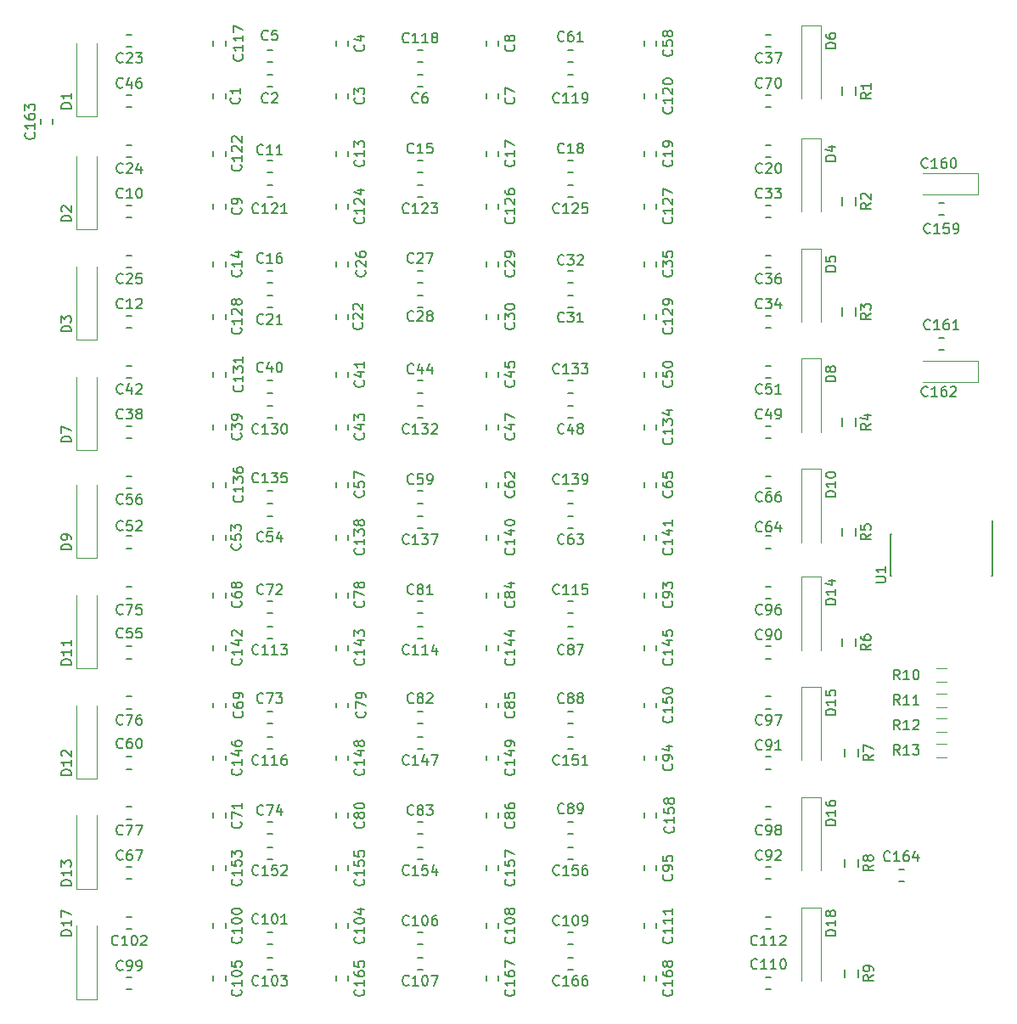
<source format=gto>
G04 #@! TF.FileFunction,Legend,Top*
%FSLAX46Y46*%
G04 Gerber Fmt 4.6, Leading zero omitted, Abs format (unit mm)*
G04 Created by KiCad (PCBNEW 4.0.7-e2-6376~58~ubuntu14.04.1) date Sat May 19 07:38:07 2018*
%MOMM*%
%LPD*%
G01*
G04 APERTURE LIST*
%ADD10C,0.100000*%
%ADD11C,0.150000*%
%ADD12C,0.120000*%
G04 APERTURE END LIST*
D10*
D11*
X104000000Y-27150000D02*
X104500000Y-27150000D01*
X104500000Y-28350000D02*
X104000000Y-28350000D01*
X75000000Y-51150000D02*
X75500000Y-51150000D01*
X75500000Y-52350000D02*
X75000000Y-52350000D01*
X119000000Y-35650000D02*
X119500000Y-35650000D01*
X119500000Y-36850000D02*
X119000000Y-36850000D01*
X75000000Y-34150000D02*
X75500000Y-34150000D01*
X75500000Y-35350000D02*
X75000000Y-35350000D01*
X110900000Y-51500000D02*
X110900000Y-51000000D01*
X112100000Y-51000000D02*
X112100000Y-51500000D01*
X119000000Y-49150000D02*
X119500000Y-49150000D01*
X119500000Y-50350000D02*
X119000000Y-50350000D01*
X119000000Y-46650000D02*
X119500000Y-46650000D01*
X119500000Y-47850000D02*
X119000000Y-47850000D01*
X89000000Y-24650000D02*
X89500000Y-24650000D01*
X89500000Y-25850000D02*
X89000000Y-25850000D01*
X89000000Y-35650000D02*
X89500000Y-35650000D01*
X89500000Y-36850000D02*
X89000000Y-36850000D01*
X112100000Y-34750000D02*
X112100000Y-35250000D01*
X110900000Y-35250000D02*
X110900000Y-34750000D01*
X75000000Y-23150000D02*
X75500000Y-23150000D01*
X75500000Y-24350000D02*
X75000000Y-24350000D01*
X112100000Y-45750000D02*
X112100000Y-46250000D01*
X110900000Y-46250000D02*
X110900000Y-45750000D01*
X139250000Y-41350000D02*
X138750000Y-41350000D01*
X138750000Y-40150000D02*
X139250000Y-40150000D01*
X139250000Y-52350000D02*
X138750000Y-52350000D01*
X138750000Y-51150000D02*
X139250000Y-51150000D01*
X97100000Y-23750000D02*
X97100000Y-24250000D01*
X95900000Y-24250000D02*
X95900000Y-23750000D01*
X75000000Y-40150000D02*
X75500000Y-40150000D01*
X75500000Y-41350000D02*
X75000000Y-41350000D01*
X89000000Y-46650000D02*
X89500000Y-46650000D01*
X89500000Y-47850000D02*
X89000000Y-47850000D01*
X95900000Y-51500000D02*
X95900000Y-51000000D01*
X97100000Y-51000000D02*
X97100000Y-51500000D01*
X104000000Y-49150000D02*
X104500000Y-49150000D01*
X104500000Y-50350000D02*
X104000000Y-50350000D01*
X127850000Y-45750000D02*
X127850000Y-46250000D01*
X126650000Y-46250000D02*
X126650000Y-45750000D01*
X138750000Y-45150000D02*
X139250000Y-45150000D01*
X139250000Y-46350000D02*
X138750000Y-46350000D01*
X95900000Y-29500000D02*
X95900000Y-29000000D01*
X97100000Y-29000000D02*
X97100000Y-29500000D01*
X104000000Y-35650000D02*
X104500000Y-35650000D01*
X104500000Y-36850000D02*
X104000000Y-36850000D01*
X89000000Y-49150000D02*
X89500000Y-49150000D01*
X89500000Y-50350000D02*
X89000000Y-50350000D01*
X104000000Y-46650000D02*
X104500000Y-46650000D01*
X104500000Y-47850000D02*
X104000000Y-47850000D01*
X138750000Y-23150000D02*
X139250000Y-23150000D01*
X139250000Y-24350000D02*
X138750000Y-24350000D01*
X89000000Y-27150000D02*
X89500000Y-27150000D01*
X89500000Y-28350000D02*
X89000000Y-28350000D01*
X112100000Y-23750000D02*
X112100000Y-24250000D01*
X110900000Y-24250000D02*
X110900000Y-23750000D01*
X97100000Y-45750000D02*
X97100000Y-46250000D01*
X95900000Y-46250000D02*
X95900000Y-45750000D01*
X95900000Y-62500000D02*
X95900000Y-62000000D01*
X97100000Y-62000000D02*
X97100000Y-62500000D01*
X112100000Y-56750000D02*
X112100000Y-57250000D01*
X110900000Y-57250000D02*
X110900000Y-56750000D01*
X75500000Y-30350000D02*
X75000000Y-30350000D01*
X75000000Y-29150000D02*
X75500000Y-29150000D01*
X110900000Y-62500000D02*
X110900000Y-62000000D01*
X112100000Y-62000000D02*
X112100000Y-62500000D01*
X119000000Y-60150000D02*
X119500000Y-60150000D01*
X119500000Y-61350000D02*
X119000000Y-61350000D01*
X139250000Y-63350000D02*
X138750000Y-63350000D01*
X138750000Y-62150000D02*
X139250000Y-62150000D01*
X127850000Y-56750000D02*
X127850000Y-57250000D01*
X126650000Y-57250000D02*
X126650000Y-56750000D01*
X138750000Y-56150000D02*
X139250000Y-56150000D01*
X139250000Y-57350000D02*
X138750000Y-57350000D01*
X75000000Y-73150000D02*
X75500000Y-73150000D01*
X75500000Y-74350000D02*
X75000000Y-74350000D01*
X83650000Y-73500000D02*
X83650000Y-73000000D01*
X84850000Y-73000000D02*
X84850000Y-73500000D01*
X89000000Y-71150000D02*
X89500000Y-71150000D01*
X89500000Y-72350000D02*
X89000000Y-72350000D01*
X97100000Y-67750000D02*
X97100000Y-68250000D01*
X95900000Y-68250000D02*
X95900000Y-67750000D01*
X127850000Y-23750000D02*
X127850000Y-24250000D01*
X126650000Y-24250000D02*
X126650000Y-23750000D01*
X139250000Y-74350000D02*
X138750000Y-74350000D01*
X138750000Y-73150000D02*
X139250000Y-73150000D01*
X127850000Y-67750000D02*
X127850000Y-68250000D01*
X126650000Y-68250000D02*
X126650000Y-67750000D01*
X138750000Y-67150000D02*
X139250000Y-67150000D01*
X139250000Y-68350000D02*
X138750000Y-68350000D01*
X104000000Y-68650000D02*
X104500000Y-68650000D01*
X104500000Y-69850000D02*
X104000000Y-69850000D01*
X119000000Y-24650000D02*
X119500000Y-24650000D01*
X119500000Y-25850000D02*
X119000000Y-25850000D01*
X138750000Y-29150000D02*
X139250000Y-29150000D01*
X139250000Y-30350000D02*
X138750000Y-30350000D01*
X83650000Y-29500000D02*
X83650000Y-29000000D01*
X84850000Y-29000000D02*
X84850000Y-29500000D01*
X110900000Y-29500000D02*
X110900000Y-29000000D01*
X112100000Y-29000000D02*
X112100000Y-29500000D01*
X112100000Y-67750000D02*
X112100000Y-68250000D01*
X110900000Y-68250000D02*
X110900000Y-67750000D01*
X97100000Y-34750000D02*
X97100000Y-35250000D01*
X95900000Y-35250000D02*
X95900000Y-34750000D01*
X127850000Y-34750000D02*
X127850000Y-35250000D01*
X126650000Y-35250000D02*
X126650000Y-34750000D01*
X83650000Y-40500000D02*
X83650000Y-40000000D01*
X84850000Y-40000000D02*
X84850000Y-40500000D01*
X84850000Y-45750000D02*
X84850000Y-46250000D01*
X83650000Y-46250000D02*
X83650000Y-45750000D01*
X138750000Y-34150000D02*
X139250000Y-34150000D01*
X139250000Y-35350000D02*
X138750000Y-35350000D01*
X75000000Y-45150000D02*
X75500000Y-45150000D01*
X75500000Y-46350000D02*
X75000000Y-46350000D01*
D12*
X70000000Y-24000000D02*
X70000000Y-31300000D01*
X70000000Y-31300000D02*
X72000000Y-31300000D01*
X72000000Y-31300000D02*
X72000000Y-24000000D01*
X144250000Y-29500000D02*
X144250000Y-22200000D01*
X144250000Y-22200000D02*
X142250000Y-22200000D01*
X142250000Y-22200000D02*
X142250000Y-29500000D01*
X70000000Y-35250000D02*
X70000000Y-42550000D01*
X70000000Y-42550000D02*
X72000000Y-42550000D01*
X72000000Y-42550000D02*
X72000000Y-35250000D01*
X70000000Y-46250000D02*
X70000000Y-53550000D01*
X70000000Y-53550000D02*
X72000000Y-53550000D01*
X72000000Y-53550000D02*
X72000000Y-46250000D01*
X144250000Y-40750000D02*
X144250000Y-33450000D01*
X144250000Y-33450000D02*
X142250000Y-33450000D01*
X142250000Y-33450000D02*
X142250000Y-40750000D01*
X144250000Y-51750000D02*
X144250000Y-44450000D01*
X144250000Y-44450000D02*
X142250000Y-44450000D01*
X142250000Y-44450000D02*
X142250000Y-51750000D01*
D11*
X97100000Y-56750000D02*
X97100000Y-57250000D01*
X95900000Y-57250000D02*
X95900000Y-56750000D01*
X75000000Y-56150000D02*
X75500000Y-56150000D01*
X75500000Y-57350000D02*
X75000000Y-57350000D01*
D12*
X70000000Y-57250000D02*
X70000000Y-64550000D01*
X70000000Y-64550000D02*
X72000000Y-64550000D01*
X72000000Y-64550000D02*
X72000000Y-57250000D01*
X144250000Y-62750000D02*
X144250000Y-55450000D01*
X144250000Y-55450000D02*
X142250000Y-55450000D01*
X142250000Y-55450000D02*
X142250000Y-62750000D01*
D11*
X75000000Y-62150000D02*
X75500000Y-62150000D01*
X75500000Y-63350000D02*
X75000000Y-63350000D01*
X83650000Y-62500000D02*
X83650000Y-62000000D01*
X84850000Y-62000000D02*
X84850000Y-62500000D01*
X89000000Y-57650000D02*
X89500000Y-57650000D01*
X89500000Y-58850000D02*
X89000000Y-58850000D01*
X104000000Y-57650000D02*
X104500000Y-57650000D01*
X104500000Y-58850000D02*
X104000000Y-58850000D01*
X75000000Y-67150000D02*
X75500000Y-67150000D01*
X75500000Y-68350000D02*
X75000000Y-68350000D01*
X119000000Y-71150000D02*
X119500000Y-71150000D01*
X119500000Y-72350000D02*
X119000000Y-72350000D01*
D12*
X70000000Y-68000000D02*
X70000000Y-75300000D01*
X70000000Y-75300000D02*
X72000000Y-75300000D01*
X72000000Y-75300000D02*
X72000000Y-68000000D01*
X144250000Y-73750000D02*
X144250000Y-66450000D01*
X144250000Y-66450000D02*
X142250000Y-66450000D01*
X142250000Y-66450000D02*
X142250000Y-73750000D01*
D11*
X75000000Y-84150000D02*
X75500000Y-84150000D01*
X75500000Y-85350000D02*
X75000000Y-85350000D01*
X75000000Y-95150000D02*
X75500000Y-95150000D01*
X75500000Y-96350000D02*
X75000000Y-96350000D01*
X75000000Y-106150000D02*
X75500000Y-106150000D01*
X75500000Y-107350000D02*
X75000000Y-107350000D01*
X84850000Y-78750000D02*
X84850000Y-79250000D01*
X83650000Y-79250000D02*
X83650000Y-78750000D01*
X84850000Y-89750000D02*
X84850000Y-90250000D01*
X83650000Y-90250000D02*
X83650000Y-89750000D01*
X84850000Y-100750000D02*
X84850000Y-101250000D01*
X83650000Y-101250000D02*
X83650000Y-100750000D01*
X89000000Y-79650000D02*
X89500000Y-79650000D01*
X89500000Y-80850000D02*
X89000000Y-80850000D01*
X89000000Y-90650000D02*
X89500000Y-90650000D01*
X89500000Y-91850000D02*
X89000000Y-91850000D01*
X89000000Y-101650000D02*
X89500000Y-101650000D01*
X89500000Y-102850000D02*
X89000000Y-102850000D01*
X75000000Y-78150000D02*
X75500000Y-78150000D01*
X75500000Y-79350000D02*
X75000000Y-79350000D01*
X75000000Y-89150000D02*
X75500000Y-89150000D01*
X75500000Y-90350000D02*
X75000000Y-90350000D01*
X75000000Y-100150000D02*
X75500000Y-100150000D01*
X75500000Y-101350000D02*
X75000000Y-101350000D01*
X97100000Y-78750000D02*
X97100000Y-79250000D01*
X95900000Y-79250000D02*
X95900000Y-78750000D01*
X97100000Y-89750000D02*
X97100000Y-90250000D01*
X95900000Y-90250000D02*
X95900000Y-89750000D01*
X97100000Y-100750000D02*
X97100000Y-101250000D01*
X95900000Y-101250000D02*
X95900000Y-100750000D01*
X104000000Y-79650000D02*
X104500000Y-79650000D01*
X104500000Y-80850000D02*
X104000000Y-80850000D01*
X104000000Y-90650000D02*
X104500000Y-90650000D01*
X104500000Y-91850000D02*
X104000000Y-91850000D01*
X104000000Y-101650000D02*
X104500000Y-101650000D01*
X104500000Y-102850000D02*
X104000000Y-102850000D01*
X112100000Y-78750000D02*
X112100000Y-79250000D01*
X110900000Y-79250000D02*
X110900000Y-78750000D01*
X112100000Y-89750000D02*
X112100000Y-90250000D01*
X110900000Y-90250000D02*
X110900000Y-89750000D01*
X112100000Y-100750000D02*
X112100000Y-101250000D01*
X110900000Y-101250000D02*
X110900000Y-100750000D01*
X119000000Y-82150000D02*
X119500000Y-82150000D01*
X119500000Y-83350000D02*
X119000000Y-83350000D01*
X119000000Y-90650000D02*
X119500000Y-90650000D01*
X119500000Y-91850000D02*
X119000000Y-91850000D01*
X119000000Y-101650000D02*
X119500000Y-101650000D01*
X119500000Y-102850000D02*
X119000000Y-102850000D01*
X139250000Y-85350000D02*
X138750000Y-85350000D01*
X138750000Y-84150000D02*
X139250000Y-84150000D01*
X139250000Y-96350000D02*
X138750000Y-96350000D01*
X138750000Y-95150000D02*
X139250000Y-95150000D01*
X139250000Y-107350000D02*
X138750000Y-107350000D01*
X138750000Y-106150000D02*
X139250000Y-106150000D01*
X127850000Y-78750000D02*
X127850000Y-79250000D01*
X126650000Y-79250000D02*
X126650000Y-78750000D01*
X126650000Y-95500000D02*
X126650000Y-95000000D01*
X127850000Y-95000000D02*
X127850000Y-95500000D01*
X126650000Y-106500000D02*
X126650000Y-106000000D01*
X127850000Y-106000000D02*
X127850000Y-106500000D01*
X138750000Y-78150000D02*
X139250000Y-78150000D01*
X139250000Y-79350000D02*
X138750000Y-79350000D01*
X138750000Y-89150000D02*
X139250000Y-89150000D01*
X139250000Y-90350000D02*
X138750000Y-90350000D01*
X138750000Y-100150000D02*
X139250000Y-100150000D01*
X139250000Y-101350000D02*
X138750000Y-101350000D01*
D12*
X70000000Y-79000000D02*
X70000000Y-86300000D01*
X70000000Y-86300000D02*
X72000000Y-86300000D01*
X72000000Y-86300000D02*
X72000000Y-79000000D01*
X70000000Y-90000000D02*
X70000000Y-97300000D01*
X70000000Y-97300000D02*
X72000000Y-97300000D01*
X72000000Y-97300000D02*
X72000000Y-90000000D01*
X70000000Y-101000000D02*
X70000000Y-108300000D01*
X70000000Y-108300000D02*
X72000000Y-108300000D01*
X72000000Y-108300000D02*
X72000000Y-101000000D01*
X144250000Y-84500000D02*
X144250000Y-77200000D01*
X144250000Y-77200000D02*
X142250000Y-77200000D01*
X142250000Y-77200000D02*
X142250000Y-84500000D01*
X144250000Y-95500000D02*
X144250000Y-88200000D01*
X144250000Y-88200000D02*
X142250000Y-88200000D01*
X142250000Y-88200000D02*
X142250000Y-95500000D01*
X144250000Y-106500000D02*
X144250000Y-99200000D01*
X144250000Y-99200000D02*
X142250000Y-99200000D01*
X142250000Y-99200000D02*
X142250000Y-106500000D01*
D11*
X75500000Y-118350000D02*
X75000000Y-118350000D01*
X75000000Y-117150000D02*
X75500000Y-117150000D01*
X84850000Y-111750000D02*
X84850000Y-112250000D01*
X83650000Y-112250000D02*
X83650000Y-111750000D01*
X89000000Y-112650000D02*
X89500000Y-112650000D01*
X89500000Y-113850000D02*
X89000000Y-113850000D01*
X75000000Y-111150000D02*
X75500000Y-111150000D01*
X75500000Y-112350000D02*
X75000000Y-112350000D01*
X89000000Y-115150000D02*
X89500000Y-115150000D01*
X89500000Y-116350000D02*
X89000000Y-116350000D01*
X97100000Y-111750000D02*
X97100000Y-112250000D01*
X95900000Y-112250000D02*
X95900000Y-111750000D01*
X83650000Y-117500000D02*
X83650000Y-117000000D01*
X84850000Y-117000000D02*
X84850000Y-117500000D01*
X104000000Y-112650000D02*
X104500000Y-112650000D01*
X104500000Y-113850000D02*
X104000000Y-113850000D01*
X104000000Y-115150000D02*
X104500000Y-115150000D01*
X104500000Y-116350000D02*
X104000000Y-116350000D01*
X112100000Y-111750000D02*
X112100000Y-112250000D01*
X110900000Y-112250000D02*
X110900000Y-111750000D01*
X119000000Y-112650000D02*
X119500000Y-112650000D01*
X119500000Y-113850000D02*
X119000000Y-113850000D01*
X138750000Y-117150000D02*
X139250000Y-117150000D01*
X139250000Y-118350000D02*
X138750000Y-118350000D01*
X127850000Y-111750000D02*
X127850000Y-112250000D01*
X126650000Y-112250000D02*
X126650000Y-111750000D01*
X138750000Y-111150000D02*
X139250000Y-111150000D01*
X139250000Y-112350000D02*
X138750000Y-112350000D01*
D12*
X70000000Y-112000000D02*
X70000000Y-119300000D01*
X70000000Y-119300000D02*
X72000000Y-119300000D01*
X72000000Y-119300000D02*
X72000000Y-112000000D01*
X144250000Y-117500000D02*
X144250000Y-110200000D01*
X144250000Y-110200000D02*
X142250000Y-110200000D01*
X142250000Y-110200000D02*
X142250000Y-117500000D01*
D11*
X89000000Y-82150000D02*
X89500000Y-82150000D01*
X89500000Y-83350000D02*
X89000000Y-83350000D01*
X104000000Y-82150000D02*
X104500000Y-82150000D01*
X104500000Y-83350000D02*
X104000000Y-83350000D01*
X119000000Y-79650000D02*
X119500000Y-79650000D01*
X119500000Y-80850000D02*
X119000000Y-80850000D01*
X89000000Y-93150000D02*
X89500000Y-93150000D01*
X89500000Y-94350000D02*
X89000000Y-94350000D01*
X84850000Y-23750000D02*
X84850000Y-24250000D01*
X83650000Y-24250000D02*
X83650000Y-23750000D01*
X104000000Y-24650000D02*
X104500000Y-24650000D01*
X104500000Y-25850000D02*
X104000000Y-25850000D01*
X119000000Y-27150000D02*
X119500000Y-27150000D01*
X119500000Y-28350000D02*
X119000000Y-28350000D01*
X126650000Y-29500000D02*
X126650000Y-29000000D01*
X127850000Y-29000000D02*
X127850000Y-29500000D01*
X89000000Y-38150000D02*
X89500000Y-38150000D01*
X89500000Y-39350000D02*
X89000000Y-39350000D01*
X84850000Y-34750000D02*
X84850000Y-35250000D01*
X83650000Y-35250000D02*
X83650000Y-34750000D01*
X104000000Y-38150000D02*
X104500000Y-38150000D01*
X104500000Y-39350000D02*
X104000000Y-39350000D01*
X95900000Y-40500000D02*
X95900000Y-40000000D01*
X97100000Y-40000000D02*
X97100000Y-40500000D01*
X119000000Y-38150000D02*
X119500000Y-38150000D01*
X119500000Y-39350000D02*
X119000000Y-39350000D01*
X110900000Y-40500000D02*
X110900000Y-40000000D01*
X112100000Y-40000000D02*
X112100000Y-40500000D01*
X126650000Y-40500000D02*
X126650000Y-40000000D01*
X127850000Y-40000000D02*
X127850000Y-40500000D01*
X83650000Y-51500000D02*
X83650000Y-51000000D01*
X84850000Y-51000000D02*
X84850000Y-51500000D01*
X126650000Y-51500000D02*
X126650000Y-51000000D01*
X127850000Y-51000000D02*
X127850000Y-51500000D01*
X89000000Y-60150000D02*
X89500000Y-60150000D01*
X89500000Y-61350000D02*
X89000000Y-61350000D01*
X84850000Y-56750000D02*
X84850000Y-57250000D01*
X83650000Y-57250000D02*
X83650000Y-56750000D01*
X104000000Y-60150000D02*
X104500000Y-60150000D01*
X104500000Y-61350000D02*
X104000000Y-61350000D01*
X119000000Y-57650000D02*
X119500000Y-57650000D01*
X119500000Y-58850000D02*
X119000000Y-58850000D01*
X126650000Y-62500000D02*
X126650000Y-62000000D01*
X127850000Y-62000000D02*
X127850000Y-62500000D01*
X89000000Y-68650000D02*
X89500000Y-68650000D01*
X89500000Y-69850000D02*
X89000000Y-69850000D01*
X84850000Y-67750000D02*
X84850000Y-68250000D01*
X83650000Y-68250000D02*
X83650000Y-67750000D01*
X104000000Y-71150000D02*
X104500000Y-71150000D01*
X104500000Y-72350000D02*
X104000000Y-72350000D01*
X95900000Y-73500000D02*
X95900000Y-73000000D01*
X97100000Y-73000000D02*
X97100000Y-73500000D01*
X119000000Y-68650000D02*
X119500000Y-68650000D01*
X119500000Y-69850000D02*
X119000000Y-69850000D01*
X110900000Y-73500000D02*
X110900000Y-73000000D01*
X112100000Y-73000000D02*
X112100000Y-73500000D01*
X126650000Y-73500000D02*
X126650000Y-73000000D01*
X127850000Y-73000000D02*
X127850000Y-73500000D01*
X83650000Y-84500000D02*
X83650000Y-84000000D01*
X84850000Y-84000000D02*
X84850000Y-84500000D01*
X95900000Y-84500000D02*
X95900000Y-84000000D01*
X97100000Y-84000000D02*
X97100000Y-84500000D01*
X110900000Y-84500000D02*
X110900000Y-84000000D01*
X112100000Y-84000000D02*
X112100000Y-84500000D01*
X126650000Y-84500000D02*
X126650000Y-84000000D01*
X127850000Y-84000000D02*
X127850000Y-84500000D01*
X83650000Y-95500000D02*
X83650000Y-95000000D01*
X84850000Y-95000000D02*
X84850000Y-95500000D01*
X104000000Y-93150000D02*
X104500000Y-93150000D01*
X104500000Y-94350000D02*
X104000000Y-94350000D01*
X95900000Y-95500000D02*
X95900000Y-95000000D01*
X97100000Y-95000000D02*
X97100000Y-95500000D01*
X110900000Y-95500000D02*
X110900000Y-95000000D01*
X112100000Y-95000000D02*
X112100000Y-95500000D01*
X127850000Y-89750000D02*
X127850000Y-90250000D01*
X126650000Y-90250000D02*
X126650000Y-89750000D01*
X119000000Y-93150000D02*
X119500000Y-93150000D01*
X119500000Y-94350000D02*
X119000000Y-94350000D01*
X89000000Y-104150000D02*
X89500000Y-104150000D01*
X89500000Y-105350000D02*
X89000000Y-105350000D01*
X83650000Y-106500000D02*
X83650000Y-106000000D01*
X84850000Y-106000000D02*
X84850000Y-106500000D01*
X104000000Y-104150000D02*
X104500000Y-104150000D01*
X104500000Y-105350000D02*
X104000000Y-105350000D01*
X95900000Y-106500000D02*
X95900000Y-106000000D01*
X97100000Y-106000000D02*
X97100000Y-106500000D01*
X119000000Y-104150000D02*
X119500000Y-104150000D01*
X119500000Y-105350000D02*
X119000000Y-105350000D01*
X110900000Y-106500000D02*
X110900000Y-106000000D01*
X112100000Y-106000000D02*
X112100000Y-106500000D01*
X127850000Y-100750000D02*
X127850000Y-101250000D01*
X126650000Y-101250000D02*
X126650000Y-100750000D01*
X146325000Y-29150000D02*
X146325000Y-28350000D01*
X147675000Y-28350000D02*
X147675000Y-29150000D01*
X146325000Y-40150000D02*
X146325000Y-39350000D01*
X147675000Y-39350000D02*
X147675000Y-40150000D01*
X146325000Y-51150000D02*
X146325000Y-50350000D01*
X147675000Y-50350000D02*
X147675000Y-51150000D01*
X146325000Y-62150000D02*
X146325000Y-61350000D01*
X147675000Y-61350000D02*
X147675000Y-62150000D01*
X146325000Y-73150000D02*
X146325000Y-72350000D01*
X147675000Y-72350000D02*
X147675000Y-73150000D01*
X146325000Y-84150000D02*
X146325000Y-83350000D01*
X147675000Y-83350000D02*
X147675000Y-84150000D01*
X146575000Y-95150000D02*
X146575000Y-94350000D01*
X147925000Y-94350000D02*
X147925000Y-95150000D01*
X146575000Y-106150000D02*
X146575000Y-105350000D01*
X147925000Y-105350000D02*
X147925000Y-106150000D01*
X146575000Y-117150000D02*
X146575000Y-116350000D01*
X147925000Y-116350000D02*
X147925000Y-117150000D01*
X161325000Y-72925000D02*
X161300000Y-72925000D01*
X161325000Y-77075000D02*
X161220000Y-77075000D01*
X151175000Y-77075000D02*
X151280000Y-77075000D01*
X151175000Y-72925000D02*
X151280000Y-72925000D01*
X161325000Y-72925000D02*
X161325000Y-77075000D01*
X151175000Y-72925000D02*
X151175000Y-77075000D01*
X161300000Y-72925000D02*
X161300000Y-71550000D01*
X156000000Y-39900000D02*
X156500000Y-39900000D01*
X156500000Y-41100000D02*
X156000000Y-41100000D01*
D12*
X159900000Y-39050000D02*
X154400000Y-39050000D01*
X159900000Y-36950000D02*
X154400000Y-36950000D01*
X159900000Y-39050000D02*
X159900000Y-36950000D01*
D11*
X156000000Y-53400000D02*
X156500000Y-53400000D01*
X156500000Y-54600000D02*
X156000000Y-54600000D01*
D12*
X159900000Y-57800000D02*
X154400000Y-57800000D01*
X159900000Y-55700000D02*
X154400000Y-55700000D01*
X159900000Y-57800000D02*
X159900000Y-55700000D01*
D11*
X67600000Y-31550000D02*
X67600000Y-32050000D01*
X66400000Y-32050000D02*
X66400000Y-31550000D01*
X152000000Y-106400000D02*
X152500000Y-106400000D01*
X152500000Y-107600000D02*
X152000000Y-107600000D01*
X95900000Y-117500000D02*
X95900000Y-117000000D01*
X97100000Y-117000000D02*
X97100000Y-117500000D01*
X119000000Y-115150000D02*
X119500000Y-115150000D01*
X119500000Y-116350000D02*
X119000000Y-116350000D01*
X110900000Y-117500000D02*
X110900000Y-117000000D01*
X112100000Y-117000000D02*
X112100000Y-117500000D01*
X126650000Y-117500000D02*
X126650000Y-117000000D01*
X127850000Y-117000000D02*
X127850000Y-117500000D01*
D12*
X155750000Y-86320000D02*
X156750000Y-86320000D01*
X156750000Y-87680000D02*
X155750000Y-87680000D01*
X155750000Y-88820000D02*
X156750000Y-88820000D01*
X156750000Y-90180000D02*
X155750000Y-90180000D01*
X155750000Y-91320000D02*
X156750000Y-91320000D01*
X156750000Y-92680000D02*
X155750000Y-92680000D01*
X155750000Y-93820000D02*
X156750000Y-93820000D01*
X156750000Y-95180000D02*
X155750000Y-95180000D01*
D11*
X104083334Y-29857143D02*
X104035715Y-29904762D01*
X103892858Y-29952381D01*
X103797620Y-29952381D01*
X103654762Y-29904762D01*
X103559524Y-29809524D01*
X103511905Y-29714286D01*
X103464286Y-29523810D01*
X103464286Y-29380952D01*
X103511905Y-29190476D01*
X103559524Y-29095238D01*
X103654762Y-29000000D01*
X103797620Y-28952381D01*
X103892858Y-28952381D01*
X104035715Y-29000000D01*
X104083334Y-29047619D01*
X104940477Y-28952381D02*
X104750000Y-28952381D01*
X104654762Y-29000000D01*
X104607143Y-29047619D01*
X104511905Y-29190476D01*
X104464286Y-29380952D01*
X104464286Y-29761905D01*
X104511905Y-29857143D01*
X104559524Y-29904762D01*
X104654762Y-29952381D01*
X104845239Y-29952381D01*
X104940477Y-29904762D01*
X104988096Y-29857143D01*
X105035715Y-29761905D01*
X105035715Y-29523810D01*
X104988096Y-29428571D01*
X104940477Y-29380952D01*
X104845239Y-29333333D01*
X104654762Y-29333333D01*
X104559524Y-29380952D01*
X104511905Y-29428571D01*
X104464286Y-29523810D01*
X74607143Y-50357143D02*
X74559524Y-50404762D01*
X74416667Y-50452381D01*
X74321429Y-50452381D01*
X74178571Y-50404762D01*
X74083333Y-50309524D01*
X74035714Y-50214286D01*
X73988095Y-50023810D01*
X73988095Y-49880952D01*
X74035714Y-49690476D01*
X74083333Y-49595238D01*
X74178571Y-49500000D01*
X74321429Y-49452381D01*
X74416667Y-49452381D01*
X74559524Y-49500000D01*
X74607143Y-49547619D01*
X75559524Y-50452381D02*
X74988095Y-50452381D01*
X75273809Y-50452381D02*
X75273809Y-49452381D01*
X75178571Y-49595238D01*
X75083333Y-49690476D01*
X74988095Y-49738095D01*
X75940476Y-49547619D02*
X75988095Y-49500000D01*
X76083333Y-49452381D01*
X76321429Y-49452381D01*
X76416667Y-49500000D01*
X76464286Y-49547619D01*
X76511905Y-49642857D01*
X76511905Y-49738095D01*
X76464286Y-49880952D01*
X75892857Y-50452381D01*
X76511905Y-50452381D01*
X118607143Y-34857143D02*
X118559524Y-34904762D01*
X118416667Y-34952381D01*
X118321429Y-34952381D01*
X118178571Y-34904762D01*
X118083333Y-34809524D01*
X118035714Y-34714286D01*
X117988095Y-34523810D01*
X117988095Y-34380952D01*
X118035714Y-34190476D01*
X118083333Y-34095238D01*
X118178571Y-34000000D01*
X118321429Y-33952381D01*
X118416667Y-33952381D01*
X118559524Y-34000000D01*
X118607143Y-34047619D01*
X119559524Y-34952381D02*
X118988095Y-34952381D01*
X119273809Y-34952381D02*
X119273809Y-33952381D01*
X119178571Y-34095238D01*
X119083333Y-34190476D01*
X118988095Y-34238095D01*
X120130952Y-34380952D02*
X120035714Y-34333333D01*
X119988095Y-34285714D01*
X119940476Y-34190476D01*
X119940476Y-34142857D01*
X119988095Y-34047619D01*
X120035714Y-34000000D01*
X120130952Y-33952381D01*
X120321429Y-33952381D01*
X120416667Y-34000000D01*
X120464286Y-34047619D01*
X120511905Y-34142857D01*
X120511905Y-34190476D01*
X120464286Y-34285714D01*
X120416667Y-34333333D01*
X120321429Y-34380952D01*
X120130952Y-34380952D01*
X120035714Y-34428571D01*
X119988095Y-34476190D01*
X119940476Y-34571429D01*
X119940476Y-34761905D01*
X119988095Y-34857143D01*
X120035714Y-34904762D01*
X120130952Y-34952381D01*
X120321429Y-34952381D01*
X120416667Y-34904762D01*
X120464286Y-34857143D01*
X120511905Y-34761905D01*
X120511905Y-34571429D01*
X120464286Y-34476190D01*
X120416667Y-34428571D01*
X120321429Y-34380952D01*
X74607143Y-36857143D02*
X74559524Y-36904762D01*
X74416667Y-36952381D01*
X74321429Y-36952381D01*
X74178571Y-36904762D01*
X74083333Y-36809524D01*
X74035714Y-36714286D01*
X73988095Y-36523810D01*
X73988095Y-36380952D01*
X74035714Y-36190476D01*
X74083333Y-36095238D01*
X74178571Y-36000000D01*
X74321429Y-35952381D01*
X74416667Y-35952381D01*
X74559524Y-36000000D01*
X74607143Y-36047619D01*
X74988095Y-36047619D02*
X75035714Y-36000000D01*
X75130952Y-35952381D01*
X75369048Y-35952381D01*
X75464286Y-36000000D01*
X75511905Y-36047619D01*
X75559524Y-36142857D01*
X75559524Y-36238095D01*
X75511905Y-36380952D01*
X74940476Y-36952381D01*
X75559524Y-36952381D01*
X76416667Y-36285714D02*
X76416667Y-36952381D01*
X76178571Y-35904762D02*
X75940476Y-36619048D01*
X76559524Y-36619048D01*
X113607143Y-51892857D02*
X113654762Y-51940476D01*
X113702381Y-52083333D01*
X113702381Y-52178571D01*
X113654762Y-52321429D01*
X113559524Y-52416667D01*
X113464286Y-52464286D01*
X113273810Y-52511905D01*
X113130952Y-52511905D01*
X112940476Y-52464286D01*
X112845238Y-52416667D01*
X112750000Y-52321429D01*
X112702381Y-52178571D01*
X112702381Y-52083333D01*
X112750000Y-51940476D01*
X112797619Y-51892857D01*
X112702381Y-51559524D02*
X112702381Y-50940476D01*
X113083333Y-51273810D01*
X113083333Y-51130952D01*
X113130952Y-51035714D01*
X113178571Y-50988095D01*
X113273810Y-50940476D01*
X113511905Y-50940476D01*
X113607143Y-50988095D01*
X113654762Y-51035714D01*
X113702381Y-51130952D01*
X113702381Y-51416667D01*
X113654762Y-51511905D01*
X113607143Y-51559524D01*
X112702381Y-50321429D02*
X112702381Y-50226190D01*
X112750000Y-50130952D01*
X112797619Y-50083333D01*
X112892857Y-50035714D01*
X113083333Y-49988095D01*
X113321429Y-49988095D01*
X113511905Y-50035714D01*
X113607143Y-50083333D01*
X113654762Y-50130952D01*
X113702381Y-50226190D01*
X113702381Y-50321429D01*
X113654762Y-50416667D01*
X113607143Y-50464286D01*
X113511905Y-50511905D01*
X113321429Y-50559524D01*
X113083333Y-50559524D01*
X112892857Y-50511905D01*
X112797619Y-50464286D01*
X112750000Y-50416667D01*
X112702381Y-50321429D01*
X118607143Y-51707143D02*
X118559524Y-51754762D01*
X118416667Y-51802381D01*
X118321429Y-51802381D01*
X118178571Y-51754762D01*
X118083333Y-51659524D01*
X118035714Y-51564286D01*
X117988095Y-51373810D01*
X117988095Y-51230952D01*
X118035714Y-51040476D01*
X118083333Y-50945238D01*
X118178571Y-50850000D01*
X118321429Y-50802381D01*
X118416667Y-50802381D01*
X118559524Y-50850000D01*
X118607143Y-50897619D01*
X118940476Y-50802381D02*
X119559524Y-50802381D01*
X119226190Y-51183333D01*
X119369048Y-51183333D01*
X119464286Y-51230952D01*
X119511905Y-51278571D01*
X119559524Y-51373810D01*
X119559524Y-51611905D01*
X119511905Y-51707143D01*
X119464286Y-51754762D01*
X119369048Y-51802381D01*
X119083333Y-51802381D01*
X118988095Y-51754762D01*
X118940476Y-51707143D01*
X120511905Y-51802381D02*
X119940476Y-51802381D01*
X120226190Y-51802381D02*
X120226190Y-50802381D01*
X120130952Y-50945238D01*
X120035714Y-51040476D01*
X119940476Y-51088095D01*
X118607143Y-46007143D02*
X118559524Y-46054762D01*
X118416667Y-46102381D01*
X118321429Y-46102381D01*
X118178571Y-46054762D01*
X118083333Y-45959524D01*
X118035714Y-45864286D01*
X117988095Y-45673810D01*
X117988095Y-45530952D01*
X118035714Y-45340476D01*
X118083333Y-45245238D01*
X118178571Y-45150000D01*
X118321429Y-45102381D01*
X118416667Y-45102381D01*
X118559524Y-45150000D01*
X118607143Y-45197619D01*
X118940476Y-45102381D02*
X119559524Y-45102381D01*
X119226190Y-45483333D01*
X119369048Y-45483333D01*
X119464286Y-45530952D01*
X119511905Y-45578571D01*
X119559524Y-45673810D01*
X119559524Y-45911905D01*
X119511905Y-46007143D01*
X119464286Y-46054762D01*
X119369048Y-46102381D01*
X119083333Y-46102381D01*
X118988095Y-46054762D01*
X118940476Y-46007143D01*
X119940476Y-45197619D02*
X119988095Y-45150000D01*
X120083333Y-45102381D01*
X120321429Y-45102381D01*
X120416667Y-45150000D01*
X120464286Y-45197619D01*
X120511905Y-45292857D01*
X120511905Y-45388095D01*
X120464286Y-45530952D01*
X119892857Y-46102381D01*
X120511905Y-46102381D01*
X89083334Y-23607143D02*
X89035715Y-23654762D01*
X88892858Y-23702381D01*
X88797620Y-23702381D01*
X88654762Y-23654762D01*
X88559524Y-23559524D01*
X88511905Y-23464286D01*
X88464286Y-23273810D01*
X88464286Y-23130952D01*
X88511905Y-22940476D01*
X88559524Y-22845238D01*
X88654762Y-22750000D01*
X88797620Y-22702381D01*
X88892858Y-22702381D01*
X89035715Y-22750000D01*
X89083334Y-22797619D01*
X89988096Y-22702381D02*
X89511905Y-22702381D01*
X89464286Y-23178571D01*
X89511905Y-23130952D01*
X89607143Y-23083333D01*
X89845239Y-23083333D01*
X89940477Y-23130952D01*
X89988096Y-23178571D01*
X90035715Y-23273810D01*
X90035715Y-23511905D01*
X89988096Y-23607143D01*
X89940477Y-23654762D01*
X89845239Y-23702381D01*
X89607143Y-23702381D01*
X89511905Y-23654762D01*
X89464286Y-23607143D01*
X88607143Y-35007143D02*
X88559524Y-35054762D01*
X88416667Y-35102381D01*
X88321429Y-35102381D01*
X88178571Y-35054762D01*
X88083333Y-34959524D01*
X88035714Y-34864286D01*
X87988095Y-34673810D01*
X87988095Y-34530952D01*
X88035714Y-34340476D01*
X88083333Y-34245238D01*
X88178571Y-34150000D01*
X88321429Y-34102381D01*
X88416667Y-34102381D01*
X88559524Y-34150000D01*
X88607143Y-34197619D01*
X89559524Y-35102381D02*
X88988095Y-35102381D01*
X89273809Y-35102381D02*
X89273809Y-34102381D01*
X89178571Y-34245238D01*
X89083333Y-34340476D01*
X88988095Y-34388095D01*
X90511905Y-35102381D02*
X89940476Y-35102381D01*
X90226190Y-35102381D02*
X90226190Y-34102381D01*
X90130952Y-34245238D01*
X90035714Y-34340476D01*
X89940476Y-34388095D01*
X113607143Y-35642857D02*
X113654762Y-35690476D01*
X113702381Y-35833333D01*
X113702381Y-35928571D01*
X113654762Y-36071429D01*
X113559524Y-36166667D01*
X113464286Y-36214286D01*
X113273810Y-36261905D01*
X113130952Y-36261905D01*
X112940476Y-36214286D01*
X112845238Y-36166667D01*
X112750000Y-36071429D01*
X112702381Y-35928571D01*
X112702381Y-35833333D01*
X112750000Y-35690476D01*
X112797619Y-35642857D01*
X113702381Y-34690476D02*
X113702381Y-35261905D01*
X113702381Y-34976191D02*
X112702381Y-34976191D01*
X112845238Y-35071429D01*
X112940476Y-35166667D01*
X112988095Y-35261905D01*
X112702381Y-34357143D02*
X112702381Y-33690476D01*
X113702381Y-34119048D01*
X74607143Y-25857143D02*
X74559524Y-25904762D01*
X74416667Y-25952381D01*
X74321429Y-25952381D01*
X74178571Y-25904762D01*
X74083333Y-25809524D01*
X74035714Y-25714286D01*
X73988095Y-25523810D01*
X73988095Y-25380952D01*
X74035714Y-25190476D01*
X74083333Y-25095238D01*
X74178571Y-25000000D01*
X74321429Y-24952381D01*
X74416667Y-24952381D01*
X74559524Y-25000000D01*
X74607143Y-25047619D01*
X74988095Y-25047619D02*
X75035714Y-25000000D01*
X75130952Y-24952381D01*
X75369048Y-24952381D01*
X75464286Y-25000000D01*
X75511905Y-25047619D01*
X75559524Y-25142857D01*
X75559524Y-25238095D01*
X75511905Y-25380952D01*
X74940476Y-25952381D01*
X75559524Y-25952381D01*
X75892857Y-24952381D02*
X76511905Y-24952381D01*
X76178571Y-25333333D01*
X76321429Y-25333333D01*
X76416667Y-25380952D01*
X76464286Y-25428571D01*
X76511905Y-25523810D01*
X76511905Y-25761905D01*
X76464286Y-25857143D01*
X76416667Y-25904762D01*
X76321429Y-25952381D01*
X76035714Y-25952381D01*
X75940476Y-25904762D01*
X75892857Y-25857143D01*
X113607143Y-46642857D02*
X113654762Y-46690476D01*
X113702381Y-46833333D01*
X113702381Y-46928571D01*
X113654762Y-47071429D01*
X113559524Y-47166667D01*
X113464286Y-47214286D01*
X113273810Y-47261905D01*
X113130952Y-47261905D01*
X112940476Y-47214286D01*
X112845238Y-47166667D01*
X112750000Y-47071429D01*
X112702381Y-46928571D01*
X112702381Y-46833333D01*
X112750000Y-46690476D01*
X112797619Y-46642857D01*
X112797619Y-46261905D02*
X112750000Y-46214286D01*
X112702381Y-46119048D01*
X112702381Y-45880952D01*
X112750000Y-45785714D01*
X112797619Y-45738095D01*
X112892857Y-45690476D01*
X112988095Y-45690476D01*
X113130952Y-45738095D01*
X113702381Y-46309524D01*
X113702381Y-45690476D01*
X113702381Y-45214286D02*
X113702381Y-45023810D01*
X113654762Y-44928571D01*
X113607143Y-44880952D01*
X113464286Y-44785714D01*
X113273810Y-44738095D01*
X112892857Y-44738095D01*
X112797619Y-44785714D01*
X112750000Y-44833333D01*
X112702381Y-44928571D01*
X112702381Y-45119048D01*
X112750000Y-45214286D01*
X112797619Y-45261905D01*
X112892857Y-45309524D01*
X113130952Y-45309524D01*
X113226190Y-45261905D01*
X113273810Y-45214286D01*
X113321429Y-45119048D01*
X113321429Y-44928571D01*
X113273810Y-44833333D01*
X113226190Y-44785714D01*
X113130952Y-44738095D01*
X138357143Y-39357143D02*
X138309524Y-39404762D01*
X138166667Y-39452381D01*
X138071429Y-39452381D01*
X137928571Y-39404762D01*
X137833333Y-39309524D01*
X137785714Y-39214286D01*
X137738095Y-39023810D01*
X137738095Y-38880952D01*
X137785714Y-38690476D01*
X137833333Y-38595238D01*
X137928571Y-38500000D01*
X138071429Y-38452381D01*
X138166667Y-38452381D01*
X138309524Y-38500000D01*
X138357143Y-38547619D01*
X138690476Y-38452381D02*
X139309524Y-38452381D01*
X138976190Y-38833333D01*
X139119048Y-38833333D01*
X139214286Y-38880952D01*
X139261905Y-38928571D01*
X139309524Y-39023810D01*
X139309524Y-39261905D01*
X139261905Y-39357143D01*
X139214286Y-39404762D01*
X139119048Y-39452381D01*
X138833333Y-39452381D01*
X138738095Y-39404762D01*
X138690476Y-39357143D01*
X139642857Y-38452381D02*
X140261905Y-38452381D01*
X139928571Y-38833333D01*
X140071429Y-38833333D01*
X140166667Y-38880952D01*
X140214286Y-38928571D01*
X140261905Y-39023810D01*
X140261905Y-39261905D01*
X140214286Y-39357143D01*
X140166667Y-39404762D01*
X140071429Y-39452381D01*
X139785714Y-39452381D01*
X139690476Y-39404762D01*
X139642857Y-39357143D01*
X138357143Y-50357143D02*
X138309524Y-50404762D01*
X138166667Y-50452381D01*
X138071429Y-50452381D01*
X137928571Y-50404762D01*
X137833333Y-50309524D01*
X137785714Y-50214286D01*
X137738095Y-50023810D01*
X137738095Y-49880952D01*
X137785714Y-49690476D01*
X137833333Y-49595238D01*
X137928571Y-49500000D01*
X138071429Y-49452381D01*
X138166667Y-49452381D01*
X138309524Y-49500000D01*
X138357143Y-49547619D01*
X138690476Y-49452381D02*
X139309524Y-49452381D01*
X138976190Y-49833333D01*
X139119048Y-49833333D01*
X139214286Y-49880952D01*
X139261905Y-49928571D01*
X139309524Y-50023810D01*
X139309524Y-50261905D01*
X139261905Y-50357143D01*
X139214286Y-50404762D01*
X139119048Y-50452381D01*
X138833333Y-50452381D01*
X138738095Y-50404762D01*
X138690476Y-50357143D01*
X140166667Y-49785714D02*
X140166667Y-50452381D01*
X139928571Y-49404762D02*
X139690476Y-50119048D01*
X140309524Y-50119048D01*
X98607143Y-24166666D02*
X98654762Y-24214285D01*
X98702381Y-24357142D01*
X98702381Y-24452380D01*
X98654762Y-24595238D01*
X98559524Y-24690476D01*
X98464286Y-24738095D01*
X98273810Y-24785714D01*
X98130952Y-24785714D01*
X97940476Y-24738095D01*
X97845238Y-24690476D01*
X97750000Y-24595238D01*
X97702381Y-24452380D01*
X97702381Y-24357142D01*
X97750000Y-24214285D01*
X97797619Y-24166666D01*
X98035714Y-23309523D02*
X98702381Y-23309523D01*
X97654762Y-23547619D02*
X98369048Y-23785714D01*
X98369048Y-23166666D01*
X74607143Y-39357143D02*
X74559524Y-39404762D01*
X74416667Y-39452381D01*
X74321429Y-39452381D01*
X74178571Y-39404762D01*
X74083333Y-39309524D01*
X74035714Y-39214286D01*
X73988095Y-39023810D01*
X73988095Y-38880952D01*
X74035714Y-38690476D01*
X74083333Y-38595238D01*
X74178571Y-38500000D01*
X74321429Y-38452381D01*
X74416667Y-38452381D01*
X74559524Y-38500000D01*
X74607143Y-38547619D01*
X75559524Y-39452381D02*
X74988095Y-39452381D01*
X75273809Y-39452381D02*
X75273809Y-38452381D01*
X75178571Y-38595238D01*
X75083333Y-38690476D01*
X74988095Y-38738095D01*
X76178571Y-38452381D02*
X76273810Y-38452381D01*
X76369048Y-38500000D01*
X76416667Y-38547619D01*
X76464286Y-38642857D01*
X76511905Y-38833333D01*
X76511905Y-39071429D01*
X76464286Y-39261905D01*
X76416667Y-39357143D01*
X76369048Y-39404762D01*
X76273810Y-39452381D01*
X76178571Y-39452381D01*
X76083333Y-39404762D01*
X76035714Y-39357143D01*
X75988095Y-39261905D01*
X75940476Y-39071429D01*
X75940476Y-38833333D01*
X75988095Y-38642857D01*
X76035714Y-38547619D01*
X76083333Y-38500000D01*
X76178571Y-38452381D01*
X88607143Y-45807143D02*
X88559524Y-45854762D01*
X88416667Y-45902381D01*
X88321429Y-45902381D01*
X88178571Y-45854762D01*
X88083333Y-45759524D01*
X88035714Y-45664286D01*
X87988095Y-45473810D01*
X87988095Y-45330952D01*
X88035714Y-45140476D01*
X88083333Y-45045238D01*
X88178571Y-44950000D01*
X88321429Y-44902381D01*
X88416667Y-44902381D01*
X88559524Y-44950000D01*
X88607143Y-44997619D01*
X89559524Y-45902381D02*
X88988095Y-45902381D01*
X89273809Y-45902381D02*
X89273809Y-44902381D01*
X89178571Y-45045238D01*
X89083333Y-45140476D01*
X88988095Y-45188095D01*
X90416667Y-44902381D02*
X90226190Y-44902381D01*
X90130952Y-44950000D01*
X90083333Y-44997619D01*
X89988095Y-45140476D01*
X89940476Y-45330952D01*
X89940476Y-45711905D01*
X89988095Y-45807143D01*
X90035714Y-45854762D01*
X90130952Y-45902381D01*
X90321429Y-45902381D01*
X90416667Y-45854762D01*
X90464286Y-45807143D01*
X90511905Y-45711905D01*
X90511905Y-45473810D01*
X90464286Y-45378571D01*
X90416667Y-45330952D01*
X90321429Y-45283333D01*
X90130952Y-45283333D01*
X90035714Y-45330952D01*
X89988095Y-45378571D01*
X89940476Y-45473810D01*
X98457143Y-51892857D02*
X98504762Y-51940476D01*
X98552381Y-52083333D01*
X98552381Y-52178571D01*
X98504762Y-52321429D01*
X98409524Y-52416667D01*
X98314286Y-52464286D01*
X98123810Y-52511905D01*
X97980952Y-52511905D01*
X97790476Y-52464286D01*
X97695238Y-52416667D01*
X97600000Y-52321429D01*
X97552381Y-52178571D01*
X97552381Y-52083333D01*
X97600000Y-51940476D01*
X97647619Y-51892857D01*
X97647619Y-51511905D02*
X97600000Y-51464286D01*
X97552381Y-51369048D01*
X97552381Y-51130952D01*
X97600000Y-51035714D01*
X97647619Y-50988095D01*
X97742857Y-50940476D01*
X97838095Y-50940476D01*
X97980952Y-50988095D01*
X98552381Y-51559524D01*
X98552381Y-50940476D01*
X97647619Y-50559524D02*
X97600000Y-50511905D01*
X97552381Y-50416667D01*
X97552381Y-50178571D01*
X97600000Y-50083333D01*
X97647619Y-50035714D01*
X97742857Y-49988095D01*
X97838095Y-49988095D01*
X97980952Y-50035714D01*
X98552381Y-50607143D01*
X98552381Y-49988095D01*
X103607143Y-51607143D02*
X103559524Y-51654762D01*
X103416667Y-51702381D01*
X103321429Y-51702381D01*
X103178571Y-51654762D01*
X103083333Y-51559524D01*
X103035714Y-51464286D01*
X102988095Y-51273810D01*
X102988095Y-51130952D01*
X103035714Y-50940476D01*
X103083333Y-50845238D01*
X103178571Y-50750000D01*
X103321429Y-50702381D01*
X103416667Y-50702381D01*
X103559524Y-50750000D01*
X103607143Y-50797619D01*
X103988095Y-50797619D02*
X104035714Y-50750000D01*
X104130952Y-50702381D01*
X104369048Y-50702381D01*
X104464286Y-50750000D01*
X104511905Y-50797619D01*
X104559524Y-50892857D01*
X104559524Y-50988095D01*
X104511905Y-51130952D01*
X103940476Y-51702381D01*
X104559524Y-51702381D01*
X105130952Y-51130952D02*
X105035714Y-51083333D01*
X104988095Y-51035714D01*
X104940476Y-50940476D01*
X104940476Y-50892857D01*
X104988095Y-50797619D01*
X105035714Y-50750000D01*
X105130952Y-50702381D01*
X105321429Y-50702381D01*
X105416667Y-50750000D01*
X105464286Y-50797619D01*
X105511905Y-50892857D01*
X105511905Y-50940476D01*
X105464286Y-51035714D01*
X105416667Y-51083333D01*
X105321429Y-51130952D01*
X105130952Y-51130952D01*
X105035714Y-51178571D01*
X104988095Y-51226190D01*
X104940476Y-51321429D01*
X104940476Y-51511905D01*
X104988095Y-51607143D01*
X105035714Y-51654762D01*
X105130952Y-51702381D01*
X105321429Y-51702381D01*
X105416667Y-51654762D01*
X105464286Y-51607143D01*
X105511905Y-51511905D01*
X105511905Y-51321429D01*
X105464286Y-51226190D01*
X105416667Y-51178571D01*
X105321429Y-51130952D01*
X129357143Y-46642857D02*
X129404762Y-46690476D01*
X129452381Y-46833333D01*
X129452381Y-46928571D01*
X129404762Y-47071429D01*
X129309524Y-47166667D01*
X129214286Y-47214286D01*
X129023810Y-47261905D01*
X128880952Y-47261905D01*
X128690476Y-47214286D01*
X128595238Y-47166667D01*
X128500000Y-47071429D01*
X128452381Y-46928571D01*
X128452381Y-46833333D01*
X128500000Y-46690476D01*
X128547619Y-46642857D01*
X128452381Y-46309524D02*
X128452381Y-45690476D01*
X128833333Y-46023810D01*
X128833333Y-45880952D01*
X128880952Y-45785714D01*
X128928571Y-45738095D01*
X129023810Y-45690476D01*
X129261905Y-45690476D01*
X129357143Y-45738095D01*
X129404762Y-45785714D01*
X129452381Y-45880952D01*
X129452381Y-46166667D01*
X129404762Y-46261905D01*
X129357143Y-46309524D01*
X128452381Y-44785714D02*
X128452381Y-45261905D01*
X128928571Y-45309524D01*
X128880952Y-45261905D01*
X128833333Y-45166667D01*
X128833333Y-44928571D01*
X128880952Y-44833333D01*
X128928571Y-44785714D01*
X129023810Y-44738095D01*
X129261905Y-44738095D01*
X129357143Y-44785714D01*
X129404762Y-44833333D01*
X129452381Y-44928571D01*
X129452381Y-45166667D01*
X129404762Y-45261905D01*
X129357143Y-45309524D01*
X138357143Y-47857143D02*
X138309524Y-47904762D01*
X138166667Y-47952381D01*
X138071429Y-47952381D01*
X137928571Y-47904762D01*
X137833333Y-47809524D01*
X137785714Y-47714286D01*
X137738095Y-47523810D01*
X137738095Y-47380952D01*
X137785714Y-47190476D01*
X137833333Y-47095238D01*
X137928571Y-47000000D01*
X138071429Y-46952381D01*
X138166667Y-46952381D01*
X138309524Y-47000000D01*
X138357143Y-47047619D01*
X138690476Y-46952381D02*
X139309524Y-46952381D01*
X138976190Y-47333333D01*
X139119048Y-47333333D01*
X139214286Y-47380952D01*
X139261905Y-47428571D01*
X139309524Y-47523810D01*
X139309524Y-47761905D01*
X139261905Y-47857143D01*
X139214286Y-47904762D01*
X139119048Y-47952381D01*
X138833333Y-47952381D01*
X138738095Y-47904762D01*
X138690476Y-47857143D01*
X140166667Y-46952381D02*
X139976190Y-46952381D01*
X139880952Y-47000000D01*
X139833333Y-47047619D01*
X139738095Y-47190476D01*
X139690476Y-47380952D01*
X139690476Y-47761905D01*
X139738095Y-47857143D01*
X139785714Y-47904762D01*
X139880952Y-47952381D01*
X140071429Y-47952381D01*
X140166667Y-47904762D01*
X140214286Y-47857143D01*
X140261905Y-47761905D01*
X140261905Y-47523810D01*
X140214286Y-47428571D01*
X140166667Y-47380952D01*
X140071429Y-47333333D01*
X139880952Y-47333333D01*
X139785714Y-47380952D01*
X139738095Y-47428571D01*
X139690476Y-47523810D01*
X98607143Y-29416666D02*
X98654762Y-29464285D01*
X98702381Y-29607142D01*
X98702381Y-29702380D01*
X98654762Y-29845238D01*
X98559524Y-29940476D01*
X98464286Y-29988095D01*
X98273810Y-30035714D01*
X98130952Y-30035714D01*
X97940476Y-29988095D01*
X97845238Y-29940476D01*
X97750000Y-29845238D01*
X97702381Y-29702380D01*
X97702381Y-29607142D01*
X97750000Y-29464285D01*
X97797619Y-29416666D01*
X97702381Y-29083333D02*
X97702381Y-28464285D01*
X98083333Y-28797619D01*
X98083333Y-28654761D01*
X98130952Y-28559523D01*
X98178571Y-28511904D01*
X98273810Y-28464285D01*
X98511905Y-28464285D01*
X98607143Y-28511904D01*
X98654762Y-28559523D01*
X98702381Y-28654761D01*
X98702381Y-28940476D01*
X98654762Y-29035714D01*
X98607143Y-29083333D01*
X103607143Y-34857143D02*
X103559524Y-34904762D01*
X103416667Y-34952381D01*
X103321429Y-34952381D01*
X103178571Y-34904762D01*
X103083333Y-34809524D01*
X103035714Y-34714286D01*
X102988095Y-34523810D01*
X102988095Y-34380952D01*
X103035714Y-34190476D01*
X103083333Y-34095238D01*
X103178571Y-34000000D01*
X103321429Y-33952381D01*
X103416667Y-33952381D01*
X103559524Y-34000000D01*
X103607143Y-34047619D01*
X104559524Y-34952381D02*
X103988095Y-34952381D01*
X104273809Y-34952381D02*
X104273809Y-33952381D01*
X104178571Y-34095238D01*
X104083333Y-34190476D01*
X103988095Y-34238095D01*
X105464286Y-33952381D02*
X104988095Y-33952381D01*
X104940476Y-34428571D01*
X104988095Y-34380952D01*
X105083333Y-34333333D01*
X105321429Y-34333333D01*
X105416667Y-34380952D01*
X105464286Y-34428571D01*
X105511905Y-34523810D01*
X105511905Y-34761905D01*
X105464286Y-34857143D01*
X105416667Y-34904762D01*
X105321429Y-34952381D01*
X105083333Y-34952381D01*
X104988095Y-34904762D01*
X104940476Y-34857143D01*
X88607143Y-51907143D02*
X88559524Y-51954762D01*
X88416667Y-52002381D01*
X88321429Y-52002381D01*
X88178571Y-51954762D01*
X88083333Y-51859524D01*
X88035714Y-51764286D01*
X87988095Y-51573810D01*
X87988095Y-51430952D01*
X88035714Y-51240476D01*
X88083333Y-51145238D01*
X88178571Y-51050000D01*
X88321429Y-51002381D01*
X88416667Y-51002381D01*
X88559524Y-51050000D01*
X88607143Y-51097619D01*
X88988095Y-51097619D02*
X89035714Y-51050000D01*
X89130952Y-51002381D01*
X89369048Y-51002381D01*
X89464286Y-51050000D01*
X89511905Y-51097619D01*
X89559524Y-51192857D01*
X89559524Y-51288095D01*
X89511905Y-51430952D01*
X88940476Y-52002381D01*
X89559524Y-52002381D01*
X90511905Y-52002381D02*
X89940476Y-52002381D01*
X90226190Y-52002381D02*
X90226190Y-51002381D01*
X90130952Y-51145238D01*
X90035714Y-51240476D01*
X89940476Y-51288095D01*
X103607143Y-45807143D02*
X103559524Y-45854762D01*
X103416667Y-45902381D01*
X103321429Y-45902381D01*
X103178571Y-45854762D01*
X103083333Y-45759524D01*
X103035714Y-45664286D01*
X102988095Y-45473810D01*
X102988095Y-45330952D01*
X103035714Y-45140476D01*
X103083333Y-45045238D01*
X103178571Y-44950000D01*
X103321429Y-44902381D01*
X103416667Y-44902381D01*
X103559524Y-44950000D01*
X103607143Y-44997619D01*
X103988095Y-44997619D02*
X104035714Y-44950000D01*
X104130952Y-44902381D01*
X104369048Y-44902381D01*
X104464286Y-44950000D01*
X104511905Y-44997619D01*
X104559524Y-45092857D01*
X104559524Y-45188095D01*
X104511905Y-45330952D01*
X103940476Y-45902381D01*
X104559524Y-45902381D01*
X104892857Y-44902381D02*
X105559524Y-44902381D01*
X105130952Y-45902381D01*
X138357143Y-25857143D02*
X138309524Y-25904762D01*
X138166667Y-25952381D01*
X138071429Y-25952381D01*
X137928571Y-25904762D01*
X137833333Y-25809524D01*
X137785714Y-25714286D01*
X137738095Y-25523810D01*
X137738095Y-25380952D01*
X137785714Y-25190476D01*
X137833333Y-25095238D01*
X137928571Y-25000000D01*
X138071429Y-24952381D01*
X138166667Y-24952381D01*
X138309524Y-25000000D01*
X138357143Y-25047619D01*
X138690476Y-24952381D02*
X139309524Y-24952381D01*
X138976190Y-25333333D01*
X139119048Y-25333333D01*
X139214286Y-25380952D01*
X139261905Y-25428571D01*
X139309524Y-25523810D01*
X139309524Y-25761905D01*
X139261905Y-25857143D01*
X139214286Y-25904762D01*
X139119048Y-25952381D01*
X138833333Y-25952381D01*
X138738095Y-25904762D01*
X138690476Y-25857143D01*
X139642857Y-24952381D02*
X140309524Y-24952381D01*
X139880952Y-25952381D01*
X89083334Y-29857143D02*
X89035715Y-29904762D01*
X88892858Y-29952381D01*
X88797620Y-29952381D01*
X88654762Y-29904762D01*
X88559524Y-29809524D01*
X88511905Y-29714286D01*
X88464286Y-29523810D01*
X88464286Y-29380952D01*
X88511905Y-29190476D01*
X88559524Y-29095238D01*
X88654762Y-29000000D01*
X88797620Y-28952381D01*
X88892858Y-28952381D01*
X89035715Y-29000000D01*
X89083334Y-29047619D01*
X89464286Y-29047619D02*
X89511905Y-29000000D01*
X89607143Y-28952381D01*
X89845239Y-28952381D01*
X89940477Y-29000000D01*
X89988096Y-29047619D01*
X90035715Y-29142857D01*
X90035715Y-29238095D01*
X89988096Y-29380952D01*
X89416667Y-29952381D01*
X90035715Y-29952381D01*
X113607143Y-24166666D02*
X113654762Y-24214285D01*
X113702381Y-24357142D01*
X113702381Y-24452380D01*
X113654762Y-24595238D01*
X113559524Y-24690476D01*
X113464286Y-24738095D01*
X113273810Y-24785714D01*
X113130952Y-24785714D01*
X112940476Y-24738095D01*
X112845238Y-24690476D01*
X112750000Y-24595238D01*
X112702381Y-24452380D01*
X112702381Y-24357142D01*
X112750000Y-24214285D01*
X112797619Y-24166666D01*
X113130952Y-23595238D02*
X113083333Y-23690476D01*
X113035714Y-23738095D01*
X112940476Y-23785714D01*
X112892857Y-23785714D01*
X112797619Y-23738095D01*
X112750000Y-23690476D01*
X112702381Y-23595238D01*
X112702381Y-23404761D01*
X112750000Y-23309523D01*
X112797619Y-23261904D01*
X112892857Y-23214285D01*
X112940476Y-23214285D01*
X113035714Y-23261904D01*
X113083333Y-23309523D01*
X113130952Y-23404761D01*
X113130952Y-23595238D01*
X113178571Y-23690476D01*
X113226190Y-23738095D01*
X113321429Y-23785714D01*
X113511905Y-23785714D01*
X113607143Y-23738095D01*
X113654762Y-23690476D01*
X113702381Y-23595238D01*
X113702381Y-23404761D01*
X113654762Y-23309523D01*
X113607143Y-23261904D01*
X113511905Y-23214285D01*
X113321429Y-23214285D01*
X113226190Y-23261904D01*
X113178571Y-23309523D01*
X113130952Y-23404761D01*
X98757143Y-46642857D02*
X98804762Y-46690476D01*
X98852381Y-46833333D01*
X98852381Y-46928571D01*
X98804762Y-47071429D01*
X98709524Y-47166667D01*
X98614286Y-47214286D01*
X98423810Y-47261905D01*
X98280952Y-47261905D01*
X98090476Y-47214286D01*
X97995238Y-47166667D01*
X97900000Y-47071429D01*
X97852381Y-46928571D01*
X97852381Y-46833333D01*
X97900000Y-46690476D01*
X97947619Y-46642857D01*
X97947619Y-46261905D02*
X97900000Y-46214286D01*
X97852381Y-46119048D01*
X97852381Y-45880952D01*
X97900000Y-45785714D01*
X97947619Y-45738095D01*
X98042857Y-45690476D01*
X98138095Y-45690476D01*
X98280952Y-45738095D01*
X98852381Y-46309524D01*
X98852381Y-45690476D01*
X97852381Y-44833333D02*
X97852381Y-45023810D01*
X97900000Y-45119048D01*
X97947619Y-45166667D01*
X98090476Y-45261905D01*
X98280952Y-45309524D01*
X98661905Y-45309524D01*
X98757143Y-45261905D01*
X98804762Y-45214286D01*
X98852381Y-45119048D01*
X98852381Y-44928571D01*
X98804762Y-44833333D01*
X98757143Y-44785714D01*
X98661905Y-44738095D01*
X98423810Y-44738095D01*
X98328571Y-44785714D01*
X98280952Y-44833333D01*
X98233333Y-44928571D01*
X98233333Y-45119048D01*
X98280952Y-45214286D01*
X98328571Y-45261905D01*
X98423810Y-45309524D01*
X98607143Y-62892857D02*
X98654762Y-62940476D01*
X98702381Y-63083333D01*
X98702381Y-63178571D01*
X98654762Y-63321429D01*
X98559524Y-63416667D01*
X98464286Y-63464286D01*
X98273810Y-63511905D01*
X98130952Y-63511905D01*
X97940476Y-63464286D01*
X97845238Y-63416667D01*
X97750000Y-63321429D01*
X97702381Y-63178571D01*
X97702381Y-63083333D01*
X97750000Y-62940476D01*
X97797619Y-62892857D01*
X98035714Y-62035714D02*
X98702381Y-62035714D01*
X97654762Y-62273810D02*
X98369048Y-62511905D01*
X98369048Y-61892857D01*
X97702381Y-61607143D02*
X97702381Y-60988095D01*
X98083333Y-61321429D01*
X98083333Y-61178571D01*
X98130952Y-61083333D01*
X98178571Y-61035714D01*
X98273810Y-60988095D01*
X98511905Y-60988095D01*
X98607143Y-61035714D01*
X98654762Y-61083333D01*
X98702381Y-61178571D01*
X98702381Y-61464286D01*
X98654762Y-61559524D01*
X98607143Y-61607143D01*
X113607143Y-57642857D02*
X113654762Y-57690476D01*
X113702381Y-57833333D01*
X113702381Y-57928571D01*
X113654762Y-58071429D01*
X113559524Y-58166667D01*
X113464286Y-58214286D01*
X113273810Y-58261905D01*
X113130952Y-58261905D01*
X112940476Y-58214286D01*
X112845238Y-58166667D01*
X112750000Y-58071429D01*
X112702381Y-57928571D01*
X112702381Y-57833333D01*
X112750000Y-57690476D01*
X112797619Y-57642857D01*
X113035714Y-56785714D02*
X113702381Y-56785714D01*
X112654762Y-57023810D02*
X113369048Y-57261905D01*
X113369048Y-56642857D01*
X112702381Y-55785714D02*
X112702381Y-56261905D01*
X113178571Y-56309524D01*
X113130952Y-56261905D01*
X113083333Y-56166667D01*
X113083333Y-55928571D01*
X113130952Y-55833333D01*
X113178571Y-55785714D01*
X113273810Y-55738095D01*
X113511905Y-55738095D01*
X113607143Y-55785714D01*
X113654762Y-55833333D01*
X113702381Y-55928571D01*
X113702381Y-56166667D01*
X113654762Y-56261905D01*
X113607143Y-56309524D01*
X74607143Y-28357143D02*
X74559524Y-28404762D01*
X74416667Y-28452381D01*
X74321429Y-28452381D01*
X74178571Y-28404762D01*
X74083333Y-28309524D01*
X74035714Y-28214286D01*
X73988095Y-28023810D01*
X73988095Y-27880952D01*
X74035714Y-27690476D01*
X74083333Y-27595238D01*
X74178571Y-27500000D01*
X74321429Y-27452381D01*
X74416667Y-27452381D01*
X74559524Y-27500000D01*
X74607143Y-27547619D01*
X75464286Y-27785714D02*
X75464286Y-28452381D01*
X75226190Y-27404762D02*
X74988095Y-28119048D01*
X75607143Y-28119048D01*
X76416667Y-27452381D02*
X76226190Y-27452381D01*
X76130952Y-27500000D01*
X76083333Y-27547619D01*
X75988095Y-27690476D01*
X75940476Y-27880952D01*
X75940476Y-28261905D01*
X75988095Y-28357143D01*
X76035714Y-28404762D01*
X76130952Y-28452381D01*
X76321429Y-28452381D01*
X76416667Y-28404762D01*
X76464286Y-28357143D01*
X76511905Y-28261905D01*
X76511905Y-28023810D01*
X76464286Y-27928571D01*
X76416667Y-27880952D01*
X76321429Y-27833333D01*
X76130952Y-27833333D01*
X76035714Y-27880952D01*
X75988095Y-27928571D01*
X75940476Y-28023810D01*
X113607143Y-62892857D02*
X113654762Y-62940476D01*
X113702381Y-63083333D01*
X113702381Y-63178571D01*
X113654762Y-63321429D01*
X113559524Y-63416667D01*
X113464286Y-63464286D01*
X113273810Y-63511905D01*
X113130952Y-63511905D01*
X112940476Y-63464286D01*
X112845238Y-63416667D01*
X112750000Y-63321429D01*
X112702381Y-63178571D01*
X112702381Y-63083333D01*
X112750000Y-62940476D01*
X112797619Y-62892857D01*
X113035714Y-62035714D02*
X113702381Y-62035714D01*
X112654762Y-62273810D02*
X113369048Y-62511905D01*
X113369048Y-61892857D01*
X112702381Y-61607143D02*
X112702381Y-60940476D01*
X113702381Y-61369048D01*
X118607143Y-62857143D02*
X118559524Y-62904762D01*
X118416667Y-62952381D01*
X118321429Y-62952381D01*
X118178571Y-62904762D01*
X118083333Y-62809524D01*
X118035714Y-62714286D01*
X117988095Y-62523810D01*
X117988095Y-62380952D01*
X118035714Y-62190476D01*
X118083333Y-62095238D01*
X118178571Y-62000000D01*
X118321429Y-61952381D01*
X118416667Y-61952381D01*
X118559524Y-62000000D01*
X118607143Y-62047619D01*
X119464286Y-62285714D02*
X119464286Y-62952381D01*
X119226190Y-61904762D02*
X118988095Y-62619048D01*
X119607143Y-62619048D01*
X120130952Y-62380952D02*
X120035714Y-62333333D01*
X119988095Y-62285714D01*
X119940476Y-62190476D01*
X119940476Y-62142857D01*
X119988095Y-62047619D01*
X120035714Y-62000000D01*
X120130952Y-61952381D01*
X120321429Y-61952381D01*
X120416667Y-62000000D01*
X120464286Y-62047619D01*
X120511905Y-62142857D01*
X120511905Y-62190476D01*
X120464286Y-62285714D01*
X120416667Y-62333333D01*
X120321429Y-62380952D01*
X120130952Y-62380952D01*
X120035714Y-62428571D01*
X119988095Y-62476190D01*
X119940476Y-62571429D01*
X119940476Y-62761905D01*
X119988095Y-62857143D01*
X120035714Y-62904762D01*
X120130952Y-62952381D01*
X120321429Y-62952381D01*
X120416667Y-62904762D01*
X120464286Y-62857143D01*
X120511905Y-62761905D01*
X120511905Y-62571429D01*
X120464286Y-62476190D01*
X120416667Y-62428571D01*
X120321429Y-62380952D01*
X138357143Y-61357143D02*
X138309524Y-61404762D01*
X138166667Y-61452381D01*
X138071429Y-61452381D01*
X137928571Y-61404762D01*
X137833333Y-61309524D01*
X137785714Y-61214286D01*
X137738095Y-61023810D01*
X137738095Y-60880952D01*
X137785714Y-60690476D01*
X137833333Y-60595238D01*
X137928571Y-60500000D01*
X138071429Y-60452381D01*
X138166667Y-60452381D01*
X138309524Y-60500000D01*
X138357143Y-60547619D01*
X139214286Y-60785714D02*
X139214286Y-61452381D01*
X138976190Y-60404762D02*
X138738095Y-61119048D01*
X139357143Y-61119048D01*
X139785714Y-61452381D02*
X139976190Y-61452381D01*
X140071429Y-61404762D01*
X140119048Y-61357143D01*
X140214286Y-61214286D01*
X140261905Y-61023810D01*
X140261905Y-60642857D01*
X140214286Y-60547619D01*
X140166667Y-60500000D01*
X140071429Y-60452381D01*
X139880952Y-60452381D01*
X139785714Y-60500000D01*
X139738095Y-60547619D01*
X139690476Y-60642857D01*
X139690476Y-60880952D01*
X139738095Y-60976190D01*
X139785714Y-61023810D01*
X139880952Y-61071429D01*
X140071429Y-61071429D01*
X140166667Y-61023810D01*
X140214286Y-60976190D01*
X140261905Y-60880952D01*
X129357143Y-57642857D02*
X129404762Y-57690476D01*
X129452381Y-57833333D01*
X129452381Y-57928571D01*
X129404762Y-58071429D01*
X129309524Y-58166667D01*
X129214286Y-58214286D01*
X129023810Y-58261905D01*
X128880952Y-58261905D01*
X128690476Y-58214286D01*
X128595238Y-58166667D01*
X128500000Y-58071429D01*
X128452381Y-57928571D01*
X128452381Y-57833333D01*
X128500000Y-57690476D01*
X128547619Y-57642857D01*
X128452381Y-56738095D02*
X128452381Y-57214286D01*
X128928571Y-57261905D01*
X128880952Y-57214286D01*
X128833333Y-57119048D01*
X128833333Y-56880952D01*
X128880952Y-56785714D01*
X128928571Y-56738095D01*
X129023810Y-56690476D01*
X129261905Y-56690476D01*
X129357143Y-56738095D01*
X129404762Y-56785714D01*
X129452381Y-56880952D01*
X129452381Y-57119048D01*
X129404762Y-57214286D01*
X129357143Y-57261905D01*
X128452381Y-56071429D02*
X128452381Y-55976190D01*
X128500000Y-55880952D01*
X128547619Y-55833333D01*
X128642857Y-55785714D01*
X128833333Y-55738095D01*
X129071429Y-55738095D01*
X129261905Y-55785714D01*
X129357143Y-55833333D01*
X129404762Y-55880952D01*
X129452381Y-55976190D01*
X129452381Y-56071429D01*
X129404762Y-56166667D01*
X129357143Y-56214286D01*
X129261905Y-56261905D01*
X129071429Y-56309524D01*
X128833333Y-56309524D01*
X128642857Y-56261905D01*
X128547619Y-56214286D01*
X128500000Y-56166667D01*
X128452381Y-56071429D01*
X138357143Y-58857143D02*
X138309524Y-58904762D01*
X138166667Y-58952381D01*
X138071429Y-58952381D01*
X137928571Y-58904762D01*
X137833333Y-58809524D01*
X137785714Y-58714286D01*
X137738095Y-58523810D01*
X137738095Y-58380952D01*
X137785714Y-58190476D01*
X137833333Y-58095238D01*
X137928571Y-58000000D01*
X138071429Y-57952381D01*
X138166667Y-57952381D01*
X138309524Y-58000000D01*
X138357143Y-58047619D01*
X139261905Y-57952381D02*
X138785714Y-57952381D01*
X138738095Y-58428571D01*
X138785714Y-58380952D01*
X138880952Y-58333333D01*
X139119048Y-58333333D01*
X139214286Y-58380952D01*
X139261905Y-58428571D01*
X139309524Y-58523810D01*
X139309524Y-58761905D01*
X139261905Y-58857143D01*
X139214286Y-58904762D01*
X139119048Y-58952381D01*
X138880952Y-58952381D01*
X138785714Y-58904762D01*
X138738095Y-58857143D01*
X140261905Y-58952381D02*
X139690476Y-58952381D01*
X139976190Y-58952381D02*
X139976190Y-57952381D01*
X139880952Y-58095238D01*
X139785714Y-58190476D01*
X139690476Y-58238095D01*
X74607143Y-72507143D02*
X74559524Y-72554762D01*
X74416667Y-72602381D01*
X74321429Y-72602381D01*
X74178571Y-72554762D01*
X74083333Y-72459524D01*
X74035714Y-72364286D01*
X73988095Y-72173810D01*
X73988095Y-72030952D01*
X74035714Y-71840476D01*
X74083333Y-71745238D01*
X74178571Y-71650000D01*
X74321429Y-71602381D01*
X74416667Y-71602381D01*
X74559524Y-71650000D01*
X74607143Y-71697619D01*
X75511905Y-71602381D02*
X75035714Y-71602381D01*
X74988095Y-72078571D01*
X75035714Y-72030952D01*
X75130952Y-71983333D01*
X75369048Y-71983333D01*
X75464286Y-72030952D01*
X75511905Y-72078571D01*
X75559524Y-72173810D01*
X75559524Y-72411905D01*
X75511905Y-72507143D01*
X75464286Y-72554762D01*
X75369048Y-72602381D01*
X75130952Y-72602381D01*
X75035714Y-72554762D01*
X74988095Y-72507143D01*
X75940476Y-71697619D02*
X75988095Y-71650000D01*
X76083333Y-71602381D01*
X76321429Y-71602381D01*
X76416667Y-71650000D01*
X76464286Y-71697619D01*
X76511905Y-71792857D01*
X76511905Y-71888095D01*
X76464286Y-72030952D01*
X75892857Y-72602381D01*
X76511905Y-72602381D01*
X86307143Y-73892857D02*
X86354762Y-73940476D01*
X86402381Y-74083333D01*
X86402381Y-74178571D01*
X86354762Y-74321429D01*
X86259524Y-74416667D01*
X86164286Y-74464286D01*
X85973810Y-74511905D01*
X85830952Y-74511905D01*
X85640476Y-74464286D01*
X85545238Y-74416667D01*
X85450000Y-74321429D01*
X85402381Y-74178571D01*
X85402381Y-74083333D01*
X85450000Y-73940476D01*
X85497619Y-73892857D01*
X85402381Y-72988095D02*
X85402381Y-73464286D01*
X85878571Y-73511905D01*
X85830952Y-73464286D01*
X85783333Y-73369048D01*
X85783333Y-73130952D01*
X85830952Y-73035714D01*
X85878571Y-72988095D01*
X85973810Y-72940476D01*
X86211905Y-72940476D01*
X86307143Y-72988095D01*
X86354762Y-73035714D01*
X86402381Y-73130952D01*
X86402381Y-73369048D01*
X86354762Y-73464286D01*
X86307143Y-73511905D01*
X85402381Y-72607143D02*
X85402381Y-71988095D01*
X85783333Y-72321429D01*
X85783333Y-72178571D01*
X85830952Y-72083333D01*
X85878571Y-72035714D01*
X85973810Y-71988095D01*
X86211905Y-71988095D01*
X86307143Y-72035714D01*
X86354762Y-72083333D01*
X86402381Y-72178571D01*
X86402381Y-72464286D01*
X86354762Y-72559524D01*
X86307143Y-72607143D01*
X88607143Y-73607143D02*
X88559524Y-73654762D01*
X88416667Y-73702381D01*
X88321429Y-73702381D01*
X88178571Y-73654762D01*
X88083333Y-73559524D01*
X88035714Y-73464286D01*
X87988095Y-73273810D01*
X87988095Y-73130952D01*
X88035714Y-72940476D01*
X88083333Y-72845238D01*
X88178571Y-72750000D01*
X88321429Y-72702381D01*
X88416667Y-72702381D01*
X88559524Y-72750000D01*
X88607143Y-72797619D01*
X89511905Y-72702381D02*
X89035714Y-72702381D01*
X88988095Y-73178571D01*
X89035714Y-73130952D01*
X89130952Y-73083333D01*
X89369048Y-73083333D01*
X89464286Y-73130952D01*
X89511905Y-73178571D01*
X89559524Y-73273810D01*
X89559524Y-73511905D01*
X89511905Y-73607143D01*
X89464286Y-73654762D01*
X89369048Y-73702381D01*
X89130952Y-73702381D01*
X89035714Y-73654762D01*
X88988095Y-73607143D01*
X90416667Y-73035714D02*
X90416667Y-73702381D01*
X90178571Y-72654762D02*
X89940476Y-73369048D01*
X90559524Y-73369048D01*
X98607143Y-68642857D02*
X98654762Y-68690476D01*
X98702381Y-68833333D01*
X98702381Y-68928571D01*
X98654762Y-69071429D01*
X98559524Y-69166667D01*
X98464286Y-69214286D01*
X98273810Y-69261905D01*
X98130952Y-69261905D01*
X97940476Y-69214286D01*
X97845238Y-69166667D01*
X97750000Y-69071429D01*
X97702381Y-68928571D01*
X97702381Y-68833333D01*
X97750000Y-68690476D01*
X97797619Y-68642857D01*
X97702381Y-67738095D02*
X97702381Y-68214286D01*
X98178571Y-68261905D01*
X98130952Y-68214286D01*
X98083333Y-68119048D01*
X98083333Y-67880952D01*
X98130952Y-67785714D01*
X98178571Y-67738095D01*
X98273810Y-67690476D01*
X98511905Y-67690476D01*
X98607143Y-67738095D01*
X98654762Y-67785714D01*
X98702381Y-67880952D01*
X98702381Y-68119048D01*
X98654762Y-68214286D01*
X98607143Y-68261905D01*
X97702381Y-67357143D02*
X97702381Y-66690476D01*
X98702381Y-67119048D01*
X129357143Y-24642857D02*
X129404762Y-24690476D01*
X129452381Y-24833333D01*
X129452381Y-24928571D01*
X129404762Y-25071429D01*
X129309524Y-25166667D01*
X129214286Y-25214286D01*
X129023810Y-25261905D01*
X128880952Y-25261905D01*
X128690476Y-25214286D01*
X128595238Y-25166667D01*
X128500000Y-25071429D01*
X128452381Y-24928571D01*
X128452381Y-24833333D01*
X128500000Y-24690476D01*
X128547619Y-24642857D01*
X128452381Y-23738095D02*
X128452381Y-24214286D01*
X128928571Y-24261905D01*
X128880952Y-24214286D01*
X128833333Y-24119048D01*
X128833333Y-23880952D01*
X128880952Y-23785714D01*
X128928571Y-23738095D01*
X129023810Y-23690476D01*
X129261905Y-23690476D01*
X129357143Y-23738095D01*
X129404762Y-23785714D01*
X129452381Y-23880952D01*
X129452381Y-24119048D01*
X129404762Y-24214286D01*
X129357143Y-24261905D01*
X128880952Y-23119048D02*
X128833333Y-23214286D01*
X128785714Y-23261905D01*
X128690476Y-23309524D01*
X128642857Y-23309524D01*
X128547619Y-23261905D01*
X128500000Y-23214286D01*
X128452381Y-23119048D01*
X128452381Y-22928571D01*
X128500000Y-22833333D01*
X128547619Y-22785714D01*
X128642857Y-22738095D01*
X128690476Y-22738095D01*
X128785714Y-22785714D01*
X128833333Y-22833333D01*
X128880952Y-22928571D01*
X128880952Y-23119048D01*
X128928571Y-23214286D01*
X128976190Y-23261905D01*
X129071429Y-23309524D01*
X129261905Y-23309524D01*
X129357143Y-23261905D01*
X129404762Y-23214286D01*
X129452381Y-23119048D01*
X129452381Y-22928571D01*
X129404762Y-22833333D01*
X129357143Y-22785714D01*
X129261905Y-22738095D01*
X129071429Y-22738095D01*
X128976190Y-22785714D01*
X128928571Y-22833333D01*
X128880952Y-22928571D01*
X138357143Y-72607143D02*
X138309524Y-72654762D01*
X138166667Y-72702381D01*
X138071429Y-72702381D01*
X137928571Y-72654762D01*
X137833333Y-72559524D01*
X137785714Y-72464286D01*
X137738095Y-72273810D01*
X137738095Y-72130952D01*
X137785714Y-71940476D01*
X137833333Y-71845238D01*
X137928571Y-71750000D01*
X138071429Y-71702381D01*
X138166667Y-71702381D01*
X138309524Y-71750000D01*
X138357143Y-71797619D01*
X139214286Y-71702381D02*
X139023809Y-71702381D01*
X138928571Y-71750000D01*
X138880952Y-71797619D01*
X138785714Y-71940476D01*
X138738095Y-72130952D01*
X138738095Y-72511905D01*
X138785714Y-72607143D01*
X138833333Y-72654762D01*
X138928571Y-72702381D01*
X139119048Y-72702381D01*
X139214286Y-72654762D01*
X139261905Y-72607143D01*
X139309524Y-72511905D01*
X139309524Y-72273810D01*
X139261905Y-72178571D01*
X139214286Y-72130952D01*
X139119048Y-72083333D01*
X138928571Y-72083333D01*
X138833333Y-72130952D01*
X138785714Y-72178571D01*
X138738095Y-72273810D01*
X140166667Y-72035714D02*
X140166667Y-72702381D01*
X139928571Y-71654762D02*
X139690476Y-72369048D01*
X140309524Y-72369048D01*
X129357143Y-68642857D02*
X129404762Y-68690476D01*
X129452381Y-68833333D01*
X129452381Y-68928571D01*
X129404762Y-69071429D01*
X129309524Y-69166667D01*
X129214286Y-69214286D01*
X129023810Y-69261905D01*
X128880952Y-69261905D01*
X128690476Y-69214286D01*
X128595238Y-69166667D01*
X128500000Y-69071429D01*
X128452381Y-68928571D01*
X128452381Y-68833333D01*
X128500000Y-68690476D01*
X128547619Y-68642857D01*
X128452381Y-67785714D02*
X128452381Y-67976191D01*
X128500000Y-68071429D01*
X128547619Y-68119048D01*
X128690476Y-68214286D01*
X128880952Y-68261905D01*
X129261905Y-68261905D01*
X129357143Y-68214286D01*
X129404762Y-68166667D01*
X129452381Y-68071429D01*
X129452381Y-67880952D01*
X129404762Y-67785714D01*
X129357143Y-67738095D01*
X129261905Y-67690476D01*
X129023810Y-67690476D01*
X128928571Y-67738095D01*
X128880952Y-67785714D01*
X128833333Y-67880952D01*
X128833333Y-68071429D01*
X128880952Y-68166667D01*
X128928571Y-68214286D01*
X129023810Y-68261905D01*
X128452381Y-66785714D02*
X128452381Y-67261905D01*
X128928571Y-67309524D01*
X128880952Y-67261905D01*
X128833333Y-67166667D01*
X128833333Y-66928571D01*
X128880952Y-66833333D01*
X128928571Y-66785714D01*
X129023810Y-66738095D01*
X129261905Y-66738095D01*
X129357143Y-66785714D01*
X129404762Y-66833333D01*
X129452381Y-66928571D01*
X129452381Y-67166667D01*
X129404762Y-67261905D01*
X129357143Y-67309524D01*
X138357143Y-69607143D02*
X138309524Y-69654762D01*
X138166667Y-69702381D01*
X138071429Y-69702381D01*
X137928571Y-69654762D01*
X137833333Y-69559524D01*
X137785714Y-69464286D01*
X137738095Y-69273810D01*
X137738095Y-69130952D01*
X137785714Y-68940476D01*
X137833333Y-68845238D01*
X137928571Y-68750000D01*
X138071429Y-68702381D01*
X138166667Y-68702381D01*
X138309524Y-68750000D01*
X138357143Y-68797619D01*
X139214286Y-68702381D02*
X139023809Y-68702381D01*
X138928571Y-68750000D01*
X138880952Y-68797619D01*
X138785714Y-68940476D01*
X138738095Y-69130952D01*
X138738095Y-69511905D01*
X138785714Y-69607143D01*
X138833333Y-69654762D01*
X138928571Y-69702381D01*
X139119048Y-69702381D01*
X139214286Y-69654762D01*
X139261905Y-69607143D01*
X139309524Y-69511905D01*
X139309524Y-69273810D01*
X139261905Y-69178571D01*
X139214286Y-69130952D01*
X139119048Y-69083333D01*
X138928571Y-69083333D01*
X138833333Y-69130952D01*
X138785714Y-69178571D01*
X138738095Y-69273810D01*
X140166667Y-68702381D02*
X139976190Y-68702381D01*
X139880952Y-68750000D01*
X139833333Y-68797619D01*
X139738095Y-68940476D01*
X139690476Y-69130952D01*
X139690476Y-69511905D01*
X139738095Y-69607143D01*
X139785714Y-69654762D01*
X139880952Y-69702381D01*
X140071429Y-69702381D01*
X140166667Y-69654762D01*
X140214286Y-69607143D01*
X140261905Y-69511905D01*
X140261905Y-69273810D01*
X140214286Y-69178571D01*
X140166667Y-69130952D01*
X140071429Y-69083333D01*
X139880952Y-69083333D01*
X139785714Y-69130952D01*
X139738095Y-69178571D01*
X139690476Y-69273810D01*
X103607143Y-67857143D02*
X103559524Y-67904762D01*
X103416667Y-67952381D01*
X103321429Y-67952381D01*
X103178571Y-67904762D01*
X103083333Y-67809524D01*
X103035714Y-67714286D01*
X102988095Y-67523810D01*
X102988095Y-67380952D01*
X103035714Y-67190476D01*
X103083333Y-67095238D01*
X103178571Y-67000000D01*
X103321429Y-66952381D01*
X103416667Y-66952381D01*
X103559524Y-67000000D01*
X103607143Y-67047619D01*
X104511905Y-66952381D02*
X104035714Y-66952381D01*
X103988095Y-67428571D01*
X104035714Y-67380952D01*
X104130952Y-67333333D01*
X104369048Y-67333333D01*
X104464286Y-67380952D01*
X104511905Y-67428571D01*
X104559524Y-67523810D01*
X104559524Y-67761905D01*
X104511905Y-67857143D01*
X104464286Y-67904762D01*
X104369048Y-67952381D01*
X104130952Y-67952381D01*
X104035714Y-67904762D01*
X103988095Y-67857143D01*
X105035714Y-67952381D02*
X105226190Y-67952381D01*
X105321429Y-67904762D01*
X105369048Y-67857143D01*
X105464286Y-67714286D01*
X105511905Y-67523810D01*
X105511905Y-67142857D01*
X105464286Y-67047619D01*
X105416667Y-67000000D01*
X105321429Y-66952381D01*
X105130952Y-66952381D01*
X105035714Y-67000000D01*
X104988095Y-67047619D01*
X104940476Y-67142857D01*
X104940476Y-67380952D01*
X104988095Y-67476190D01*
X105035714Y-67523810D01*
X105130952Y-67571429D01*
X105321429Y-67571429D01*
X105416667Y-67523810D01*
X105464286Y-67476190D01*
X105511905Y-67380952D01*
X118607143Y-23707143D02*
X118559524Y-23754762D01*
X118416667Y-23802381D01*
X118321429Y-23802381D01*
X118178571Y-23754762D01*
X118083333Y-23659524D01*
X118035714Y-23564286D01*
X117988095Y-23373810D01*
X117988095Y-23230952D01*
X118035714Y-23040476D01*
X118083333Y-22945238D01*
X118178571Y-22850000D01*
X118321429Y-22802381D01*
X118416667Y-22802381D01*
X118559524Y-22850000D01*
X118607143Y-22897619D01*
X119464286Y-22802381D02*
X119273809Y-22802381D01*
X119178571Y-22850000D01*
X119130952Y-22897619D01*
X119035714Y-23040476D01*
X118988095Y-23230952D01*
X118988095Y-23611905D01*
X119035714Y-23707143D01*
X119083333Y-23754762D01*
X119178571Y-23802381D01*
X119369048Y-23802381D01*
X119464286Y-23754762D01*
X119511905Y-23707143D01*
X119559524Y-23611905D01*
X119559524Y-23373810D01*
X119511905Y-23278571D01*
X119464286Y-23230952D01*
X119369048Y-23183333D01*
X119178571Y-23183333D01*
X119083333Y-23230952D01*
X119035714Y-23278571D01*
X118988095Y-23373810D01*
X120511905Y-23802381D02*
X119940476Y-23802381D01*
X120226190Y-23802381D02*
X120226190Y-22802381D01*
X120130952Y-22945238D01*
X120035714Y-23040476D01*
X119940476Y-23088095D01*
X138357143Y-28357143D02*
X138309524Y-28404762D01*
X138166667Y-28452381D01*
X138071429Y-28452381D01*
X137928571Y-28404762D01*
X137833333Y-28309524D01*
X137785714Y-28214286D01*
X137738095Y-28023810D01*
X137738095Y-27880952D01*
X137785714Y-27690476D01*
X137833333Y-27595238D01*
X137928571Y-27500000D01*
X138071429Y-27452381D01*
X138166667Y-27452381D01*
X138309524Y-27500000D01*
X138357143Y-27547619D01*
X138690476Y-27452381D02*
X139357143Y-27452381D01*
X138928571Y-28452381D01*
X139928571Y-27452381D02*
X140023810Y-27452381D01*
X140119048Y-27500000D01*
X140166667Y-27547619D01*
X140214286Y-27642857D01*
X140261905Y-27833333D01*
X140261905Y-28071429D01*
X140214286Y-28261905D01*
X140166667Y-28357143D01*
X140119048Y-28404762D01*
X140023810Y-28452381D01*
X139928571Y-28452381D01*
X139833333Y-28404762D01*
X139785714Y-28357143D01*
X139738095Y-28261905D01*
X139690476Y-28071429D01*
X139690476Y-27833333D01*
X139738095Y-27642857D01*
X139785714Y-27547619D01*
X139833333Y-27500000D01*
X139928571Y-27452381D01*
X86207143Y-29416666D02*
X86254762Y-29464285D01*
X86302381Y-29607142D01*
X86302381Y-29702380D01*
X86254762Y-29845238D01*
X86159524Y-29940476D01*
X86064286Y-29988095D01*
X85873810Y-30035714D01*
X85730952Y-30035714D01*
X85540476Y-29988095D01*
X85445238Y-29940476D01*
X85350000Y-29845238D01*
X85302381Y-29702380D01*
X85302381Y-29607142D01*
X85350000Y-29464285D01*
X85397619Y-29416666D01*
X86302381Y-28464285D02*
X86302381Y-29035714D01*
X86302381Y-28750000D02*
X85302381Y-28750000D01*
X85445238Y-28845238D01*
X85540476Y-28940476D01*
X85588095Y-29035714D01*
X113607143Y-29416666D02*
X113654762Y-29464285D01*
X113702381Y-29607142D01*
X113702381Y-29702380D01*
X113654762Y-29845238D01*
X113559524Y-29940476D01*
X113464286Y-29988095D01*
X113273810Y-30035714D01*
X113130952Y-30035714D01*
X112940476Y-29988095D01*
X112845238Y-29940476D01*
X112750000Y-29845238D01*
X112702381Y-29702380D01*
X112702381Y-29607142D01*
X112750000Y-29464285D01*
X112797619Y-29416666D01*
X112702381Y-29083333D02*
X112702381Y-28416666D01*
X113702381Y-28845238D01*
X113607143Y-68642857D02*
X113654762Y-68690476D01*
X113702381Y-68833333D01*
X113702381Y-68928571D01*
X113654762Y-69071429D01*
X113559524Y-69166667D01*
X113464286Y-69214286D01*
X113273810Y-69261905D01*
X113130952Y-69261905D01*
X112940476Y-69214286D01*
X112845238Y-69166667D01*
X112750000Y-69071429D01*
X112702381Y-68928571D01*
X112702381Y-68833333D01*
X112750000Y-68690476D01*
X112797619Y-68642857D01*
X112702381Y-67785714D02*
X112702381Y-67976191D01*
X112750000Y-68071429D01*
X112797619Y-68119048D01*
X112940476Y-68214286D01*
X113130952Y-68261905D01*
X113511905Y-68261905D01*
X113607143Y-68214286D01*
X113654762Y-68166667D01*
X113702381Y-68071429D01*
X113702381Y-67880952D01*
X113654762Y-67785714D01*
X113607143Y-67738095D01*
X113511905Y-67690476D01*
X113273810Y-67690476D01*
X113178571Y-67738095D01*
X113130952Y-67785714D01*
X113083333Y-67880952D01*
X113083333Y-68071429D01*
X113130952Y-68166667D01*
X113178571Y-68214286D01*
X113273810Y-68261905D01*
X112797619Y-67309524D02*
X112750000Y-67261905D01*
X112702381Y-67166667D01*
X112702381Y-66928571D01*
X112750000Y-66833333D01*
X112797619Y-66785714D01*
X112892857Y-66738095D01*
X112988095Y-66738095D01*
X113130952Y-66785714D01*
X113702381Y-67357143D01*
X113702381Y-66738095D01*
X98607143Y-35642857D02*
X98654762Y-35690476D01*
X98702381Y-35833333D01*
X98702381Y-35928571D01*
X98654762Y-36071429D01*
X98559524Y-36166667D01*
X98464286Y-36214286D01*
X98273810Y-36261905D01*
X98130952Y-36261905D01*
X97940476Y-36214286D01*
X97845238Y-36166667D01*
X97750000Y-36071429D01*
X97702381Y-35928571D01*
X97702381Y-35833333D01*
X97750000Y-35690476D01*
X97797619Y-35642857D01*
X98702381Y-34690476D02*
X98702381Y-35261905D01*
X98702381Y-34976191D02*
X97702381Y-34976191D01*
X97845238Y-35071429D01*
X97940476Y-35166667D01*
X97988095Y-35261905D01*
X97702381Y-34357143D02*
X97702381Y-33738095D01*
X98083333Y-34071429D01*
X98083333Y-33928571D01*
X98130952Y-33833333D01*
X98178571Y-33785714D01*
X98273810Y-33738095D01*
X98511905Y-33738095D01*
X98607143Y-33785714D01*
X98654762Y-33833333D01*
X98702381Y-33928571D01*
X98702381Y-34214286D01*
X98654762Y-34309524D01*
X98607143Y-34357143D01*
X129357143Y-35642857D02*
X129404762Y-35690476D01*
X129452381Y-35833333D01*
X129452381Y-35928571D01*
X129404762Y-36071429D01*
X129309524Y-36166667D01*
X129214286Y-36214286D01*
X129023810Y-36261905D01*
X128880952Y-36261905D01*
X128690476Y-36214286D01*
X128595238Y-36166667D01*
X128500000Y-36071429D01*
X128452381Y-35928571D01*
X128452381Y-35833333D01*
X128500000Y-35690476D01*
X128547619Y-35642857D01*
X129452381Y-34690476D02*
X129452381Y-35261905D01*
X129452381Y-34976191D02*
X128452381Y-34976191D01*
X128595238Y-35071429D01*
X128690476Y-35166667D01*
X128738095Y-35261905D01*
X129452381Y-34214286D02*
X129452381Y-34023810D01*
X129404762Y-33928571D01*
X129357143Y-33880952D01*
X129214286Y-33785714D01*
X129023810Y-33738095D01*
X128642857Y-33738095D01*
X128547619Y-33785714D01*
X128500000Y-33833333D01*
X128452381Y-33928571D01*
X128452381Y-34119048D01*
X128500000Y-34214286D01*
X128547619Y-34261905D01*
X128642857Y-34309524D01*
X128880952Y-34309524D01*
X128976190Y-34261905D01*
X129023810Y-34214286D01*
X129071429Y-34119048D01*
X129071429Y-33928571D01*
X129023810Y-33833333D01*
X128976190Y-33785714D01*
X128880952Y-33738095D01*
X86357143Y-40416666D02*
X86404762Y-40464285D01*
X86452381Y-40607142D01*
X86452381Y-40702380D01*
X86404762Y-40845238D01*
X86309524Y-40940476D01*
X86214286Y-40988095D01*
X86023810Y-41035714D01*
X85880952Y-41035714D01*
X85690476Y-40988095D01*
X85595238Y-40940476D01*
X85500000Y-40845238D01*
X85452381Y-40702380D01*
X85452381Y-40607142D01*
X85500000Y-40464285D01*
X85547619Y-40416666D01*
X86452381Y-39940476D02*
X86452381Y-39750000D01*
X86404762Y-39654761D01*
X86357143Y-39607142D01*
X86214286Y-39511904D01*
X86023810Y-39464285D01*
X85642857Y-39464285D01*
X85547619Y-39511904D01*
X85500000Y-39559523D01*
X85452381Y-39654761D01*
X85452381Y-39845238D01*
X85500000Y-39940476D01*
X85547619Y-39988095D01*
X85642857Y-40035714D01*
X85880952Y-40035714D01*
X85976190Y-39988095D01*
X86023810Y-39940476D01*
X86071429Y-39845238D01*
X86071429Y-39654761D01*
X86023810Y-39559523D01*
X85976190Y-39511904D01*
X85880952Y-39464285D01*
X86357143Y-46642857D02*
X86404762Y-46690476D01*
X86452381Y-46833333D01*
X86452381Y-46928571D01*
X86404762Y-47071429D01*
X86309524Y-47166667D01*
X86214286Y-47214286D01*
X86023810Y-47261905D01*
X85880952Y-47261905D01*
X85690476Y-47214286D01*
X85595238Y-47166667D01*
X85500000Y-47071429D01*
X85452381Y-46928571D01*
X85452381Y-46833333D01*
X85500000Y-46690476D01*
X85547619Y-46642857D01*
X86452381Y-45690476D02*
X86452381Y-46261905D01*
X86452381Y-45976191D02*
X85452381Y-45976191D01*
X85595238Y-46071429D01*
X85690476Y-46166667D01*
X85738095Y-46261905D01*
X85785714Y-44833333D02*
X86452381Y-44833333D01*
X85404762Y-45071429D02*
X86119048Y-45309524D01*
X86119048Y-44690476D01*
X138357143Y-36857143D02*
X138309524Y-36904762D01*
X138166667Y-36952381D01*
X138071429Y-36952381D01*
X137928571Y-36904762D01*
X137833333Y-36809524D01*
X137785714Y-36714286D01*
X137738095Y-36523810D01*
X137738095Y-36380952D01*
X137785714Y-36190476D01*
X137833333Y-36095238D01*
X137928571Y-36000000D01*
X138071429Y-35952381D01*
X138166667Y-35952381D01*
X138309524Y-36000000D01*
X138357143Y-36047619D01*
X138738095Y-36047619D02*
X138785714Y-36000000D01*
X138880952Y-35952381D01*
X139119048Y-35952381D01*
X139214286Y-36000000D01*
X139261905Y-36047619D01*
X139309524Y-36142857D01*
X139309524Y-36238095D01*
X139261905Y-36380952D01*
X138690476Y-36952381D01*
X139309524Y-36952381D01*
X139928571Y-35952381D02*
X140023810Y-35952381D01*
X140119048Y-36000000D01*
X140166667Y-36047619D01*
X140214286Y-36142857D01*
X140261905Y-36333333D01*
X140261905Y-36571429D01*
X140214286Y-36761905D01*
X140166667Y-36857143D01*
X140119048Y-36904762D01*
X140023810Y-36952381D01*
X139928571Y-36952381D01*
X139833333Y-36904762D01*
X139785714Y-36857143D01*
X139738095Y-36761905D01*
X139690476Y-36571429D01*
X139690476Y-36333333D01*
X139738095Y-36142857D01*
X139785714Y-36047619D01*
X139833333Y-36000000D01*
X139928571Y-35952381D01*
X74607143Y-47857143D02*
X74559524Y-47904762D01*
X74416667Y-47952381D01*
X74321429Y-47952381D01*
X74178571Y-47904762D01*
X74083333Y-47809524D01*
X74035714Y-47714286D01*
X73988095Y-47523810D01*
X73988095Y-47380952D01*
X74035714Y-47190476D01*
X74083333Y-47095238D01*
X74178571Y-47000000D01*
X74321429Y-46952381D01*
X74416667Y-46952381D01*
X74559524Y-47000000D01*
X74607143Y-47047619D01*
X74988095Y-47047619D02*
X75035714Y-47000000D01*
X75130952Y-46952381D01*
X75369048Y-46952381D01*
X75464286Y-47000000D01*
X75511905Y-47047619D01*
X75559524Y-47142857D01*
X75559524Y-47238095D01*
X75511905Y-47380952D01*
X74940476Y-47952381D01*
X75559524Y-47952381D01*
X76464286Y-46952381D02*
X75988095Y-46952381D01*
X75940476Y-47428571D01*
X75988095Y-47380952D01*
X76083333Y-47333333D01*
X76321429Y-47333333D01*
X76416667Y-47380952D01*
X76464286Y-47428571D01*
X76511905Y-47523810D01*
X76511905Y-47761905D01*
X76464286Y-47857143D01*
X76416667Y-47904762D01*
X76321429Y-47952381D01*
X76083333Y-47952381D01*
X75988095Y-47904762D01*
X75940476Y-47857143D01*
X69452381Y-30488095D02*
X68452381Y-30488095D01*
X68452381Y-30250000D01*
X68500000Y-30107142D01*
X68595238Y-30011904D01*
X68690476Y-29964285D01*
X68880952Y-29916666D01*
X69023810Y-29916666D01*
X69214286Y-29964285D01*
X69309524Y-30011904D01*
X69404762Y-30107142D01*
X69452381Y-30250000D01*
X69452381Y-30488095D01*
X69452381Y-28964285D02*
X69452381Y-29535714D01*
X69452381Y-29250000D02*
X68452381Y-29250000D01*
X68595238Y-29345238D01*
X68690476Y-29440476D01*
X68738095Y-29535714D01*
X145702381Y-24488095D02*
X144702381Y-24488095D01*
X144702381Y-24250000D01*
X144750000Y-24107142D01*
X144845238Y-24011904D01*
X144940476Y-23964285D01*
X145130952Y-23916666D01*
X145273810Y-23916666D01*
X145464286Y-23964285D01*
X145559524Y-24011904D01*
X145654762Y-24107142D01*
X145702381Y-24250000D01*
X145702381Y-24488095D01*
X144702381Y-23059523D02*
X144702381Y-23250000D01*
X144750000Y-23345238D01*
X144797619Y-23392857D01*
X144940476Y-23488095D01*
X145130952Y-23535714D01*
X145511905Y-23535714D01*
X145607143Y-23488095D01*
X145654762Y-23440476D01*
X145702381Y-23345238D01*
X145702381Y-23154761D01*
X145654762Y-23059523D01*
X145607143Y-23011904D01*
X145511905Y-22964285D01*
X145273810Y-22964285D01*
X145178571Y-23011904D01*
X145130952Y-23059523D01*
X145083333Y-23154761D01*
X145083333Y-23345238D01*
X145130952Y-23440476D01*
X145178571Y-23488095D01*
X145273810Y-23535714D01*
X69452381Y-41738095D02*
X68452381Y-41738095D01*
X68452381Y-41500000D01*
X68500000Y-41357142D01*
X68595238Y-41261904D01*
X68690476Y-41214285D01*
X68880952Y-41166666D01*
X69023810Y-41166666D01*
X69214286Y-41214285D01*
X69309524Y-41261904D01*
X69404762Y-41357142D01*
X69452381Y-41500000D01*
X69452381Y-41738095D01*
X68547619Y-40785714D02*
X68500000Y-40738095D01*
X68452381Y-40642857D01*
X68452381Y-40404761D01*
X68500000Y-40309523D01*
X68547619Y-40261904D01*
X68642857Y-40214285D01*
X68738095Y-40214285D01*
X68880952Y-40261904D01*
X69452381Y-40833333D01*
X69452381Y-40214285D01*
X69452381Y-52738095D02*
X68452381Y-52738095D01*
X68452381Y-52500000D01*
X68500000Y-52357142D01*
X68595238Y-52261904D01*
X68690476Y-52214285D01*
X68880952Y-52166666D01*
X69023810Y-52166666D01*
X69214286Y-52214285D01*
X69309524Y-52261904D01*
X69404762Y-52357142D01*
X69452381Y-52500000D01*
X69452381Y-52738095D01*
X68452381Y-51833333D02*
X68452381Y-51214285D01*
X68833333Y-51547619D01*
X68833333Y-51404761D01*
X68880952Y-51309523D01*
X68928571Y-51261904D01*
X69023810Y-51214285D01*
X69261905Y-51214285D01*
X69357143Y-51261904D01*
X69404762Y-51309523D01*
X69452381Y-51404761D01*
X69452381Y-51690476D01*
X69404762Y-51785714D01*
X69357143Y-51833333D01*
X145702381Y-35738095D02*
X144702381Y-35738095D01*
X144702381Y-35500000D01*
X144750000Y-35357142D01*
X144845238Y-35261904D01*
X144940476Y-35214285D01*
X145130952Y-35166666D01*
X145273810Y-35166666D01*
X145464286Y-35214285D01*
X145559524Y-35261904D01*
X145654762Y-35357142D01*
X145702381Y-35500000D01*
X145702381Y-35738095D01*
X145035714Y-34309523D02*
X145702381Y-34309523D01*
X144654762Y-34547619D02*
X145369048Y-34785714D01*
X145369048Y-34166666D01*
X145702381Y-46738095D02*
X144702381Y-46738095D01*
X144702381Y-46500000D01*
X144750000Y-46357142D01*
X144845238Y-46261904D01*
X144940476Y-46214285D01*
X145130952Y-46166666D01*
X145273810Y-46166666D01*
X145464286Y-46214285D01*
X145559524Y-46261904D01*
X145654762Y-46357142D01*
X145702381Y-46500000D01*
X145702381Y-46738095D01*
X144702381Y-45261904D02*
X144702381Y-45738095D01*
X145178571Y-45785714D01*
X145130952Y-45738095D01*
X145083333Y-45642857D01*
X145083333Y-45404761D01*
X145130952Y-45309523D01*
X145178571Y-45261904D01*
X145273810Y-45214285D01*
X145511905Y-45214285D01*
X145607143Y-45261904D01*
X145654762Y-45309523D01*
X145702381Y-45404761D01*
X145702381Y-45642857D01*
X145654762Y-45738095D01*
X145607143Y-45785714D01*
X98607143Y-57642857D02*
X98654762Y-57690476D01*
X98702381Y-57833333D01*
X98702381Y-57928571D01*
X98654762Y-58071429D01*
X98559524Y-58166667D01*
X98464286Y-58214286D01*
X98273810Y-58261905D01*
X98130952Y-58261905D01*
X97940476Y-58214286D01*
X97845238Y-58166667D01*
X97750000Y-58071429D01*
X97702381Y-57928571D01*
X97702381Y-57833333D01*
X97750000Y-57690476D01*
X97797619Y-57642857D01*
X98035714Y-56785714D02*
X98702381Y-56785714D01*
X97654762Y-57023810D02*
X98369048Y-57261905D01*
X98369048Y-56642857D01*
X98702381Y-55738095D02*
X98702381Y-56309524D01*
X98702381Y-56023810D02*
X97702381Y-56023810D01*
X97845238Y-56119048D01*
X97940476Y-56214286D01*
X97988095Y-56309524D01*
X74607143Y-58857143D02*
X74559524Y-58904762D01*
X74416667Y-58952381D01*
X74321429Y-58952381D01*
X74178571Y-58904762D01*
X74083333Y-58809524D01*
X74035714Y-58714286D01*
X73988095Y-58523810D01*
X73988095Y-58380952D01*
X74035714Y-58190476D01*
X74083333Y-58095238D01*
X74178571Y-58000000D01*
X74321429Y-57952381D01*
X74416667Y-57952381D01*
X74559524Y-58000000D01*
X74607143Y-58047619D01*
X75464286Y-58285714D02*
X75464286Y-58952381D01*
X75226190Y-57904762D02*
X74988095Y-58619048D01*
X75607143Y-58619048D01*
X75940476Y-58047619D02*
X75988095Y-58000000D01*
X76083333Y-57952381D01*
X76321429Y-57952381D01*
X76416667Y-58000000D01*
X76464286Y-58047619D01*
X76511905Y-58142857D01*
X76511905Y-58238095D01*
X76464286Y-58380952D01*
X75892857Y-58952381D01*
X76511905Y-58952381D01*
X69452381Y-63738095D02*
X68452381Y-63738095D01*
X68452381Y-63500000D01*
X68500000Y-63357142D01*
X68595238Y-63261904D01*
X68690476Y-63214285D01*
X68880952Y-63166666D01*
X69023810Y-63166666D01*
X69214286Y-63214285D01*
X69309524Y-63261904D01*
X69404762Y-63357142D01*
X69452381Y-63500000D01*
X69452381Y-63738095D01*
X68452381Y-62833333D02*
X68452381Y-62166666D01*
X69452381Y-62595238D01*
X145702381Y-57738095D02*
X144702381Y-57738095D01*
X144702381Y-57500000D01*
X144750000Y-57357142D01*
X144845238Y-57261904D01*
X144940476Y-57214285D01*
X145130952Y-57166666D01*
X145273810Y-57166666D01*
X145464286Y-57214285D01*
X145559524Y-57261904D01*
X145654762Y-57357142D01*
X145702381Y-57500000D01*
X145702381Y-57738095D01*
X145130952Y-56595238D02*
X145083333Y-56690476D01*
X145035714Y-56738095D01*
X144940476Y-56785714D01*
X144892857Y-56785714D01*
X144797619Y-56738095D01*
X144750000Y-56690476D01*
X144702381Y-56595238D01*
X144702381Y-56404761D01*
X144750000Y-56309523D01*
X144797619Y-56261904D01*
X144892857Y-56214285D01*
X144940476Y-56214285D01*
X145035714Y-56261904D01*
X145083333Y-56309523D01*
X145130952Y-56404761D01*
X145130952Y-56595238D01*
X145178571Y-56690476D01*
X145226190Y-56738095D01*
X145321429Y-56785714D01*
X145511905Y-56785714D01*
X145607143Y-56738095D01*
X145654762Y-56690476D01*
X145702381Y-56595238D01*
X145702381Y-56404761D01*
X145654762Y-56309523D01*
X145607143Y-56261904D01*
X145511905Y-56214285D01*
X145321429Y-56214285D01*
X145226190Y-56261904D01*
X145178571Y-56309523D01*
X145130952Y-56404761D01*
X74607143Y-61357143D02*
X74559524Y-61404762D01*
X74416667Y-61452381D01*
X74321429Y-61452381D01*
X74178571Y-61404762D01*
X74083333Y-61309524D01*
X74035714Y-61214286D01*
X73988095Y-61023810D01*
X73988095Y-60880952D01*
X74035714Y-60690476D01*
X74083333Y-60595238D01*
X74178571Y-60500000D01*
X74321429Y-60452381D01*
X74416667Y-60452381D01*
X74559524Y-60500000D01*
X74607143Y-60547619D01*
X74940476Y-60452381D02*
X75559524Y-60452381D01*
X75226190Y-60833333D01*
X75369048Y-60833333D01*
X75464286Y-60880952D01*
X75511905Y-60928571D01*
X75559524Y-61023810D01*
X75559524Y-61261905D01*
X75511905Y-61357143D01*
X75464286Y-61404762D01*
X75369048Y-61452381D01*
X75083333Y-61452381D01*
X74988095Y-61404762D01*
X74940476Y-61357143D01*
X76130952Y-60880952D02*
X76035714Y-60833333D01*
X75988095Y-60785714D01*
X75940476Y-60690476D01*
X75940476Y-60642857D01*
X75988095Y-60547619D01*
X76035714Y-60500000D01*
X76130952Y-60452381D01*
X76321429Y-60452381D01*
X76416667Y-60500000D01*
X76464286Y-60547619D01*
X76511905Y-60642857D01*
X76511905Y-60690476D01*
X76464286Y-60785714D01*
X76416667Y-60833333D01*
X76321429Y-60880952D01*
X76130952Y-60880952D01*
X76035714Y-60928571D01*
X75988095Y-60976190D01*
X75940476Y-61071429D01*
X75940476Y-61261905D01*
X75988095Y-61357143D01*
X76035714Y-61404762D01*
X76130952Y-61452381D01*
X76321429Y-61452381D01*
X76416667Y-61404762D01*
X76464286Y-61357143D01*
X76511905Y-61261905D01*
X76511905Y-61071429D01*
X76464286Y-60976190D01*
X76416667Y-60928571D01*
X76321429Y-60880952D01*
X86357143Y-62892857D02*
X86404762Y-62940476D01*
X86452381Y-63083333D01*
X86452381Y-63178571D01*
X86404762Y-63321429D01*
X86309524Y-63416667D01*
X86214286Y-63464286D01*
X86023810Y-63511905D01*
X85880952Y-63511905D01*
X85690476Y-63464286D01*
X85595238Y-63416667D01*
X85500000Y-63321429D01*
X85452381Y-63178571D01*
X85452381Y-63083333D01*
X85500000Y-62940476D01*
X85547619Y-62892857D01*
X85452381Y-62559524D02*
X85452381Y-61940476D01*
X85833333Y-62273810D01*
X85833333Y-62130952D01*
X85880952Y-62035714D01*
X85928571Y-61988095D01*
X86023810Y-61940476D01*
X86261905Y-61940476D01*
X86357143Y-61988095D01*
X86404762Y-62035714D01*
X86452381Y-62130952D01*
X86452381Y-62416667D01*
X86404762Y-62511905D01*
X86357143Y-62559524D01*
X86452381Y-61464286D02*
X86452381Y-61273810D01*
X86404762Y-61178571D01*
X86357143Y-61130952D01*
X86214286Y-61035714D01*
X86023810Y-60988095D01*
X85642857Y-60988095D01*
X85547619Y-61035714D01*
X85500000Y-61083333D01*
X85452381Y-61178571D01*
X85452381Y-61369048D01*
X85500000Y-61464286D01*
X85547619Y-61511905D01*
X85642857Y-61559524D01*
X85880952Y-61559524D01*
X85976190Y-61511905D01*
X86023810Y-61464286D01*
X86071429Y-61369048D01*
X86071429Y-61178571D01*
X86023810Y-61083333D01*
X85976190Y-61035714D01*
X85880952Y-60988095D01*
X88607143Y-56707143D02*
X88559524Y-56754762D01*
X88416667Y-56802381D01*
X88321429Y-56802381D01*
X88178571Y-56754762D01*
X88083333Y-56659524D01*
X88035714Y-56564286D01*
X87988095Y-56373810D01*
X87988095Y-56230952D01*
X88035714Y-56040476D01*
X88083333Y-55945238D01*
X88178571Y-55850000D01*
X88321429Y-55802381D01*
X88416667Y-55802381D01*
X88559524Y-55850000D01*
X88607143Y-55897619D01*
X89464286Y-56135714D02*
X89464286Y-56802381D01*
X89226190Y-55754762D02*
X88988095Y-56469048D01*
X89607143Y-56469048D01*
X90178571Y-55802381D02*
X90273810Y-55802381D01*
X90369048Y-55850000D01*
X90416667Y-55897619D01*
X90464286Y-55992857D01*
X90511905Y-56183333D01*
X90511905Y-56421429D01*
X90464286Y-56611905D01*
X90416667Y-56707143D01*
X90369048Y-56754762D01*
X90273810Y-56802381D01*
X90178571Y-56802381D01*
X90083333Y-56754762D01*
X90035714Y-56707143D01*
X89988095Y-56611905D01*
X89940476Y-56421429D01*
X89940476Y-56183333D01*
X89988095Y-55992857D01*
X90035714Y-55897619D01*
X90083333Y-55850000D01*
X90178571Y-55802381D01*
X103607143Y-56857143D02*
X103559524Y-56904762D01*
X103416667Y-56952381D01*
X103321429Y-56952381D01*
X103178571Y-56904762D01*
X103083333Y-56809524D01*
X103035714Y-56714286D01*
X102988095Y-56523810D01*
X102988095Y-56380952D01*
X103035714Y-56190476D01*
X103083333Y-56095238D01*
X103178571Y-56000000D01*
X103321429Y-55952381D01*
X103416667Y-55952381D01*
X103559524Y-56000000D01*
X103607143Y-56047619D01*
X104464286Y-56285714D02*
X104464286Y-56952381D01*
X104226190Y-55904762D02*
X103988095Y-56619048D01*
X104607143Y-56619048D01*
X105416667Y-56285714D02*
X105416667Y-56952381D01*
X105178571Y-55904762D02*
X104940476Y-56619048D01*
X105559524Y-56619048D01*
X74607143Y-69857143D02*
X74559524Y-69904762D01*
X74416667Y-69952381D01*
X74321429Y-69952381D01*
X74178571Y-69904762D01*
X74083333Y-69809524D01*
X74035714Y-69714286D01*
X73988095Y-69523810D01*
X73988095Y-69380952D01*
X74035714Y-69190476D01*
X74083333Y-69095238D01*
X74178571Y-69000000D01*
X74321429Y-68952381D01*
X74416667Y-68952381D01*
X74559524Y-69000000D01*
X74607143Y-69047619D01*
X75511905Y-68952381D02*
X75035714Y-68952381D01*
X74988095Y-69428571D01*
X75035714Y-69380952D01*
X75130952Y-69333333D01*
X75369048Y-69333333D01*
X75464286Y-69380952D01*
X75511905Y-69428571D01*
X75559524Y-69523810D01*
X75559524Y-69761905D01*
X75511905Y-69857143D01*
X75464286Y-69904762D01*
X75369048Y-69952381D01*
X75130952Y-69952381D01*
X75035714Y-69904762D01*
X74988095Y-69857143D01*
X76416667Y-68952381D02*
X76226190Y-68952381D01*
X76130952Y-69000000D01*
X76083333Y-69047619D01*
X75988095Y-69190476D01*
X75940476Y-69380952D01*
X75940476Y-69761905D01*
X75988095Y-69857143D01*
X76035714Y-69904762D01*
X76130952Y-69952381D01*
X76321429Y-69952381D01*
X76416667Y-69904762D01*
X76464286Y-69857143D01*
X76511905Y-69761905D01*
X76511905Y-69523810D01*
X76464286Y-69428571D01*
X76416667Y-69380952D01*
X76321429Y-69333333D01*
X76130952Y-69333333D01*
X76035714Y-69380952D01*
X75988095Y-69428571D01*
X75940476Y-69523810D01*
X118607143Y-73857143D02*
X118559524Y-73904762D01*
X118416667Y-73952381D01*
X118321429Y-73952381D01*
X118178571Y-73904762D01*
X118083333Y-73809524D01*
X118035714Y-73714286D01*
X117988095Y-73523810D01*
X117988095Y-73380952D01*
X118035714Y-73190476D01*
X118083333Y-73095238D01*
X118178571Y-73000000D01*
X118321429Y-72952381D01*
X118416667Y-72952381D01*
X118559524Y-73000000D01*
X118607143Y-73047619D01*
X119464286Y-72952381D02*
X119273809Y-72952381D01*
X119178571Y-73000000D01*
X119130952Y-73047619D01*
X119035714Y-73190476D01*
X118988095Y-73380952D01*
X118988095Y-73761905D01*
X119035714Y-73857143D01*
X119083333Y-73904762D01*
X119178571Y-73952381D01*
X119369048Y-73952381D01*
X119464286Y-73904762D01*
X119511905Y-73857143D01*
X119559524Y-73761905D01*
X119559524Y-73523810D01*
X119511905Y-73428571D01*
X119464286Y-73380952D01*
X119369048Y-73333333D01*
X119178571Y-73333333D01*
X119083333Y-73380952D01*
X119035714Y-73428571D01*
X118988095Y-73523810D01*
X119892857Y-72952381D02*
X120511905Y-72952381D01*
X120178571Y-73333333D01*
X120321429Y-73333333D01*
X120416667Y-73380952D01*
X120464286Y-73428571D01*
X120511905Y-73523810D01*
X120511905Y-73761905D01*
X120464286Y-73857143D01*
X120416667Y-73904762D01*
X120321429Y-73952381D01*
X120035714Y-73952381D01*
X119940476Y-73904762D01*
X119892857Y-73857143D01*
X69452381Y-74488095D02*
X68452381Y-74488095D01*
X68452381Y-74250000D01*
X68500000Y-74107142D01*
X68595238Y-74011904D01*
X68690476Y-73964285D01*
X68880952Y-73916666D01*
X69023810Y-73916666D01*
X69214286Y-73964285D01*
X69309524Y-74011904D01*
X69404762Y-74107142D01*
X69452381Y-74250000D01*
X69452381Y-74488095D01*
X69452381Y-73440476D02*
X69452381Y-73250000D01*
X69404762Y-73154761D01*
X69357143Y-73107142D01*
X69214286Y-73011904D01*
X69023810Y-72964285D01*
X68642857Y-72964285D01*
X68547619Y-73011904D01*
X68500000Y-73059523D01*
X68452381Y-73154761D01*
X68452381Y-73345238D01*
X68500000Y-73440476D01*
X68547619Y-73488095D01*
X68642857Y-73535714D01*
X68880952Y-73535714D01*
X68976190Y-73488095D01*
X69023810Y-73440476D01*
X69071429Y-73345238D01*
X69071429Y-73154761D01*
X69023810Y-73059523D01*
X68976190Y-73011904D01*
X68880952Y-72964285D01*
X145702381Y-69214286D02*
X144702381Y-69214286D01*
X144702381Y-68976191D01*
X144750000Y-68833333D01*
X144845238Y-68738095D01*
X144940476Y-68690476D01*
X145130952Y-68642857D01*
X145273810Y-68642857D01*
X145464286Y-68690476D01*
X145559524Y-68738095D01*
X145654762Y-68833333D01*
X145702381Y-68976191D01*
X145702381Y-69214286D01*
X145702381Y-67690476D02*
X145702381Y-68261905D01*
X145702381Y-67976191D02*
X144702381Y-67976191D01*
X144845238Y-68071429D01*
X144940476Y-68166667D01*
X144988095Y-68261905D01*
X144702381Y-67071429D02*
X144702381Y-66976190D01*
X144750000Y-66880952D01*
X144797619Y-66833333D01*
X144892857Y-66785714D01*
X145083333Y-66738095D01*
X145321429Y-66738095D01*
X145511905Y-66785714D01*
X145607143Y-66833333D01*
X145654762Y-66880952D01*
X145702381Y-66976190D01*
X145702381Y-67071429D01*
X145654762Y-67166667D01*
X145607143Y-67214286D01*
X145511905Y-67261905D01*
X145321429Y-67309524D01*
X145083333Y-67309524D01*
X144892857Y-67261905D01*
X144797619Y-67214286D01*
X144750000Y-67166667D01*
X144702381Y-67071429D01*
X74607143Y-83207143D02*
X74559524Y-83254762D01*
X74416667Y-83302381D01*
X74321429Y-83302381D01*
X74178571Y-83254762D01*
X74083333Y-83159524D01*
X74035714Y-83064286D01*
X73988095Y-82873810D01*
X73988095Y-82730952D01*
X74035714Y-82540476D01*
X74083333Y-82445238D01*
X74178571Y-82350000D01*
X74321429Y-82302381D01*
X74416667Y-82302381D01*
X74559524Y-82350000D01*
X74607143Y-82397619D01*
X75511905Y-82302381D02*
X75035714Y-82302381D01*
X74988095Y-82778571D01*
X75035714Y-82730952D01*
X75130952Y-82683333D01*
X75369048Y-82683333D01*
X75464286Y-82730952D01*
X75511905Y-82778571D01*
X75559524Y-82873810D01*
X75559524Y-83111905D01*
X75511905Y-83207143D01*
X75464286Y-83254762D01*
X75369048Y-83302381D01*
X75130952Y-83302381D01*
X75035714Y-83254762D01*
X74988095Y-83207143D01*
X76464286Y-82302381D02*
X75988095Y-82302381D01*
X75940476Y-82778571D01*
X75988095Y-82730952D01*
X76083333Y-82683333D01*
X76321429Y-82683333D01*
X76416667Y-82730952D01*
X76464286Y-82778571D01*
X76511905Y-82873810D01*
X76511905Y-83111905D01*
X76464286Y-83207143D01*
X76416667Y-83254762D01*
X76321429Y-83302381D01*
X76083333Y-83302381D01*
X75988095Y-83254762D01*
X75940476Y-83207143D01*
X74607143Y-94207143D02*
X74559524Y-94254762D01*
X74416667Y-94302381D01*
X74321429Y-94302381D01*
X74178571Y-94254762D01*
X74083333Y-94159524D01*
X74035714Y-94064286D01*
X73988095Y-93873810D01*
X73988095Y-93730952D01*
X74035714Y-93540476D01*
X74083333Y-93445238D01*
X74178571Y-93350000D01*
X74321429Y-93302381D01*
X74416667Y-93302381D01*
X74559524Y-93350000D01*
X74607143Y-93397619D01*
X75464286Y-93302381D02*
X75273809Y-93302381D01*
X75178571Y-93350000D01*
X75130952Y-93397619D01*
X75035714Y-93540476D01*
X74988095Y-93730952D01*
X74988095Y-94111905D01*
X75035714Y-94207143D01*
X75083333Y-94254762D01*
X75178571Y-94302381D01*
X75369048Y-94302381D01*
X75464286Y-94254762D01*
X75511905Y-94207143D01*
X75559524Y-94111905D01*
X75559524Y-93873810D01*
X75511905Y-93778571D01*
X75464286Y-93730952D01*
X75369048Y-93683333D01*
X75178571Y-93683333D01*
X75083333Y-93730952D01*
X75035714Y-93778571D01*
X74988095Y-93873810D01*
X76178571Y-93302381D02*
X76273810Y-93302381D01*
X76369048Y-93350000D01*
X76416667Y-93397619D01*
X76464286Y-93492857D01*
X76511905Y-93683333D01*
X76511905Y-93921429D01*
X76464286Y-94111905D01*
X76416667Y-94207143D01*
X76369048Y-94254762D01*
X76273810Y-94302381D01*
X76178571Y-94302381D01*
X76083333Y-94254762D01*
X76035714Y-94207143D01*
X75988095Y-94111905D01*
X75940476Y-93921429D01*
X75940476Y-93683333D01*
X75988095Y-93492857D01*
X76035714Y-93397619D01*
X76083333Y-93350000D01*
X76178571Y-93302381D01*
X74607143Y-105357143D02*
X74559524Y-105404762D01*
X74416667Y-105452381D01*
X74321429Y-105452381D01*
X74178571Y-105404762D01*
X74083333Y-105309524D01*
X74035714Y-105214286D01*
X73988095Y-105023810D01*
X73988095Y-104880952D01*
X74035714Y-104690476D01*
X74083333Y-104595238D01*
X74178571Y-104500000D01*
X74321429Y-104452381D01*
X74416667Y-104452381D01*
X74559524Y-104500000D01*
X74607143Y-104547619D01*
X75464286Y-104452381D02*
X75273809Y-104452381D01*
X75178571Y-104500000D01*
X75130952Y-104547619D01*
X75035714Y-104690476D01*
X74988095Y-104880952D01*
X74988095Y-105261905D01*
X75035714Y-105357143D01*
X75083333Y-105404762D01*
X75178571Y-105452381D01*
X75369048Y-105452381D01*
X75464286Y-105404762D01*
X75511905Y-105357143D01*
X75559524Y-105261905D01*
X75559524Y-105023810D01*
X75511905Y-104928571D01*
X75464286Y-104880952D01*
X75369048Y-104833333D01*
X75178571Y-104833333D01*
X75083333Y-104880952D01*
X75035714Y-104928571D01*
X74988095Y-105023810D01*
X75892857Y-104452381D02*
X76559524Y-104452381D01*
X76130952Y-105452381D01*
X86357143Y-79642857D02*
X86404762Y-79690476D01*
X86452381Y-79833333D01*
X86452381Y-79928571D01*
X86404762Y-80071429D01*
X86309524Y-80166667D01*
X86214286Y-80214286D01*
X86023810Y-80261905D01*
X85880952Y-80261905D01*
X85690476Y-80214286D01*
X85595238Y-80166667D01*
X85500000Y-80071429D01*
X85452381Y-79928571D01*
X85452381Y-79833333D01*
X85500000Y-79690476D01*
X85547619Y-79642857D01*
X85452381Y-78785714D02*
X85452381Y-78976191D01*
X85500000Y-79071429D01*
X85547619Y-79119048D01*
X85690476Y-79214286D01*
X85880952Y-79261905D01*
X86261905Y-79261905D01*
X86357143Y-79214286D01*
X86404762Y-79166667D01*
X86452381Y-79071429D01*
X86452381Y-78880952D01*
X86404762Y-78785714D01*
X86357143Y-78738095D01*
X86261905Y-78690476D01*
X86023810Y-78690476D01*
X85928571Y-78738095D01*
X85880952Y-78785714D01*
X85833333Y-78880952D01*
X85833333Y-79071429D01*
X85880952Y-79166667D01*
X85928571Y-79214286D01*
X86023810Y-79261905D01*
X85880952Y-78119048D02*
X85833333Y-78214286D01*
X85785714Y-78261905D01*
X85690476Y-78309524D01*
X85642857Y-78309524D01*
X85547619Y-78261905D01*
X85500000Y-78214286D01*
X85452381Y-78119048D01*
X85452381Y-77928571D01*
X85500000Y-77833333D01*
X85547619Y-77785714D01*
X85642857Y-77738095D01*
X85690476Y-77738095D01*
X85785714Y-77785714D01*
X85833333Y-77833333D01*
X85880952Y-77928571D01*
X85880952Y-78119048D01*
X85928571Y-78214286D01*
X85976190Y-78261905D01*
X86071429Y-78309524D01*
X86261905Y-78309524D01*
X86357143Y-78261905D01*
X86404762Y-78214286D01*
X86452381Y-78119048D01*
X86452381Y-77928571D01*
X86404762Y-77833333D01*
X86357143Y-77785714D01*
X86261905Y-77738095D01*
X86071429Y-77738095D01*
X85976190Y-77785714D01*
X85928571Y-77833333D01*
X85880952Y-77928571D01*
X86507143Y-90642857D02*
X86554762Y-90690476D01*
X86602381Y-90833333D01*
X86602381Y-90928571D01*
X86554762Y-91071429D01*
X86459524Y-91166667D01*
X86364286Y-91214286D01*
X86173810Y-91261905D01*
X86030952Y-91261905D01*
X85840476Y-91214286D01*
X85745238Y-91166667D01*
X85650000Y-91071429D01*
X85602381Y-90928571D01*
X85602381Y-90833333D01*
X85650000Y-90690476D01*
X85697619Y-90642857D01*
X85602381Y-89785714D02*
X85602381Y-89976191D01*
X85650000Y-90071429D01*
X85697619Y-90119048D01*
X85840476Y-90214286D01*
X86030952Y-90261905D01*
X86411905Y-90261905D01*
X86507143Y-90214286D01*
X86554762Y-90166667D01*
X86602381Y-90071429D01*
X86602381Y-89880952D01*
X86554762Y-89785714D01*
X86507143Y-89738095D01*
X86411905Y-89690476D01*
X86173810Y-89690476D01*
X86078571Y-89738095D01*
X86030952Y-89785714D01*
X85983333Y-89880952D01*
X85983333Y-90071429D01*
X86030952Y-90166667D01*
X86078571Y-90214286D01*
X86173810Y-90261905D01*
X86602381Y-89214286D02*
X86602381Y-89023810D01*
X86554762Y-88928571D01*
X86507143Y-88880952D01*
X86364286Y-88785714D01*
X86173810Y-88738095D01*
X85792857Y-88738095D01*
X85697619Y-88785714D01*
X85650000Y-88833333D01*
X85602381Y-88928571D01*
X85602381Y-89119048D01*
X85650000Y-89214286D01*
X85697619Y-89261905D01*
X85792857Y-89309524D01*
X86030952Y-89309524D01*
X86126190Y-89261905D01*
X86173810Y-89214286D01*
X86221429Y-89119048D01*
X86221429Y-88928571D01*
X86173810Y-88833333D01*
X86126190Y-88785714D01*
X86030952Y-88738095D01*
X86357143Y-101642857D02*
X86404762Y-101690476D01*
X86452381Y-101833333D01*
X86452381Y-101928571D01*
X86404762Y-102071429D01*
X86309524Y-102166667D01*
X86214286Y-102214286D01*
X86023810Y-102261905D01*
X85880952Y-102261905D01*
X85690476Y-102214286D01*
X85595238Y-102166667D01*
X85500000Y-102071429D01*
X85452381Y-101928571D01*
X85452381Y-101833333D01*
X85500000Y-101690476D01*
X85547619Y-101642857D01*
X85452381Y-101309524D02*
X85452381Y-100642857D01*
X86452381Y-101071429D01*
X86452381Y-99738095D02*
X86452381Y-100309524D01*
X86452381Y-100023810D02*
X85452381Y-100023810D01*
X85595238Y-100119048D01*
X85690476Y-100214286D01*
X85738095Y-100309524D01*
X88607143Y-78857143D02*
X88559524Y-78904762D01*
X88416667Y-78952381D01*
X88321429Y-78952381D01*
X88178571Y-78904762D01*
X88083333Y-78809524D01*
X88035714Y-78714286D01*
X87988095Y-78523810D01*
X87988095Y-78380952D01*
X88035714Y-78190476D01*
X88083333Y-78095238D01*
X88178571Y-78000000D01*
X88321429Y-77952381D01*
X88416667Y-77952381D01*
X88559524Y-78000000D01*
X88607143Y-78047619D01*
X88940476Y-77952381D02*
X89607143Y-77952381D01*
X89178571Y-78952381D01*
X89940476Y-78047619D02*
X89988095Y-78000000D01*
X90083333Y-77952381D01*
X90321429Y-77952381D01*
X90416667Y-78000000D01*
X90464286Y-78047619D01*
X90511905Y-78142857D01*
X90511905Y-78238095D01*
X90464286Y-78380952D01*
X89892857Y-78952381D01*
X90511905Y-78952381D01*
X88607143Y-89707143D02*
X88559524Y-89754762D01*
X88416667Y-89802381D01*
X88321429Y-89802381D01*
X88178571Y-89754762D01*
X88083333Y-89659524D01*
X88035714Y-89564286D01*
X87988095Y-89373810D01*
X87988095Y-89230952D01*
X88035714Y-89040476D01*
X88083333Y-88945238D01*
X88178571Y-88850000D01*
X88321429Y-88802381D01*
X88416667Y-88802381D01*
X88559524Y-88850000D01*
X88607143Y-88897619D01*
X88940476Y-88802381D02*
X89607143Y-88802381D01*
X89178571Y-89802381D01*
X89892857Y-88802381D02*
X90511905Y-88802381D01*
X90178571Y-89183333D01*
X90321429Y-89183333D01*
X90416667Y-89230952D01*
X90464286Y-89278571D01*
X90511905Y-89373810D01*
X90511905Y-89611905D01*
X90464286Y-89707143D01*
X90416667Y-89754762D01*
X90321429Y-89802381D01*
X90035714Y-89802381D01*
X89940476Y-89754762D01*
X89892857Y-89707143D01*
X88607143Y-100857143D02*
X88559524Y-100904762D01*
X88416667Y-100952381D01*
X88321429Y-100952381D01*
X88178571Y-100904762D01*
X88083333Y-100809524D01*
X88035714Y-100714286D01*
X87988095Y-100523810D01*
X87988095Y-100380952D01*
X88035714Y-100190476D01*
X88083333Y-100095238D01*
X88178571Y-100000000D01*
X88321429Y-99952381D01*
X88416667Y-99952381D01*
X88559524Y-100000000D01*
X88607143Y-100047619D01*
X88940476Y-99952381D02*
X89607143Y-99952381D01*
X89178571Y-100952381D01*
X90416667Y-100285714D02*
X90416667Y-100952381D01*
X90178571Y-99904762D02*
X89940476Y-100619048D01*
X90559524Y-100619048D01*
X74607143Y-80857143D02*
X74559524Y-80904762D01*
X74416667Y-80952381D01*
X74321429Y-80952381D01*
X74178571Y-80904762D01*
X74083333Y-80809524D01*
X74035714Y-80714286D01*
X73988095Y-80523810D01*
X73988095Y-80380952D01*
X74035714Y-80190476D01*
X74083333Y-80095238D01*
X74178571Y-80000000D01*
X74321429Y-79952381D01*
X74416667Y-79952381D01*
X74559524Y-80000000D01*
X74607143Y-80047619D01*
X74940476Y-79952381D02*
X75607143Y-79952381D01*
X75178571Y-80952381D01*
X76464286Y-79952381D02*
X75988095Y-79952381D01*
X75940476Y-80428571D01*
X75988095Y-80380952D01*
X76083333Y-80333333D01*
X76321429Y-80333333D01*
X76416667Y-80380952D01*
X76464286Y-80428571D01*
X76511905Y-80523810D01*
X76511905Y-80761905D01*
X76464286Y-80857143D01*
X76416667Y-80904762D01*
X76321429Y-80952381D01*
X76083333Y-80952381D01*
X75988095Y-80904762D01*
X75940476Y-80857143D01*
X74607143Y-91857143D02*
X74559524Y-91904762D01*
X74416667Y-91952381D01*
X74321429Y-91952381D01*
X74178571Y-91904762D01*
X74083333Y-91809524D01*
X74035714Y-91714286D01*
X73988095Y-91523810D01*
X73988095Y-91380952D01*
X74035714Y-91190476D01*
X74083333Y-91095238D01*
X74178571Y-91000000D01*
X74321429Y-90952381D01*
X74416667Y-90952381D01*
X74559524Y-91000000D01*
X74607143Y-91047619D01*
X74940476Y-90952381D02*
X75607143Y-90952381D01*
X75178571Y-91952381D01*
X76416667Y-90952381D02*
X76226190Y-90952381D01*
X76130952Y-91000000D01*
X76083333Y-91047619D01*
X75988095Y-91190476D01*
X75940476Y-91380952D01*
X75940476Y-91761905D01*
X75988095Y-91857143D01*
X76035714Y-91904762D01*
X76130952Y-91952381D01*
X76321429Y-91952381D01*
X76416667Y-91904762D01*
X76464286Y-91857143D01*
X76511905Y-91761905D01*
X76511905Y-91523810D01*
X76464286Y-91428571D01*
X76416667Y-91380952D01*
X76321429Y-91333333D01*
X76130952Y-91333333D01*
X76035714Y-91380952D01*
X75988095Y-91428571D01*
X75940476Y-91523810D01*
X74607143Y-102857143D02*
X74559524Y-102904762D01*
X74416667Y-102952381D01*
X74321429Y-102952381D01*
X74178571Y-102904762D01*
X74083333Y-102809524D01*
X74035714Y-102714286D01*
X73988095Y-102523810D01*
X73988095Y-102380952D01*
X74035714Y-102190476D01*
X74083333Y-102095238D01*
X74178571Y-102000000D01*
X74321429Y-101952381D01*
X74416667Y-101952381D01*
X74559524Y-102000000D01*
X74607143Y-102047619D01*
X74940476Y-101952381D02*
X75607143Y-101952381D01*
X75178571Y-102952381D01*
X75892857Y-101952381D02*
X76559524Y-101952381D01*
X76130952Y-102952381D01*
X98607143Y-79642857D02*
X98654762Y-79690476D01*
X98702381Y-79833333D01*
X98702381Y-79928571D01*
X98654762Y-80071429D01*
X98559524Y-80166667D01*
X98464286Y-80214286D01*
X98273810Y-80261905D01*
X98130952Y-80261905D01*
X97940476Y-80214286D01*
X97845238Y-80166667D01*
X97750000Y-80071429D01*
X97702381Y-79928571D01*
X97702381Y-79833333D01*
X97750000Y-79690476D01*
X97797619Y-79642857D01*
X97702381Y-79309524D02*
X97702381Y-78642857D01*
X98702381Y-79071429D01*
X98130952Y-78119048D02*
X98083333Y-78214286D01*
X98035714Y-78261905D01*
X97940476Y-78309524D01*
X97892857Y-78309524D01*
X97797619Y-78261905D01*
X97750000Y-78214286D01*
X97702381Y-78119048D01*
X97702381Y-77928571D01*
X97750000Y-77833333D01*
X97797619Y-77785714D01*
X97892857Y-77738095D01*
X97940476Y-77738095D01*
X98035714Y-77785714D01*
X98083333Y-77833333D01*
X98130952Y-77928571D01*
X98130952Y-78119048D01*
X98178571Y-78214286D01*
X98226190Y-78261905D01*
X98321429Y-78309524D01*
X98511905Y-78309524D01*
X98607143Y-78261905D01*
X98654762Y-78214286D01*
X98702381Y-78119048D01*
X98702381Y-77928571D01*
X98654762Y-77833333D01*
X98607143Y-77785714D01*
X98511905Y-77738095D01*
X98321429Y-77738095D01*
X98226190Y-77785714D01*
X98178571Y-77833333D01*
X98130952Y-77928571D01*
X98757143Y-90642857D02*
X98804762Y-90690476D01*
X98852381Y-90833333D01*
X98852381Y-90928571D01*
X98804762Y-91071429D01*
X98709524Y-91166667D01*
X98614286Y-91214286D01*
X98423810Y-91261905D01*
X98280952Y-91261905D01*
X98090476Y-91214286D01*
X97995238Y-91166667D01*
X97900000Y-91071429D01*
X97852381Y-90928571D01*
X97852381Y-90833333D01*
X97900000Y-90690476D01*
X97947619Y-90642857D01*
X97852381Y-90309524D02*
X97852381Y-89642857D01*
X98852381Y-90071429D01*
X98852381Y-89214286D02*
X98852381Y-89023810D01*
X98804762Y-88928571D01*
X98757143Y-88880952D01*
X98614286Y-88785714D01*
X98423810Y-88738095D01*
X98042857Y-88738095D01*
X97947619Y-88785714D01*
X97900000Y-88833333D01*
X97852381Y-88928571D01*
X97852381Y-89119048D01*
X97900000Y-89214286D01*
X97947619Y-89261905D01*
X98042857Y-89309524D01*
X98280952Y-89309524D01*
X98376190Y-89261905D01*
X98423810Y-89214286D01*
X98471429Y-89119048D01*
X98471429Y-88928571D01*
X98423810Y-88833333D01*
X98376190Y-88785714D01*
X98280952Y-88738095D01*
X98607143Y-101642857D02*
X98654762Y-101690476D01*
X98702381Y-101833333D01*
X98702381Y-101928571D01*
X98654762Y-102071429D01*
X98559524Y-102166667D01*
X98464286Y-102214286D01*
X98273810Y-102261905D01*
X98130952Y-102261905D01*
X97940476Y-102214286D01*
X97845238Y-102166667D01*
X97750000Y-102071429D01*
X97702381Y-101928571D01*
X97702381Y-101833333D01*
X97750000Y-101690476D01*
X97797619Y-101642857D01*
X98130952Y-101071429D02*
X98083333Y-101166667D01*
X98035714Y-101214286D01*
X97940476Y-101261905D01*
X97892857Y-101261905D01*
X97797619Y-101214286D01*
X97750000Y-101166667D01*
X97702381Y-101071429D01*
X97702381Y-100880952D01*
X97750000Y-100785714D01*
X97797619Y-100738095D01*
X97892857Y-100690476D01*
X97940476Y-100690476D01*
X98035714Y-100738095D01*
X98083333Y-100785714D01*
X98130952Y-100880952D01*
X98130952Y-101071429D01*
X98178571Y-101166667D01*
X98226190Y-101214286D01*
X98321429Y-101261905D01*
X98511905Y-101261905D01*
X98607143Y-101214286D01*
X98654762Y-101166667D01*
X98702381Y-101071429D01*
X98702381Y-100880952D01*
X98654762Y-100785714D01*
X98607143Y-100738095D01*
X98511905Y-100690476D01*
X98321429Y-100690476D01*
X98226190Y-100738095D01*
X98178571Y-100785714D01*
X98130952Y-100880952D01*
X97702381Y-100071429D02*
X97702381Y-99976190D01*
X97750000Y-99880952D01*
X97797619Y-99833333D01*
X97892857Y-99785714D01*
X98083333Y-99738095D01*
X98321429Y-99738095D01*
X98511905Y-99785714D01*
X98607143Y-99833333D01*
X98654762Y-99880952D01*
X98702381Y-99976190D01*
X98702381Y-100071429D01*
X98654762Y-100166667D01*
X98607143Y-100214286D01*
X98511905Y-100261905D01*
X98321429Y-100309524D01*
X98083333Y-100309524D01*
X97892857Y-100261905D01*
X97797619Y-100214286D01*
X97750000Y-100166667D01*
X97702381Y-100071429D01*
X103607143Y-78857143D02*
X103559524Y-78904762D01*
X103416667Y-78952381D01*
X103321429Y-78952381D01*
X103178571Y-78904762D01*
X103083333Y-78809524D01*
X103035714Y-78714286D01*
X102988095Y-78523810D01*
X102988095Y-78380952D01*
X103035714Y-78190476D01*
X103083333Y-78095238D01*
X103178571Y-78000000D01*
X103321429Y-77952381D01*
X103416667Y-77952381D01*
X103559524Y-78000000D01*
X103607143Y-78047619D01*
X104178571Y-78380952D02*
X104083333Y-78333333D01*
X104035714Y-78285714D01*
X103988095Y-78190476D01*
X103988095Y-78142857D01*
X104035714Y-78047619D01*
X104083333Y-78000000D01*
X104178571Y-77952381D01*
X104369048Y-77952381D01*
X104464286Y-78000000D01*
X104511905Y-78047619D01*
X104559524Y-78142857D01*
X104559524Y-78190476D01*
X104511905Y-78285714D01*
X104464286Y-78333333D01*
X104369048Y-78380952D01*
X104178571Y-78380952D01*
X104083333Y-78428571D01*
X104035714Y-78476190D01*
X103988095Y-78571429D01*
X103988095Y-78761905D01*
X104035714Y-78857143D01*
X104083333Y-78904762D01*
X104178571Y-78952381D01*
X104369048Y-78952381D01*
X104464286Y-78904762D01*
X104511905Y-78857143D01*
X104559524Y-78761905D01*
X104559524Y-78571429D01*
X104511905Y-78476190D01*
X104464286Y-78428571D01*
X104369048Y-78380952D01*
X105511905Y-78952381D02*
X104940476Y-78952381D01*
X105226190Y-78952381D02*
X105226190Y-77952381D01*
X105130952Y-78095238D01*
X105035714Y-78190476D01*
X104940476Y-78238095D01*
X103607143Y-89707143D02*
X103559524Y-89754762D01*
X103416667Y-89802381D01*
X103321429Y-89802381D01*
X103178571Y-89754762D01*
X103083333Y-89659524D01*
X103035714Y-89564286D01*
X102988095Y-89373810D01*
X102988095Y-89230952D01*
X103035714Y-89040476D01*
X103083333Y-88945238D01*
X103178571Y-88850000D01*
X103321429Y-88802381D01*
X103416667Y-88802381D01*
X103559524Y-88850000D01*
X103607143Y-88897619D01*
X104178571Y-89230952D02*
X104083333Y-89183333D01*
X104035714Y-89135714D01*
X103988095Y-89040476D01*
X103988095Y-88992857D01*
X104035714Y-88897619D01*
X104083333Y-88850000D01*
X104178571Y-88802381D01*
X104369048Y-88802381D01*
X104464286Y-88850000D01*
X104511905Y-88897619D01*
X104559524Y-88992857D01*
X104559524Y-89040476D01*
X104511905Y-89135714D01*
X104464286Y-89183333D01*
X104369048Y-89230952D01*
X104178571Y-89230952D01*
X104083333Y-89278571D01*
X104035714Y-89326190D01*
X103988095Y-89421429D01*
X103988095Y-89611905D01*
X104035714Y-89707143D01*
X104083333Y-89754762D01*
X104178571Y-89802381D01*
X104369048Y-89802381D01*
X104464286Y-89754762D01*
X104511905Y-89707143D01*
X104559524Y-89611905D01*
X104559524Y-89421429D01*
X104511905Y-89326190D01*
X104464286Y-89278571D01*
X104369048Y-89230952D01*
X104940476Y-88897619D02*
X104988095Y-88850000D01*
X105083333Y-88802381D01*
X105321429Y-88802381D01*
X105416667Y-88850000D01*
X105464286Y-88897619D01*
X105511905Y-88992857D01*
X105511905Y-89088095D01*
X105464286Y-89230952D01*
X104892857Y-89802381D01*
X105511905Y-89802381D01*
X103607143Y-100857143D02*
X103559524Y-100904762D01*
X103416667Y-100952381D01*
X103321429Y-100952381D01*
X103178571Y-100904762D01*
X103083333Y-100809524D01*
X103035714Y-100714286D01*
X102988095Y-100523810D01*
X102988095Y-100380952D01*
X103035714Y-100190476D01*
X103083333Y-100095238D01*
X103178571Y-100000000D01*
X103321429Y-99952381D01*
X103416667Y-99952381D01*
X103559524Y-100000000D01*
X103607143Y-100047619D01*
X104178571Y-100380952D02*
X104083333Y-100333333D01*
X104035714Y-100285714D01*
X103988095Y-100190476D01*
X103988095Y-100142857D01*
X104035714Y-100047619D01*
X104083333Y-100000000D01*
X104178571Y-99952381D01*
X104369048Y-99952381D01*
X104464286Y-100000000D01*
X104511905Y-100047619D01*
X104559524Y-100142857D01*
X104559524Y-100190476D01*
X104511905Y-100285714D01*
X104464286Y-100333333D01*
X104369048Y-100380952D01*
X104178571Y-100380952D01*
X104083333Y-100428571D01*
X104035714Y-100476190D01*
X103988095Y-100571429D01*
X103988095Y-100761905D01*
X104035714Y-100857143D01*
X104083333Y-100904762D01*
X104178571Y-100952381D01*
X104369048Y-100952381D01*
X104464286Y-100904762D01*
X104511905Y-100857143D01*
X104559524Y-100761905D01*
X104559524Y-100571429D01*
X104511905Y-100476190D01*
X104464286Y-100428571D01*
X104369048Y-100380952D01*
X104892857Y-99952381D02*
X105511905Y-99952381D01*
X105178571Y-100333333D01*
X105321429Y-100333333D01*
X105416667Y-100380952D01*
X105464286Y-100428571D01*
X105511905Y-100523810D01*
X105511905Y-100761905D01*
X105464286Y-100857143D01*
X105416667Y-100904762D01*
X105321429Y-100952381D01*
X105035714Y-100952381D01*
X104940476Y-100904762D01*
X104892857Y-100857143D01*
X113607143Y-79642857D02*
X113654762Y-79690476D01*
X113702381Y-79833333D01*
X113702381Y-79928571D01*
X113654762Y-80071429D01*
X113559524Y-80166667D01*
X113464286Y-80214286D01*
X113273810Y-80261905D01*
X113130952Y-80261905D01*
X112940476Y-80214286D01*
X112845238Y-80166667D01*
X112750000Y-80071429D01*
X112702381Y-79928571D01*
X112702381Y-79833333D01*
X112750000Y-79690476D01*
X112797619Y-79642857D01*
X113130952Y-79071429D02*
X113083333Y-79166667D01*
X113035714Y-79214286D01*
X112940476Y-79261905D01*
X112892857Y-79261905D01*
X112797619Y-79214286D01*
X112750000Y-79166667D01*
X112702381Y-79071429D01*
X112702381Y-78880952D01*
X112750000Y-78785714D01*
X112797619Y-78738095D01*
X112892857Y-78690476D01*
X112940476Y-78690476D01*
X113035714Y-78738095D01*
X113083333Y-78785714D01*
X113130952Y-78880952D01*
X113130952Y-79071429D01*
X113178571Y-79166667D01*
X113226190Y-79214286D01*
X113321429Y-79261905D01*
X113511905Y-79261905D01*
X113607143Y-79214286D01*
X113654762Y-79166667D01*
X113702381Y-79071429D01*
X113702381Y-78880952D01*
X113654762Y-78785714D01*
X113607143Y-78738095D01*
X113511905Y-78690476D01*
X113321429Y-78690476D01*
X113226190Y-78738095D01*
X113178571Y-78785714D01*
X113130952Y-78880952D01*
X113035714Y-77833333D02*
X113702381Y-77833333D01*
X112654762Y-78071429D02*
X113369048Y-78309524D01*
X113369048Y-77690476D01*
X113607143Y-90642857D02*
X113654762Y-90690476D01*
X113702381Y-90833333D01*
X113702381Y-90928571D01*
X113654762Y-91071429D01*
X113559524Y-91166667D01*
X113464286Y-91214286D01*
X113273810Y-91261905D01*
X113130952Y-91261905D01*
X112940476Y-91214286D01*
X112845238Y-91166667D01*
X112750000Y-91071429D01*
X112702381Y-90928571D01*
X112702381Y-90833333D01*
X112750000Y-90690476D01*
X112797619Y-90642857D01*
X113130952Y-90071429D02*
X113083333Y-90166667D01*
X113035714Y-90214286D01*
X112940476Y-90261905D01*
X112892857Y-90261905D01*
X112797619Y-90214286D01*
X112750000Y-90166667D01*
X112702381Y-90071429D01*
X112702381Y-89880952D01*
X112750000Y-89785714D01*
X112797619Y-89738095D01*
X112892857Y-89690476D01*
X112940476Y-89690476D01*
X113035714Y-89738095D01*
X113083333Y-89785714D01*
X113130952Y-89880952D01*
X113130952Y-90071429D01*
X113178571Y-90166667D01*
X113226190Y-90214286D01*
X113321429Y-90261905D01*
X113511905Y-90261905D01*
X113607143Y-90214286D01*
X113654762Y-90166667D01*
X113702381Y-90071429D01*
X113702381Y-89880952D01*
X113654762Y-89785714D01*
X113607143Y-89738095D01*
X113511905Y-89690476D01*
X113321429Y-89690476D01*
X113226190Y-89738095D01*
X113178571Y-89785714D01*
X113130952Y-89880952D01*
X112702381Y-88785714D02*
X112702381Y-89261905D01*
X113178571Y-89309524D01*
X113130952Y-89261905D01*
X113083333Y-89166667D01*
X113083333Y-88928571D01*
X113130952Y-88833333D01*
X113178571Y-88785714D01*
X113273810Y-88738095D01*
X113511905Y-88738095D01*
X113607143Y-88785714D01*
X113654762Y-88833333D01*
X113702381Y-88928571D01*
X113702381Y-89166667D01*
X113654762Y-89261905D01*
X113607143Y-89309524D01*
X113607143Y-101642857D02*
X113654762Y-101690476D01*
X113702381Y-101833333D01*
X113702381Y-101928571D01*
X113654762Y-102071429D01*
X113559524Y-102166667D01*
X113464286Y-102214286D01*
X113273810Y-102261905D01*
X113130952Y-102261905D01*
X112940476Y-102214286D01*
X112845238Y-102166667D01*
X112750000Y-102071429D01*
X112702381Y-101928571D01*
X112702381Y-101833333D01*
X112750000Y-101690476D01*
X112797619Y-101642857D01*
X113130952Y-101071429D02*
X113083333Y-101166667D01*
X113035714Y-101214286D01*
X112940476Y-101261905D01*
X112892857Y-101261905D01*
X112797619Y-101214286D01*
X112750000Y-101166667D01*
X112702381Y-101071429D01*
X112702381Y-100880952D01*
X112750000Y-100785714D01*
X112797619Y-100738095D01*
X112892857Y-100690476D01*
X112940476Y-100690476D01*
X113035714Y-100738095D01*
X113083333Y-100785714D01*
X113130952Y-100880952D01*
X113130952Y-101071429D01*
X113178571Y-101166667D01*
X113226190Y-101214286D01*
X113321429Y-101261905D01*
X113511905Y-101261905D01*
X113607143Y-101214286D01*
X113654762Y-101166667D01*
X113702381Y-101071429D01*
X113702381Y-100880952D01*
X113654762Y-100785714D01*
X113607143Y-100738095D01*
X113511905Y-100690476D01*
X113321429Y-100690476D01*
X113226190Y-100738095D01*
X113178571Y-100785714D01*
X113130952Y-100880952D01*
X112702381Y-99833333D02*
X112702381Y-100023810D01*
X112750000Y-100119048D01*
X112797619Y-100166667D01*
X112940476Y-100261905D01*
X113130952Y-100309524D01*
X113511905Y-100309524D01*
X113607143Y-100261905D01*
X113654762Y-100214286D01*
X113702381Y-100119048D01*
X113702381Y-99928571D01*
X113654762Y-99833333D01*
X113607143Y-99785714D01*
X113511905Y-99738095D01*
X113273810Y-99738095D01*
X113178571Y-99785714D01*
X113130952Y-99833333D01*
X113083333Y-99928571D01*
X113083333Y-100119048D01*
X113130952Y-100214286D01*
X113178571Y-100261905D01*
X113273810Y-100309524D01*
X118607143Y-84857143D02*
X118559524Y-84904762D01*
X118416667Y-84952381D01*
X118321429Y-84952381D01*
X118178571Y-84904762D01*
X118083333Y-84809524D01*
X118035714Y-84714286D01*
X117988095Y-84523810D01*
X117988095Y-84380952D01*
X118035714Y-84190476D01*
X118083333Y-84095238D01*
X118178571Y-84000000D01*
X118321429Y-83952381D01*
X118416667Y-83952381D01*
X118559524Y-84000000D01*
X118607143Y-84047619D01*
X119178571Y-84380952D02*
X119083333Y-84333333D01*
X119035714Y-84285714D01*
X118988095Y-84190476D01*
X118988095Y-84142857D01*
X119035714Y-84047619D01*
X119083333Y-84000000D01*
X119178571Y-83952381D01*
X119369048Y-83952381D01*
X119464286Y-84000000D01*
X119511905Y-84047619D01*
X119559524Y-84142857D01*
X119559524Y-84190476D01*
X119511905Y-84285714D01*
X119464286Y-84333333D01*
X119369048Y-84380952D01*
X119178571Y-84380952D01*
X119083333Y-84428571D01*
X119035714Y-84476190D01*
X118988095Y-84571429D01*
X118988095Y-84761905D01*
X119035714Y-84857143D01*
X119083333Y-84904762D01*
X119178571Y-84952381D01*
X119369048Y-84952381D01*
X119464286Y-84904762D01*
X119511905Y-84857143D01*
X119559524Y-84761905D01*
X119559524Y-84571429D01*
X119511905Y-84476190D01*
X119464286Y-84428571D01*
X119369048Y-84380952D01*
X119892857Y-83952381D02*
X120559524Y-83952381D01*
X120130952Y-84952381D01*
X118607143Y-89707143D02*
X118559524Y-89754762D01*
X118416667Y-89802381D01*
X118321429Y-89802381D01*
X118178571Y-89754762D01*
X118083333Y-89659524D01*
X118035714Y-89564286D01*
X117988095Y-89373810D01*
X117988095Y-89230952D01*
X118035714Y-89040476D01*
X118083333Y-88945238D01*
X118178571Y-88850000D01*
X118321429Y-88802381D01*
X118416667Y-88802381D01*
X118559524Y-88850000D01*
X118607143Y-88897619D01*
X119178571Y-89230952D02*
X119083333Y-89183333D01*
X119035714Y-89135714D01*
X118988095Y-89040476D01*
X118988095Y-88992857D01*
X119035714Y-88897619D01*
X119083333Y-88850000D01*
X119178571Y-88802381D01*
X119369048Y-88802381D01*
X119464286Y-88850000D01*
X119511905Y-88897619D01*
X119559524Y-88992857D01*
X119559524Y-89040476D01*
X119511905Y-89135714D01*
X119464286Y-89183333D01*
X119369048Y-89230952D01*
X119178571Y-89230952D01*
X119083333Y-89278571D01*
X119035714Y-89326190D01*
X118988095Y-89421429D01*
X118988095Y-89611905D01*
X119035714Y-89707143D01*
X119083333Y-89754762D01*
X119178571Y-89802381D01*
X119369048Y-89802381D01*
X119464286Y-89754762D01*
X119511905Y-89707143D01*
X119559524Y-89611905D01*
X119559524Y-89421429D01*
X119511905Y-89326190D01*
X119464286Y-89278571D01*
X119369048Y-89230952D01*
X120130952Y-89230952D02*
X120035714Y-89183333D01*
X119988095Y-89135714D01*
X119940476Y-89040476D01*
X119940476Y-88992857D01*
X119988095Y-88897619D01*
X120035714Y-88850000D01*
X120130952Y-88802381D01*
X120321429Y-88802381D01*
X120416667Y-88850000D01*
X120464286Y-88897619D01*
X120511905Y-88992857D01*
X120511905Y-89040476D01*
X120464286Y-89135714D01*
X120416667Y-89183333D01*
X120321429Y-89230952D01*
X120130952Y-89230952D01*
X120035714Y-89278571D01*
X119988095Y-89326190D01*
X119940476Y-89421429D01*
X119940476Y-89611905D01*
X119988095Y-89707143D01*
X120035714Y-89754762D01*
X120130952Y-89802381D01*
X120321429Y-89802381D01*
X120416667Y-89754762D01*
X120464286Y-89707143D01*
X120511905Y-89611905D01*
X120511905Y-89421429D01*
X120464286Y-89326190D01*
X120416667Y-89278571D01*
X120321429Y-89230952D01*
X118607143Y-100707143D02*
X118559524Y-100754762D01*
X118416667Y-100802381D01*
X118321429Y-100802381D01*
X118178571Y-100754762D01*
X118083333Y-100659524D01*
X118035714Y-100564286D01*
X117988095Y-100373810D01*
X117988095Y-100230952D01*
X118035714Y-100040476D01*
X118083333Y-99945238D01*
X118178571Y-99850000D01*
X118321429Y-99802381D01*
X118416667Y-99802381D01*
X118559524Y-99850000D01*
X118607143Y-99897619D01*
X119178571Y-100230952D02*
X119083333Y-100183333D01*
X119035714Y-100135714D01*
X118988095Y-100040476D01*
X118988095Y-99992857D01*
X119035714Y-99897619D01*
X119083333Y-99850000D01*
X119178571Y-99802381D01*
X119369048Y-99802381D01*
X119464286Y-99850000D01*
X119511905Y-99897619D01*
X119559524Y-99992857D01*
X119559524Y-100040476D01*
X119511905Y-100135714D01*
X119464286Y-100183333D01*
X119369048Y-100230952D01*
X119178571Y-100230952D01*
X119083333Y-100278571D01*
X119035714Y-100326190D01*
X118988095Y-100421429D01*
X118988095Y-100611905D01*
X119035714Y-100707143D01*
X119083333Y-100754762D01*
X119178571Y-100802381D01*
X119369048Y-100802381D01*
X119464286Y-100754762D01*
X119511905Y-100707143D01*
X119559524Y-100611905D01*
X119559524Y-100421429D01*
X119511905Y-100326190D01*
X119464286Y-100278571D01*
X119369048Y-100230952D01*
X120035714Y-100802381D02*
X120226190Y-100802381D01*
X120321429Y-100754762D01*
X120369048Y-100707143D01*
X120464286Y-100564286D01*
X120511905Y-100373810D01*
X120511905Y-99992857D01*
X120464286Y-99897619D01*
X120416667Y-99850000D01*
X120321429Y-99802381D01*
X120130952Y-99802381D01*
X120035714Y-99850000D01*
X119988095Y-99897619D01*
X119940476Y-99992857D01*
X119940476Y-100230952D01*
X119988095Y-100326190D01*
X120035714Y-100373810D01*
X120130952Y-100421429D01*
X120321429Y-100421429D01*
X120416667Y-100373810D01*
X120464286Y-100326190D01*
X120511905Y-100230952D01*
X138357143Y-83357143D02*
X138309524Y-83404762D01*
X138166667Y-83452381D01*
X138071429Y-83452381D01*
X137928571Y-83404762D01*
X137833333Y-83309524D01*
X137785714Y-83214286D01*
X137738095Y-83023810D01*
X137738095Y-82880952D01*
X137785714Y-82690476D01*
X137833333Y-82595238D01*
X137928571Y-82500000D01*
X138071429Y-82452381D01*
X138166667Y-82452381D01*
X138309524Y-82500000D01*
X138357143Y-82547619D01*
X138833333Y-83452381D02*
X139023809Y-83452381D01*
X139119048Y-83404762D01*
X139166667Y-83357143D01*
X139261905Y-83214286D01*
X139309524Y-83023810D01*
X139309524Y-82642857D01*
X139261905Y-82547619D01*
X139214286Y-82500000D01*
X139119048Y-82452381D01*
X138928571Y-82452381D01*
X138833333Y-82500000D01*
X138785714Y-82547619D01*
X138738095Y-82642857D01*
X138738095Y-82880952D01*
X138785714Y-82976190D01*
X138833333Y-83023810D01*
X138928571Y-83071429D01*
X139119048Y-83071429D01*
X139214286Y-83023810D01*
X139261905Y-82976190D01*
X139309524Y-82880952D01*
X139928571Y-82452381D02*
X140023810Y-82452381D01*
X140119048Y-82500000D01*
X140166667Y-82547619D01*
X140214286Y-82642857D01*
X140261905Y-82833333D01*
X140261905Y-83071429D01*
X140214286Y-83261905D01*
X140166667Y-83357143D01*
X140119048Y-83404762D01*
X140023810Y-83452381D01*
X139928571Y-83452381D01*
X139833333Y-83404762D01*
X139785714Y-83357143D01*
X139738095Y-83261905D01*
X139690476Y-83071429D01*
X139690476Y-82833333D01*
X139738095Y-82642857D01*
X139785714Y-82547619D01*
X139833333Y-82500000D01*
X139928571Y-82452381D01*
X138357143Y-94357143D02*
X138309524Y-94404762D01*
X138166667Y-94452381D01*
X138071429Y-94452381D01*
X137928571Y-94404762D01*
X137833333Y-94309524D01*
X137785714Y-94214286D01*
X137738095Y-94023810D01*
X137738095Y-93880952D01*
X137785714Y-93690476D01*
X137833333Y-93595238D01*
X137928571Y-93500000D01*
X138071429Y-93452381D01*
X138166667Y-93452381D01*
X138309524Y-93500000D01*
X138357143Y-93547619D01*
X138833333Y-94452381D02*
X139023809Y-94452381D01*
X139119048Y-94404762D01*
X139166667Y-94357143D01*
X139261905Y-94214286D01*
X139309524Y-94023810D01*
X139309524Y-93642857D01*
X139261905Y-93547619D01*
X139214286Y-93500000D01*
X139119048Y-93452381D01*
X138928571Y-93452381D01*
X138833333Y-93500000D01*
X138785714Y-93547619D01*
X138738095Y-93642857D01*
X138738095Y-93880952D01*
X138785714Y-93976190D01*
X138833333Y-94023810D01*
X138928571Y-94071429D01*
X139119048Y-94071429D01*
X139214286Y-94023810D01*
X139261905Y-93976190D01*
X139309524Y-93880952D01*
X140261905Y-94452381D02*
X139690476Y-94452381D01*
X139976190Y-94452381D02*
X139976190Y-93452381D01*
X139880952Y-93595238D01*
X139785714Y-93690476D01*
X139690476Y-93738095D01*
X138357143Y-105357143D02*
X138309524Y-105404762D01*
X138166667Y-105452381D01*
X138071429Y-105452381D01*
X137928571Y-105404762D01*
X137833333Y-105309524D01*
X137785714Y-105214286D01*
X137738095Y-105023810D01*
X137738095Y-104880952D01*
X137785714Y-104690476D01*
X137833333Y-104595238D01*
X137928571Y-104500000D01*
X138071429Y-104452381D01*
X138166667Y-104452381D01*
X138309524Y-104500000D01*
X138357143Y-104547619D01*
X138833333Y-105452381D02*
X139023809Y-105452381D01*
X139119048Y-105404762D01*
X139166667Y-105357143D01*
X139261905Y-105214286D01*
X139309524Y-105023810D01*
X139309524Y-104642857D01*
X139261905Y-104547619D01*
X139214286Y-104500000D01*
X139119048Y-104452381D01*
X138928571Y-104452381D01*
X138833333Y-104500000D01*
X138785714Y-104547619D01*
X138738095Y-104642857D01*
X138738095Y-104880952D01*
X138785714Y-104976190D01*
X138833333Y-105023810D01*
X138928571Y-105071429D01*
X139119048Y-105071429D01*
X139214286Y-105023810D01*
X139261905Y-104976190D01*
X139309524Y-104880952D01*
X139690476Y-104547619D02*
X139738095Y-104500000D01*
X139833333Y-104452381D01*
X140071429Y-104452381D01*
X140166667Y-104500000D01*
X140214286Y-104547619D01*
X140261905Y-104642857D01*
X140261905Y-104738095D01*
X140214286Y-104880952D01*
X139642857Y-105452381D01*
X140261905Y-105452381D01*
X129357143Y-79642857D02*
X129404762Y-79690476D01*
X129452381Y-79833333D01*
X129452381Y-79928571D01*
X129404762Y-80071429D01*
X129309524Y-80166667D01*
X129214286Y-80214286D01*
X129023810Y-80261905D01*
X128880952Y-80261905D01*
X128690476Y-80214286D01*
X128595238Y-80166667D01*
X128500000Y-80071429D01*
X128452381Y-79928571D01*
X128452381Y-79833333D01*
X128500000Y-79690476D01*
X128547619Y-79642857D01*
X129452381Y-79166667D02*
X129452381Y-78976191D01*
X129404762Y-78880952D01*
X129357143Y-78833333D01*
X129214286Y-78738095D01*
X129023810Y-78690476D01*
X128642857Y-78690476D01*
X128547619Y-78738095D01*
X128500000Y-78785714D01*
X128452381Y-78880952D01*
X128452381Y-79071429D01*
X128500000Y-79166667D01*
X128547619Y-79214286D01*
X128642857Y-79261905D01*
X128880952Y-79261905D01*
X128976190Y-79214286D01*
X129023810Y-79166667D01*
X129071429Y-79071429D01*
X129071429Y-78880952D01*
X129023810Y-78785714D01*
X128976190Y-78738095D01*
X128880952Y-78690476D01*
X128452381Y-78357143D02*
X128452381Y-77738095D01*
X128833333Y-78071429D01*
X128833333Y-77928571D01*
X128880952Y-77833333D01*
X128928571Y-77785714D01*
X129023810Y-77738095D01*
X129261905Y-77738095D01*
X129357143Y-77785714D01*
X129404762Y-77833333D01*
X129452381Y-77928571D01*
X129452381Y-78214286D01*
X129404762Y-78309524D01*
X129357143Y-78357143D01*
X129357143Y-95892857D02*
X129404762Y-95940476D01*
X129452381Y-96083333D01*
X129452381Y-96178571D01*
X129404762Y-96321429D01*
X129309524Y-96416667D01*
X129214286Y-96464286D01*
X129023810Y-96511905D01*
X128880952Y-96511905D01*
X128690476Y-96464286D01*
X128595238Y-96416667D01*
X128500000Y-96321429D01*
X128452381Y-96178571D01*
X128452381Y-96083333D01*
X128500000Y-95940476D01*
X128547619Y-95892857D01*
X129452381Y-95416667D02*
X129452381Y-95226191D01*
X129404762Y-95130952D01*
X129357143Y-95083333D01*
X129214286Y-94988095D01*
X129023810Y-94940476D01*
X128642857Y-94940476D01*
X128547619Y-94988095D01*
X128500000Y-95035714D01*
X128452381Y-95130952D01*
X128452381Y-95321429D01*
X128500000Y-95416667D01*
X128547619Y-95464286D01*
X128642857Y-95511905D01*
X128880952Y-95511905D01*
X128976190Y-95464286D01*
X129023810Y-95416667D01*
X129071429Y-95321429D01*
X129071429Y-95130952D01*
X129023810Y-95035714D01*
X128976190Y-94988095D01*
X128880952Y-94940476D01*
X128785714Y-94083333D02*
X129452381Y-94083333D01*
X128404762Y-94321429D02*
X129119048Y-94559524D01*
X129119048Y-93940476D01*
X129357143Y-106892857D02*
X129404762Y-106940476D01*
X129452381Y-107083333D01*
X129452381Y-107178571D01*
X129404762Y-107321429D01*
X129309524Y-107416667D01*
X129214286Y-107464286D01*
X129023810Y-107511905D01*
X128880952Y-107511905D01*
X128690476Y-107464286D01*
X128595238Y-107416667D01*
X128500000Y-107321429D01*
X128452381Y-107178571D01*
X128452381Y-107083333D01*
X128500000Y-106940476D01*
X128547619Y-106892857D01*
X129452381Y-106416667D02*
X129452381Y-106226191D01*
X129404762Y-106130952D01*
X129357143Y-106083333D01*
X129214286Y-105988095D01*
X129023810Y-105940476D01*
X128642857Y-105940476D01*
X128547619Y-105988095D01*
X128500000Y-106035714D01*
X128452381Y-106130952D01*
X128452381Y-106321429D01*
X128500000Y-106416667D01*
X128547619Y-106464286D01*
X128642857Y-106511905D01*
X128880952Y-106511905D01*
X128976190Y-106464286D01*
X129023810Y-106416667D01*
X129071429Y-106321429D01*
X129071429Y-106130952D01*
X129023810Y-106035714D01*
X128976190Y-105988095D01*
X128880952Y-105940476D01*
X128452381Y-105035714D02*
X128452381Y-105511905D01*
X128928571Y-105559524D01*
X128880952Y-105511905D01*
X128833333Y-105416667D01*
X128833333Y-105178571D01*
X128880952Y-105083333D01*
X128928571Y-105035714D01*
X129023810Y-104988095D01*
X129261905Y-104988095D01*
X129357143Y-105035714D01*
X129404762Y-105083333D01*
X129452381Y-105178571D01*
X129452381Y-105416667D01*
X129404762Y-105511905D01*
X129357143Y-105559524D01*
X138357143Y-80857143D02*
X138309524Y-80904762D01*
X138166667Y-80952381D01*
X138071429Y-80952381D01*
X137928571Y-80904762D01*
X137833333Y-80809524D01*
X137785714Y-80714286D01*
X137738095Y-80523810D01*
X137738095Y-80380952D01*
X137785714Y-80190476D01*
X137833333Y-80095238D01*
X137928571Y-80000000D01*
X138071429Y-79952381D01*
X138166667Y-79952381D01*
X138309524Y-80000000D01*
X138357143Y-80047619D01*
X138833333Y-80952381D02*
X139023809Y-80952381D01*
X139119048Y-80904762D01*
X139166667Y-80857143D01*
X139261905Y-80714286D01*
X139309524Y-80523810D01*
X139309524Y-80142857D01*
X139261905Y-80047619D01*
X139214286Y-80000000D01*
X139119048Y-79952381D01*
X138928571Y-79952381D01*
X138833333Y-80000000D01*
X138785714Y-80047619D01*
X138738095Y-80142857D01*
X138738095Y-80380952D01*
X138785714Y-80476190D01*
X138833333Y-80523810D01*
X138928571Y-80571429D01*
X139119048Y-80571429D01*
X139214286Y-80523810D01*
X139261905Y-80476190D01*
X139309524Y-80380952D01*
X140166667Y-79952381D02*
X139976190Y-79952381D01*
X139880952Y-80000000D01*
X139833333Y-80047619D01*
X139738095Y-80190476D01*
X139690476Y-80380952D01*
X139690476Y-80761905D01*
X139738095Y-80857143D01*
X139785714Y-80904762D01*
X139880952Y-80952381D01*
X140071429Y-80952381D01*
X140166667Y-80904762D01*
X140214286Y-80857143D01*
X140261905Y-80761905D01*
X140261905Y-80523810D01*
X140214286Y-80428571D01*
X140166667Y-80380952D01*
X140071429Y-80333333D01*
X139880952Y-80333333D01*
X139785714Y-80380952D01*
X139738095Y-80428571D01*
X139690476Y-80523810D01*
X138357143Y-91857143D02*
X138309524Y-91904762D01*
X138166667Y-91952381D01*
X138071429Y-91952381D01*
X137928571Y-91904762D01*
X137833333Y-91809524D01*
X137785714Y-91714286D01*
X137738095Y-91523810D01*
X137738095Y-91380952D01*
X137785714Y-91190476D01*
X137833333Y-91095238D01*
X137928571Y-91000000D01*
X138071429Y-90952381D01*
X138166667Y-90952381D01*
X138309524Y-91000000D01*
X138357143Y-91047619D01*
X138833333Y-91952381D02*
X139023809Y-91952381D01*
X139119048Y-91904762D01*
X139166667Y-91857143D01*
X139261905Y-91714286D01*
X139309524Y-91523810D01*
X139309524Y-91142857D01*
X139261905Y-91047619D01*
X139214286Y-91000000D01*
X139119048Y-90952381D01*
X138928571Y-90952381D01*
X138833333Y-91000000D01*
X138785714Y-91047619D01*
X138738095Y-91142857D01*
X138738095Y-91380952D01*
X138785714Y-91476190D01*
X138833333Y-91523810D01*
X138928571Y-91571429D01*
X139119048Y-91571429D01*
X139214286Y-91523810D01*
X139261905Y-91476190D01*
X139309524Y-91380952D01*
X139642857Y-90952381D02*
X140309524Y-90952381D01*
X139880952Y-91952381D01*
X138357143Y-102857143D02*
X138309524Y-102904762D01*
X138166667Y-102952381D01*
X138071429Y-102952381D01*
X137928571Y-102904762D01*
X137833333Y-102809524D01*
X137785714Y-102714286D01*
X137738095Y-102523810D01*
X137738095Y-102380952D01*
X137785714Y-102190476D01*
X137833333Y-102095238D01*
X137928571Y-102000000D01*
X138071429Y-101952381D01*
X138166667Y-101952381D01*
X138309524Y-102000000D01*
X138357143Y-102047619D01*
X138833333Y-102952381D02*
X139023809Y-102952381D01*
X139119048Y-102904762D01*
X139166667Y-102857143D01*
X139261905Y-102714286D01*
X139309524Y-102523810D01*
X139309524Y-102142857D01*
X139261905Y-102047619D01*
X139214286Y-102000000D01*
X139119048Y-101952381D01*
X138928571Y-101952381D01*
X138833333Y-102000000D01*
X138785714Y-102047619D01*
X138738095Y-102142857D01*
X138738095Y-102380952D01*
X138785714Y-102476190D01*
X138833333Y-102523810D01*
X138928571Y-102571429D01*
X139119048Y-102571429D01*
X139214286Y-102523810D01*
X139261905Y-102476190D01*
X139309524Y-102380952D01*
X139880952Y-102380952D02*
X139785714Y-102333333D01*
X139738095Y-102285714D01*
X139690476Y-102190476D01*
X139690476Y-102142857D01*
X139738095Y-102047619D01*
X139785714Y-102000000D01*
X139880952Y-101952381D01*
X140071429Y-101952381D01*
X140166667Y-102000000D01*
X140214286Y-102047619D01*
X140261905Y-102142857D01*
X140261905Y-102190476D01*
X140214286Y-102285714D01*
X140166667Y-102333333D01*
X140071429Y-102380952D01*
X139880952Y-102380952D01*
X139785714Y-102428571D01*
X139738095Y-102476190D01*
X139690476Y-102571429D01*
X139690476Y-102761905D01*
X139738095Y-102857143D01*
X139785714Y-102904762D01*
X139880952Y-102952381D01*
X140071429Y-102952381D01*
X140166667Y-102904762D01*
X140214286Y-102857143D01*
X140261905Y-102761905D01*
X140261905Y-102571429D01*
X140214286Y-102476190D01*
X140166667Y-102428571D01*
X140071429Y-102380952D01*
X69452381Y-85964286D02*
X68452381Y-85964286D01*
X68452381Y-85726191D01*
X68500000Y-85583333D01*
X68595238Y-85488095D01*
X68690476Y-85440476D01*
X68880952Y-85392857D01*
X69023810Y-85392857D01*
X69214286Y-85440476D01*
X69309524Y-85488095D01*
X69404762Y-85583333D01*
X69452381Y-85726191D01*
X69452381Y-85964286D01*
X69452381Y-84440476D02*
X69452381Y-85011905D01*
X69452381Y-84726191D02*
X68452381Y-84726191D01*
X68595238Y-84821429D01*
X68690476Y-84916667D01*
X68738095Y-85011905D01*
X69452381Y-83488095D02*
X69452381Y-84059524D01*
X69452381Y-83773810D02*
X68452381Y-83773810D01*
X68595238Y-83869048D01*
X68690476Y-83964286D01*
X68738095Y-84059524D01*
X69452381Y-96964286D02*
X68452381Y-96964286D01*
X68452381Y-96726191D01*
X68500000Y-96583333D01*
X68595238Y-96488095D01*
X68690476Y-96440476D01*
X68880952Y-96392857D01*
X69023810Y-96392857D01*
X69214286Y-96440476D01*
X69309524Y-96488095D01*
X69404762Y-96583333D01*
X69452381Y-96726191D01*
X69452381Y-96964286D01*
X69452381Y-95440476D02*
X69452381Y-96011905D01*
X69452381Y-95726191D02*
X68452381Y-95726191D01*
X68595238Y-95821429D01*
X68690476Y-95916667D01*
X68738095Y-96011905D01*
X68547619Y-95059524D02*
X68500000Y-95011905D01*
X68452381Y-94916667D01*
X68452381Y-94678571D01*
X68500000Y-94583333D01*
X68547619Y-94535714D01*
X68642857Y-94488095D01*
X68738095Y-94488095D01*
X68880952Y-94535714D01*
X69452381Y-95107143D01*
X69452381Y-94488095D01*
X69452381Y-107964286D02*
X68452381Y-107964286D01*
X68452381Y-107726191D01*
X68500000Y-107583333D01*
X68595238Y-107488095D01*
X68690476Y-107440476D01*
X68880952Y-107392857D01*
X69023810Y-107392857D01*
X69214286Y-107440476D01*
X69309524Y-107488095D01*
X69404762Y-107583333D01*
X69452381Y-107726191D01*
X69452381Y-107964286D01*
X69452381Y-106440476D02*
X69452381Y-107011905D01*
X69452381Y-106726191D02*
X68452381Y-106726191D01*
X68595238Y-106821429D01*
X68690476Y-106916667D01*
X68738095Y-107011905D01*
X68452381Y-106107143D02*
X68452381Y-105488095D01*
X68833333Y-105821429D01*
X68833333Y-105678571D01*
X68880952Y-105583333D01*
X68928571Y-105535714D01*
X69023810Y-105488095D01*
X69261905Y-105488095D01*
X69357143Y-105535714D01*
X69404762Y-105583333D01*
X69452381Y-105678571D01*
X69452381Y-105964286D01*
X69404762Y-106059524D01*
X69357143Y-106107143D01*
X145702381Y-79964286D02*
X144702381Y-79964286D01*
X144702381Y-79726191D01*
X144750000Y-79583333D01*
X144845238Y-79488095D01*
X144940476Y-79440476D01*
X145130952Y-79392857D01*
X145273810Y-79392857D01*
X145464286Y-79440476D01*
X145559524Y-79488095D01*
X145654762Y-79583333D01*
X145702381Y-79726191D01*
X145702381Y-79964286D01*
X145702381Y-78440476D02*
X145702381Y-79011905D01*
X145702381Y-78726191D02*
X144702381Y-78726191D01*
X144845238Y-78821429D01*
X144940476Y-78916667D01*
X144988095Y-79011905D01*
X145035714Y-77583333D02*
X145702381Y-77583333D01*
X144654762Y-77821429D02*
X145369048Y-78059524D01*
X145369048Y-77440476D01*
X145702381Y-90964286D02*
X144702381Y-90964286D01*
X144702381Y-90726191D01*
X144750000Y-90583333D01*
X144845238Y-90488095D01*
X144940476Y-90440476D01*
X145130952Y-90392857D01*
X145273810Y-90392857D01*
X145464286Y-90440476D01*
X145559524Y-90488095D01*
X145654762Y-90583333D01*
X145702381Y-90726191D01*
X145702381Y-90964286D01*
X145702381Y-89440476D02*
X145702381Y-90011905D01*
X145702381Y-89726191D02*
X144702381Y-89726191D01*
X144845238Y-89821429D01*
X144940476Y-89916667D01*
X144988095Y-90011905D01*
X144702381Y-88535714D02*
X144702381Y-89011905D01*
X145178571Y-89059524D01*
X145130952Y-89011905D01*
X145083333Y-88916667D01*
X145083333Y-88678571D01*
X145130952Y-88583333D01*
X145178571Y-88535714D01*
X145273810Y-88488095D01*
X145511905Y-88488095D01*
X145607143Y-88535714D01*
X145654762Y-88583333D01*
X145702381Y-88678571D01*
X145702381Y-88916667D01*
X145654762Y-89011905D01*
X145607143Y-89059524D01*
X145702381Y-101964286D02*
X144702381Y-101964286D01*
X144702381Y-101726191D01*
X144750000Y-101583333D01*
X144845238Y-101488095D01*
X144940476Y-101440476D01*
X145130952Y-101392857D01*
X145273810Y-101392857D01*
X145464286Y-101440476D01*
X145559524Y-101488095D01*
X145654762Y-101583333D01*
X145702381Y-101726191D01*
X145702381Y-101964286D01*
X145702381Y-100440476D02*
X145702381Y-101011905D01*
X145702381Y-100726191D02*
X144702381Y-100726191D01*
X144845238Y-100821429D01*
X144940476Y-100916667D01*
X144988095Y-101011905D01*
X144702381Y-99583333D02*
X144702381Y-99773810D01*
X144750000Y-99869048D01*
X144797619Y-99916667D01*
X144940476Y-100011905D01*
X145130952Y-100059524D01*
X145511905Y-100059524D01*
X145607143Y-100011905D01*
X145654762Y-99964286D01*
X145702381Y-99869048D01*
X145702381Y-99678571D01*
X145654762Y-99583333D01*
X145607143Y-99535714D01*
X145511905Y-99488095D01*
X145273810Y-99488095D01*
X145178571Y-99535714D01*
X145130952Y-99583333D01*
X145083333Y-99678571D01*
X145083333Y-99869048D01*
X145130952Y-99964286D01*
X145178571Y-100011905D01*
X145273810Y-100059524D01*
X74607143Y-116357143D02*
X74559524Y-116404762D01*
X74416667Y-116452381D01*
X74321429Y-116452381D01*
X74178571Y-116404762D01*
X74083333Y-116309524D01*
X74035714Y-116214286D01*
X73988095Y-116023810D01*
X73988095Y-115880952D01*
X74035714Y-115690476D01*
X74083333Y-115595238D01*
X74178571Y-115500000D01*
X74321429Y-115452381D01*
X74416667Y-115452381D01*
X74559524Y-115500000D01*
X74607143Y-115547619D01*
X75083333Y-116452381D02*
X75273809Y-116452381D01*
X75369048Y-116404762D01*
X75416667Y-116357143D01*
X75511905Y-116214286D01*
X75559524Y-116023810D01*
X75559524Y-115642857D01*
X75511905Y-115547619D01*
X75464286Y-115500000D01*
X75369048Y-115452381D01*
X75178571Y-115452381D01*
X75083333Y-115500000D01*
X75035714Y-115547619D01*
X74988095Y-115642857D01*
X74988095Y-115880952D01*
X75035714Y-115976190D01*
X75083333Y-116023810D01*
X75178571Y-116071429D01*
X75369048Y-116071429D01*
X75464286Y-116023810D01*
X75511905Y-115976190D01*
X75559524Y-115880952D01*
X76035714Y-116452381D02*
X76226190Y-116452381D01*
X76321429Y-116404762D01*
X76369048Y-116357143D01*
X76464286Y-116214286D01*
X76511905Y-116023810D01*
X76511905Y-115642857D01*
X76464286Y-115547619D01*
X76416667Y-115500000D01*
X76321429Y-115452381D01*
X76130952Y-115452381D01*
X76035714Y-115500000D01*
X75988095Y-115547619D01*
X75940476Y-115642857D01*
X75940476Y-115880952D01*
X75988095Y-115976190D01*
X76035714Y-116023810D01*
X76130952Y-116071429D01*
X76321429Y-116071429D01*
X76416667Y-116023810D01*
X76464286Y-115976190D01*
X76511905Y-115880952D01*
X86357143Y-113119047D02*
X86404762Y-113166666D01*
X86452381Y-113309523D01*
X86452381Y-113404761D01*
X86404762Y-113547619D01*
X86309524Y-113642857D01*
X86214286Y-113690476D01*
X86023810Y-113738095D01*
X85880952Y-113738095D01*
X85690476Y-113690476D01*
X85595238Y-113642857D01*
X85500000Y-113547619D01*
X85452381Y-113404761D01*
X85452381Y-113309523D01*
X85500000Y-113166666D01*
X85547619Y-113119047D01*
X86452381Y-112166666D02*
X86452381Y-112738095D01*
X86452381Y-112452381D02*
X85452381Y-112452381D01*
X85595238Y-112547619D01*
X85690476Y-112642857D01*
X85738095Y-112738095D01*
X85452381Y-111547619D02*
X85452381Y-111452380D01*
X85500000Y-111357142D01*
X85547619Y-111309523D01*
X85642857Y-111261904D01*
X85833333Y-111214285D01*
X86071429Y-111214285D01*
X86261905Y-111261904D01*
X86357143Y-111309523D01*
X86404762Y-111357142D01*
X86452381Y-111452380D01*
X86452381Y-111547619D01*
X86404762Y-111642857D01*
X86357143Y-111690476D01*
X86261905Y-111738095D01*
X86071429Y-111785714D01*
X85833333Y-111785714D01*
X85642857Y-111738095D01*
X85547619Y-111690476D01*
X85500000Y-111642857D01*
X85452381Y-111547619D01*
X85452381Y-110595238D02*
X85452381Y-110499999D01*
X85500000Y-110404761D01*
X85547619Y-110357142D01*
X85642857Y-110309523D01*
X85833333Y-110261904D01*
X86071429Y-110261904D01*
X86261905Y-110309523D01*
X86357143Y-110357142D01*
X86404762Y-110404761D01*
X86452381Y-110499999D01*
X86452381Y-110595238D01*
X86404762Y-110690476D01*
X86357143Y-110738095D01*
X86261905Y-110785714D01*
X86071429Y-110833333D01*
X85833333Y-110833333D01*
X85642857Y-110785714D01*
X85547619Y-110738095D01*
X85500000Y-110690476D01*
X85452381Y-110595238D01*
X88130953Y-111707143D02*
X88083334Y-111754762D01*
X87940477Y-111802381D01*
X87845239Y-111802381D01*
X87702381Y-111754762D01*
X87607143Y-111659524D01*
X87559524Y-111564286D01*
X87511905Y-111373810D01*
X87511905Y-111230952D01*
X87559524Y-111040476D01*
X87607143Y-110945238D01*
X87702381Y-110850000D01*
X87845239Y-110802381D01*
X87940477Y-110802381D01*
X88083334Y-110850000D01*
X88130953Y-110897619D01*
X89083334Y-111802381D02*
X88511905Y-111802381D01*
X88797619Y-111802381D02*
X88797619Y-110802381D01*
X88702381Y-110945238D01*
X88607143Y-111040476D01*
X88511905Y-111088095D01*
X89702381Y-110802381D02*
X89797620Y-110802381D01*
X89892858Y-110850000D01*
X89940477Y-110897619D01*
X89988096Y-110992857D01*
X90035715Y-111183333D01*
X90035715Y-111421429D01*
X89988096Y-111611905D01*
X89940477Y-111707143D01*
X89892858Y-111754762D01*
X89797620Y-111802381D01*
X89702381Y-111802381D01*
X89607143Y-111754762D01*
X89559524Y-111707143D01*
X89511905Y-111611905D01*
X89464286Y-111421429D01*
X89464286Y-111183333D01*
X89511905Y-110992857D01*
X89559524Y-110897619D01*
X89607143Y-110850000D01*
X89702381Y-110802381D01*
X90988096Y-111802381D02*
X90416667Y-111802381D01*
X90702381Y-111802381D02*
X90702381Y-110802381D01*
X90607143Y-110945238D01*
X90511905Y-111040476D01*
X90416667Y-111088095D01*
X74130953Y-113857143D02*
X74083334Y-113904762D01*
X73940477Y-113952381D01*
X73845239Y-113952381D01*
X73702381Y-113904762D01*
X73607143Y-113809524D01*
X73559524Y-113714286D01*
X73511905Y-113523810D01*
X73511905Y-113380952D01*
X73559524Y-113190476D01*
X73607143Y-113095238D01*
X73702381Y-113000000D01*
X73845239Y-112952381D01*
X73940477Y-112952381D01*
X74083334Y-113000000D01*
X74130953Y-113047619D01*
X75083334Y-113952381D02*
X74511905Y-113952381D01*
X74797619Y-113952381D02*
X74797619Y-112952381D01*
X74702381Y-113095238D01*
X74607143Y-113190476D01*
X74511905Y-113238095D01*
X75702381Y-112952381D02*
X75797620Y-112952381D01*
X75892858Y-113000000D01*
X75940477Y-113047619D01*
X75988096Y-113142857D01*
X76035715Y-113333333D01*
X76035715Y-113571429D01*
X75988096Y-113761905D01*
X75940477Y-113857143D01*
X75892858Y-113904762D01*
X75797620Y-113952381D01*
X75702381Y-113952381D01*
X75607143Y-113904762D01*
X75559524Y-113857143D01*
X75511905Y-113761905D01*
X75464286Y-113571429D01*
X75464286Y-113333333D01*
X75511905Y-113142857D01*
X75559524Y-113047619D01*
X75607143Y-113000000D01*
X75702381Y-112952381D01*
X76416667Y-113047619D02*
X76464286Y-113000000D01*
X76559524Y-112952381D01*
X76797620Y-112952381D01*
X76892858Y-113000000D01*
X76940477Y-113047619D01*
X76988096Y-113142857D01*
X76988096Y-113238095D01*
X76940477Y-113380952D01*
X76369048Y-113952381D01*
X76988096Y-113952381D01*
X88130953Y-117857143D02*
X88083334Y-117904762D01*
X87940477Y-117952381D01*
X87845239Y-117952381D01*
X87702381Y-117904762D01*
X87607143Y-117809524D01*
X87559524Y-117714286D01*
X87511905Y-117523810D01*
X87511905Y-117380952D01*
X87559524Y-117190476D01*
X87607143Y-117095238D01*
X87702381Y-117000000D01*
X87845239Y-116952381D01*
X87940477Y-116952381D01*
X88083334Y-117000000D01*
X88130953Y-117047619D01*
X89083334Y-117952381D02*
X88511905Y-117952381D01*
X88797619Y-117952381D02*
X88797619Y-116952381D01*
X88702381Y-117095238D01*
X88607143Y-117190476D01*
X88511905Y-117238095D01*
X89702381Y-116952381D02*
X89797620Y-116952381D01*
X89892858Y-117000000D01*
X89940477Y-117047619D01*
X89988096Y-117142857D01*
X90035715Y-117333333D01*
X90035715Y-117571429D01*
X89988096Y-117761905D01*
X89940477Y-117857143D01*
X89892858Y-117904762D01*
X89797620Y-117952381D01*
X89702381Y-117952381D01*
X89607143Y-117904762D01*
X89559524Y-117857143D01*
X89511905Y-117761905D01*
X89464286Y-117571429D01*
X89464286Y-117333333D01*
X89511905Y-117142857D01*
X89559524Y-117047619D01*
X89607143Y-117000000D01*
X89702381Y-116952381D01*
X90369048Y-116952381D02*
X90988096Y-116952381D01*
X90654762Y-117333333D01*
X90797620Y-117333333D01*
X90892858Y-117380952D01*
X90940477Y-117428571D01*
X90988096Y-117523810D01*
X90988096Y-117761905D01*
X90940477Y-117857143D01*
X90892858Y-117904762D01*
X90797620Y-117952381D01*
X90511905Y-117952381D01*
X90416667Y-117904762D01*
X90369048Y-117857143D01*
X98607143Y-113119047D02*
X98654762Y-113166666D01*
X98702381Y-113309523D01*
X98702381Y-113404761D01*
X98654762Y-113547619D01*
X98559524Y-113642857D01*
X98464286Y-113690476D01*
X98273810Y-113738095D01*
X98130952Y-113738095D01*
X97940476Y-113690476D01*
X97845238Y-113642857D01*
X97750000Y-113547619D01*
X97702381Y-113404761D01*
X97702381Y-113309523D01*
X97750000Y-113166666D01*
X97797619Y-113119047D01*
X98702381Y-112166666D02*
X98702381Y-112738095D01*
X98702381Y-112452381D02*
X97702381Y-112452381D01*
X97845238Y-112547619D01*
X97940476Y-112642857D01*
X97988095Y-112738095D01*
X97702381Y-111547619D02*
X97702381Y-111452380D01*
X97750000Y-111357142D01*
X97797619Y-111309523D01*
X97892857Y-111261904D01*
X98083333Y-111214285D01*
X98321429Y-111214285D01*
X98511905Y-111261904D01*
X98607143Y-111309523D01*
X98654762Y-111357142D01*
X98702381Y-111452380D01*
X98702381Y-111547619D01*
X98654762Y-111642857D01*
X98607143Y-111690476D01*
X98511905Y-111738095D01*
X98321429Y-111785714D01*
X98083333Y-111785714D01*
X97892857Y-111738095D01*
X97797619Y-111690476D01*
X97750000Y-111642857D01*
X97702381Y-111547619D01*
X98035714Y-110357142D02*
X98702381Y-110357142D01*
X97654762Y-110595238D02*
X98369048Y-110833333D01*
X98369048Y-110214285D01*
X86357143Y-118369047D02*
X86404762Y-118416666D01*
X86452381Y-118559523D01*
X86452381Y-118654761D01*
X86404762Y-118797619D01*
X86309524Y-118892857D01*
X86214286Y-118940476D01*
X86023810Y-118988095D01*
X85880952Y-118988095D01*
X85690476Y-118940476D01*
X85595238Y-118892857D01*
X85500000Y-118797619D01*
X85452381Y-118654761D01*
X85452381Y-118559523D01*
X85500000Y-118416666D01*
X85547619Y-118369047D01*
X86452381Y-117416666D02*
X86452381Y-117988095D01*
X86452381Y-117702381D02*
X85452381Y-117702381D01*
X85595238Y-117797619D01*
X85690476Y-117892857D01*
X85738095Y-117988095D01*
X85452381Y-116797619D02*
X85452381Y-116702380D01*
X85500000Y-116607142D01*
X85547619Y-116559523D01*
X85642857Y-116511904D01*
X85833333Y-116464285D01*
X86071429Y-116464285D01*
X86261905Y-116511904D01*
X86357143Y-116559523D01*
X86404762Y-116607142D01*
X86452381Y-116702380D01*
X86452381Y-116797619D01*
X86404762Y-116892857D01*
X86357143Y-116940476D01*
X86261905Y-116988095D01*
X86071429Y-117035714D01*
X85833333Y-117035714D01*
X85642857Y-116988095D01*
X85547619Y-116940476D01*
X85500000Y-116892857D01*
X85452381Y-116797619D01*
X85452381Y-115559523D02*
X85452381Y-116035714D01*
X85928571Y-116083333D01*
X85880952Y-116035714D01*
X85833333Y-115940476D01*
X85833333Y-115702380D01*
X85880952Y-115607142D01*
X85928571Y-115559523D01*
X86023810Y-115511904D01*
X86261905Y-115511904D01*
X86357143Y-115559523D01*
X86404762Y-115607142D01*
X86452381Y-115702380D01*
X86452381Y-115940476D01*
X86404762Y-116035714D01*
X86357143Y-116083333D01*
X103130953Y-111857143D02*
X103083334Y-111904762D01*
X102940477Y-111952381D01*
X102845239Y-111952381D01*
X102702381Y-111904762D01*
X102607143Y-111809524D01*
X102559524Y-111714286D01*
X102511905Y-111523810D01*
X102511905Y-111380952D01*
X102559524Y-111190476D01*
X102607143Y-111095238D01*
X102702381Y-111000000D01*
X102845239Y-110952381D01*
X102940477Y-110952381D01*
X103083334Y-111000000D01*
X103130953Y-111047619D01*
X104083334Y-111952381D02*
X103511905Y-111952381D01*
X103797619Y-111952381D02*
X103797619Y-110952381D01*
X103702381Y-111095238D01*
X103607143Y-111190476D01*
X103511905Y-111238095D01*
X104702381Y-110952381D02*
X104797620Y-110952381D01*
X104892858Y-111000000D01*
X104940477Y-111047619D01*
X104988096Y-111142857D01*
X105035715Y-111333333D01*
X105035715Y-111571429D01*
X104988096Y-111761905D01*
X104940477Y-111857143D01*
X104892858Y-111904762D01*
X104797620Y-111952381D01*
X104702381Y-111952381D01*
X104607143Y-111904762D01*
X104559524Y-111857143D01*
X104511905Y-111761905D01*
X104464286Y-111571429D01*
X104464286Y-111333333D01*
X104511905Y-111142857D01*
X104559524Y-111047619D01*
X104607143Y-111000000D01*
X104702381Y-110952381D01*
X105892858Y-110952381D02*
X105702381Y-110952381D01*
X105607143Y-111000000D01*
X105559524Y-111047619D01*
X105464286Y-111190476D01*
X105416667Y-111380952D01*
X105416667Y-111761905D01*
X105464286Y-111857143D01*
X105511905Y-111904762D01*
X105607143Y-111952381D01*
X105797620Y-111952381D01*
X105892858Y-111904762D01*
X105940477Y-111857143D01*
X105988096Y-111761905D01*
X105988096Y-111523810D01*
X105940477Y-111428571D01*
X105892858Y-111380952D01*
X105797620Y-111333333D01*
X105607143Y-111333333D01*
X105511905Y-111380952D01*
X105464286Y-111428571D01*
X105416667Y-111523810D01*
X103130953Y-117857143D02*
X103083334Y-117904762D01*
X102940477Y-117952381D01*
X102845239Y-117952381D01*
X102702381Y-117904762D01*
X102607143Y-117809524D01*
X102559524Y-117714286D01*
X102511905Y-117523810D01*
X102511905Y-117380952D01*
X102559524Y-117190476D01*
X102607143Y-117095238D01*
X102702381Y-117000000D01*
X102845239Y-116952381D01*
X102940477Y-116952381D01*
X103083334Y-117000000D01*
X103130953Y-117047619D01*
X104083334Y-117952381D02*
X103511905Y-117952381D01*
X103797619Y-117952381D02*
X103797619Y-116952381D01*
X103702381Y-117095238D01*
X103607143Y-117190476D01*
X103511905Y-117238095D01*
X104702381Y-116952381D02*
X104797620Y-116952381D01*
X104892858Y-117000000D01*
X104940477Y-117047619D01*
X104988096Y-117142857D01*
X105035715Y-117333333D01*
X105035715Y-117571429D01*
X104988096Y-117761905D01*
X104940477Y-117857143D01*
X104892858Y-117904762D01*
X104797620Y-117952381D01*
X104702381Y-117952381D01*
X104607143Y-117904762D01*
X104559524Y-117857143D01*
X104511905Y-117761905D01*
X104464286Y-117571429D01*
X104464286Y-117333333D01*
X104511905Y-117142857D01*
X104559524Y-117047619D01*
X104607143Y-117000000D01*
X104702381Y-116952381D01*
X105369048Y-116952381D02*
X106035715Y-116952381D01*
X105607143Y-117952381D01*
X113607143Y-113119047D02*
X113654762Y-113166666D01*
X113702381Y-113309523D01*
X113702381Y-113404761D01*
X113654762Y-113547619D01*
X113559524Y-113642857D01*
X113464286Y-113690476D01*
X113273810Y-113738095D01*
X113130952Y-113738095D01*
X112940476Y-113690476D01*
X112845238Y-113642857D01*
X112750000Y-113547619D01*
X112702381Y-113404761D01*
X112702381Y-113309523D01*
X112750000Y-113166666D01*
X112797619Y-113119047D01*
X113702381Y-112166666D02*
X113702381Y-112738095D01*
X113702381Y-112452381D02*
X112702381Y-112452381D01*
X112845238Y-112547619D01*
X112940476Y-112642857D01*
X112988095Y-112738095D01*
X112702381Y-111547619D02*
X112702381Y-111452380D01*
X112750000Y-111357142D01*
X112797619Y-111309523D01*
X112892857Y-111261904D01*
X113083333Y-111214285D01*
X113321429Y-111214285D01*
X113511905Y-111261904D01*
X113607143Y-111309523D01*
X113654762Y-111357142D01*
X113702381Y-111452380D01*
X113702381Y-111547619D01*
X113654762Y-111642857D01*
X113607143Y-111690476D01*
X113511905Y-111738095D01*
X113321429Y-111785714D01*
X113083333Y-111785714D01*
X112892857Y-111738095D01*
X112797619Y-111690476D01*
X112750000Y-111642857D01*
X112702381Y-111547619D01*
X113130952Y-110642857D02*
X113083333Y-110738095D01*
X113035714Y-110785714D01*
X112940476Y-110833333D01*
X112892857Y-110833333D01*
X112797619Y-110785714D01*
X112750000Y-110738095D01*
X112702381Y-110642857D01*
X112702381Y-110452380D01*
X112750000Y-110357142D01*
X112797619Y-110309523D01*
X112892857Y-110261904D01*
X112940476Y-110261904D01*
X113035714Y-110309523D01*
X113083333Y-110357142D01*
X113130952Y-110452380D01*
X113130952Y-110642857D01*
X113178571Y-110738095D01*
X113226190Y-110785714D01*
X113321429Y-110833333D01*
X113511905Y-110833333D01*
X113607143Y-110785714D01*
X113654762Y-110738095D01*
X113702381Y-110642857D01*
X113702381Y-110452380D01*
X113654762Y-110357142D01*
X113607143Y-110309523D01*
X113511905Y-110261904D01*
X113321429Y-110261904D01*
X113226190Y-110309523D01*
X113178571Y-110357142D01*
X113130952Y-110452380D01*
X118130953Y-111857143D02*
X118083334Y-111904762D01*
X117940477Y-111952381D01*
X117845239Y-111952381D01*
X117702381Y-111904762D01*
X117607143Y-111809524D01*
X117559524Y-111714286D01*
X117511905Y-111523810D01*
X117511905Y-111380952D01*
X117559524Y-111190476D01*
X117607143Y-111095238D01*
X117702381Y-111000000D01*
X117845239Y-110952381D01*
X117940477Y-110952381D01*
X118083334Y-111000000D01*
X118130953Y-111047619D01*
X119083334Y-111952381D02*
X118511905Y-111952381D01*
X118797619Y-111952381D02*
X118797619Y-110952381D01*
X118702381Y-111095238D01*
X118607143Y-111190476D01*
X118511905Y-111238095D01*
X119702381Y-110952381D02*
X119797620Y-110952381D01*
X119892858Y-111000000D01*
X119940477Y-111047619D01*
X119988096Y-111142857D01*
X120035715Y-111333333D01*
X120035715Y-111571429D01*
X119988096Y-111761905D01*
X119940477Y-111857143D01*
X119892858Y-111904762D01*
X119797620Y-111952381D01*
X119702381Y-111952381D01*
X119607143Y-111904762D01*
X119559524Y-111857143D01*
X119511905Y-111761905D01*
X119464286Y-111571429D01*
X119464286Y-111333333D01*
X119511905Y-111142857D01*
X119559524Y-111047619D01*
X119607143Y-111000000D01*
X119702381Y-110952381D01*
X120511905Y-111952381D02*
X120702381Y-111952381D01*
X120797620Y-111904762D01*
X120845239Y-111857143D01*
X120940477Y-111714286D01*
X120988096Y-111523810D01*
X120988096Y-111142857D01*
X120940477Y-111047619D01*
X120892858Y-111000000D01*
X120797620Y-110952381D01*
X120607143Y-110952381D01*
X120511905Y-111000000D01*
X120464286Y-111047619D01*
X120416667Y-111142857D01*
X120416667Y-111380952D01*
X120464286Y-111476190D01*
X120511905Y-111523810D01*
X120607143Y-111571429D01*
X120797620Y-111571429D01*
X120892858Y-111523810D01*
X120940477Y-111476190D01*
X120988096Y-111380952D01*
X137880953Y-116207143D02*
X137833334Y-116254762D01*
X137690477Y-116302381D01*
X137595239Y-116302381D01*
X137452381Y-116254762D01*
X137357143Y-116159524D01*
X137309524Y-116064286D01*
X137261905Y-115873810D01*
X137261905Y-115730952D01*
X137309524Y-115540476D01*
X137357143Y-115445238D01*
X137452381Y-115350000D01*
X137595239Y-115302381D01*
X137690477Y-115302381D01*
X137833334Y-115350000D01*
X137880953Y-115397619D01*
X138833334Y-116302381D02*
X138261905Y-116302381D01*
X138547619Y-116302381D02*
X138547619Y-115302381D01*
X138452381Y-115445238D01*
X138357143Y-115540476D01*
X138261905Y-115588095D01*
X139785715Y-116302381D02*
X139214286Y-116302381D01*
X139500000Y-116302381D02*
X139500000Y-115302381D01*
X139404762Y-115445238D01*
X139309524Y-115540476D01*
X139214286Y-115588095D01*
X140404762Y-115302381D02*
X140500001Y-115302381D01*
X140595239Y-115350000D01*
X140642858Y-115397619D01*
X140690477Y-115492857D01*
X140738096Y-115683333D01*
X140738096Y-115921429D01*
X140690477Y-116111905D01*
X140642858Y-116207143D01*
X140595239Y-116254762D01*
X140500001Y-116302381D01*
X140404762Y-116302381D01*
X140309524Y-116254762D01*
X140261905Y-116207143D01*
X140214286Y-116111905D01*
X140166667Y-115921429D01*
X140166667Y-115683333D01*
X140214286Y-115492857D01*
X140261905Y-115397619D01*
X140309524Y-115350000D01*
X140404762Y-115302381D01*
X129357143Y-113119047D02*
X129404762Y-113166666D01*
X129452381Y-113309523D01*
X129452381Y-113404761D01*
X129404762Y-113547619D01*
X129309524Y-113642857D01*
X129214286Y-113690476D01*
X129023810Y-113738095D01*
X128880952Y-113738095D01*
X128690476Y-113690476D01*
X128595238Y-113642857D01*
X128500000Y-113547619D01*
X128452381Y-113404761D01*
X128452381Y-113309523D01*
X128500000Y-113166666D01*
X128547619Y-113119047D01*
X129452381Y-112166666D02*
X129452381Y-112738095D01*
X129452381Y-112452381D02*
X128452381Y-112452381D01*
X128595238Y-112547619D01*
X128690476Y-112642857D01*
X128738095Y-112738095D01*
X129452381Y-111214285D02*
X129452381Y-111785714D01*
X129452381Y-111500000D02*
X128452381Y-111500000D01*
X128595238Y-111595238D01*
X128690476Y-111690476D01*
X128738095Y-111785714D01*
X129452381Y-110261904D02*
X129452381Y-110833333D01*
X129452381Y-110547619D02*
X128452381Y-110547619D01*
X128595238Y-110642857D01*
X128690476Y-110738095D01*
X128738095Y-110833333D01*
X137880953Y-113857143D02*
X137833334Y-113904762D01*
X137690477Y-113952381D01*
X137595239Y-113952381D01*
X137452381Y-113904762D01*
X137357143Y-113809524D01*
X137309524Y-113714286D01*
X137261905Y-113523810D01*
X137261905Y-113380952D01*
X137309524Y-113190476D01*
X137357143Y-113095238D01*
X137452381Y-113000000D01*
X137595239Y-112952381D01*
X137690477Y-112952381D01*
X137833334Y-113000000D01*
X137880953Y-113047619D01*
X138833334Y-113952381D02*
X138261905Y-113952381D01*
X138547619Y-113952381D02*
X138547619Y-112952381D01*
X138452381Y-113095238D01*
X138357143Y-113190476D01*
X138261905Y-113238095D01*
X139785715Y-113952381D02*
X139214286Y-113952381D01*
X139500000Y-113952381D02*
X139500000Y-112952381D01*
X139404762Y-113095238D01*
X139309524Y-113190476D01*
X139214286Y-113238095D01*
X140166667Y-113047619D02*
X140214286Y-113000000D01*
X140309524Y-112952381D01*
X140547620Y-112952381D01*
X140642858Y-113000000D01*
X140690477Y-113047619D01*
X140738096Y-113142857D01*
X140738096Y-113238095D01*
X140690477Y-113380952D01*
X140119048Y-113952381D01*
X140738096Y-113952381D01*
X69452381Y-112964286D02*
X68452381Y-112964286D01*
X68452381Y-112726191D01*
X68500000Y-112583333D01*
X68595238Y-112488095D01*
X68690476Y-112440476D01*
X68880952Y-112392857D01*
X69023810Y-112392857D01*
X69214286Y-112440476D01*
X69309524Y-112488095D01*
X69404762Y-112583333D01*
X69452381Y-112726191D01*
X69452381Y-112964286D01*
X69452381Y-111440476D02*
X69452381Y-112011905D01*
X69452381Y-111726191D02*
X68452381Y-111726191D01*
X68595238Y-111821429D01*
X68690476Y-111916667D01*
X68738095Y-112011905D01*
X68452381Y-111107143D02*
X68452381Y-110440476D01*
X69452381Y-110869048D01*
X145702381Y-112964286D02*
X144702381Y-112964286D01*
X144702381Y-112726191D01*
X144750000Y-112583333D01*
X144845238Y-112488095D01*
X144940476Y-112440476D01*
X145130952Y-112392857D01*
X145273810Y-112392857D01*
X145464286Y-112440476D01*
X145559524Y-112488095D01*
X145654762Y-112583333D01*
X145702381Y-112726191D01*
X145702381Y-112964286D01*
X145702381Y-111440476D02*
X145702381Y-112011905D01*
X145702381Y-111726191D02*
X144702381Y-111726191D01*
X144845238Y-111821429D01*
X144940476Y-111916667D01*
X144988095Y-112011905D01*
X145130952Y-110869048D02*
X145083333Y-110964286D01*
X145035714Y-111011905D01*
X144940476Y-111059524D01*
X144892857Y-111059524D01*
X144797619Y-111011905D01*
X144750000Y-110964286D01*
X144702381Y-110869048D01*
X144702381Y-110678571D01*
X144750000Y-110583333D01*
X144797619Y-110535714D01*
X144892857Y-110488095D01*
X144940476Y-110488095D01*
X145035714Y-110535714D01*
X145083333Y-110583333D01*
X145130952Y-110678571D01*
X145130952Y-110869048D01*
X145178571Y-110964286D01*
X145226190Y-111011905D01*
X145321429Y-111059524D01*
X145511905Y-111059524D01*
X145607143Y-111011905D01*
X145654762Y-110964286D01*
X145702381Y-110869048D01*
X145702381Y-110678571D01*
X145654762Y-110583333D01*
X145607143Y-110535714D01*
X145511905Y-110488095D01*
X145321429Y-110488095D01*
X145226190Y-110535714D01*
X145178571Y-110583333D01*
X145130952Y-110678571D01*
X88130953Y-84857143D02*
X88083334Y-84904762D01*
X87940477Y-84952381D01*
X87845239Y-84952381D01*
X87702381Y-84904762D01*
X87607143Y-84809524D01*
X87559524Y-84714286D01*
X87511905Y-84523810D01*
X87511905Y-84380952D01*
X87559524Y-84190476D01*
X87607143Y-84095238D01*
X87702381Y-84000000D01*
X87845239Y-83952381D01*
X87940477Y-83952381D01*
X88083334Y-84000000D01*
X88130953Y-84047619D01*
X89083334Y-84952381D02*
X88511905Y-84952381D01*
X88797619Y-84952381D02*
X88797619Y-83952381D01*
X88702381Y-84095238D01*
X88607143Y-84190476D01*
X88511905Y-84238095D01*
X90035715Y-84952381D02*
X89464286Y-84952381D01*
X89750000Y-84952381D02*
X89750000Y-83952381D01*
X89654762Y-84095238D01*
X89559524Y-84190476D01*
X89464286Y-84238095D01*
X90369048Y-83952381D02*
X90988096Y-83952381D01*
X90654762Y-84333333D01*
X90797620Y-84333333D01*
X90892858Y-84380952D01*
X90940477Y-84428571D01*
X90988096Y-84523810D01*
X90988096Y-84761905D01*
X90940477Y-84857143D01*
X90892858Y-84904762D01*
X90797620Y-84952381D01*
X90511905Y-84952381D01*
X90416667Y-84904762D01*
X90369048Y-84857143D01*
X103130953Y-84857143D02*
X103083334Y-84904762D01*
X102940477Y-84952381D01*
X102845239Y-84952381D01*
X102702381Y-84904762D01*
X102607143Y-84809524D01*
X102559524Y-84714286D01*
X102511905Y-84523810D01*
X102511905Y-84380952D01*
X102559524Y-84190476D01*
X102607143Y-84095238D01*
X102702381Y-84000000D01*
X102845239Y-83952381D01*
X102940477Y-83952381D01*
X103083334Y-84000000D01*
X103130953Y-84047619D01*
X104083334Y-84952381D02*
X103511905Y-84952381D01*
X103797619Y-84952381D02*
X103797619Y-83952381D01*
X103702381Y-84095238D01*
X103607143Y-84190476D01*
X103511905Y-84238095D01*
X105035715Y-84952381D02*
X104464286Y-84952381D01*
X104750000Y-84952381D02*
X104750000Y-83952381D01*
X104654762Y-84095238D01*
X104559524Y-84190476D01*
X104464286Y-84238095D01*
X105892858Y-84285714D02*
X105892858Y-84952381D01*
X105654762Y-83904762D02*
X105416667Y-84619048D01*
X106035715Y-84619048D01*
X118130953Y-78857143D02*
X118083334Y-78904762D01*
X117940477Y-78952381D01*
X117845239Y-78952381D01*
X117702381Y-78904762D01*
X117607143Y-78809524D01*
X117559524Y-78714286D01*
X117511905Y-78523810D01*
X117511905Y-78380952D01*
X117559524Y-78190476D01*
X117607143Y-78095238D01*
X117702381Y-78000000D01*
X117845239Y-77952381D01*
X117940477Y-77952381D01*
X118083334Y-78000000D01*
X118130953Y-78047619D01*
X119083334Y-78952381D02*
X118511905Y-78952381D01*
X118797619Y-78952381D02*
X118797619Y-77952381D01*
X118702381Y-78095238D01*
X118607143Y-78190476D01*
X118511905Y-78238095D01*
X120035715Y-78952381D02*
X119464286Y-78952381D01*
X119750000Y-78952381D02*
X119750000Y-77952381D01*
X119654762Y-78095238D01*
X119559524Y-78190476D01*
X119464286Y-78238095D01*
X120940477Y-77952381D02*
X120464286Y-77952381D01*
X120416667Y-78428571D01*
X120464286Y-78380952D01*
X120559524Y-78333333D01*
X120797620Y-78333333D01*
X120892858Y-78380952D01*
X120940477Y-78428571D01*
X120988096Y-78523810D01*
X120988096Y-78761905D01*
X120940477Y-78857143D01*
X120892858Y-78904762D01*
X120797620Y-78952381D01*
X120559524Y-78952381D01*
X120464286Y-78904762D01*
X120416667Y-78857143D01*
X88130953Y-95857143D02*
X88083334Y-95904762D01*
X87940477Y-95952381D01*
X87845239Y-95952381D01*
X87702381Y-95904762D01*
X87607143Y-95809524D01*
X87559524Y-95714286D01*
X87511905Y-95523810D01*
X87511905Y-95380952D01*
X87559524Y-95190476D01*
X87607143Y-95095238D01*
X87702381Y-95000000D01*
X87845239Y-94952381D01*
X87940477Y-94952381D01*
X88083334Y-95000000D01*
X88130953Y-95047619D01*
X89083334Y-95952381D02*
X88511905Y-95952381D01*
X88797619Y-95952381D02*
X88797619Y-94952381D01*
X88702381Y-95095238D01*
X88607143Y-95190476D01*
X88511905Y-95238095D01*
X90035715Y-95952381D02*
X89464286Y-95952381D01*
X89750000Y-95952381D02*
X89750000Y-94952381D01*
X89654762Y-95095238D01*
X89559524Y-95190476D01*
X89464286Y-95238095D01*
X90892858Y-94952381D02*
X90702381Y-94952381D01*
X90607143Y-95000000D01*
X90559524Y-95047619D01*
X90464286Y-95190476D01*
X90416667Y-95380952D01*
X90416667Y-95761905D01*
X90464286Y-95857143D01*
X90511905Y-95904762D01*
X90607143Y-95952381D01*
X90797620Y-95952381D01*
X90892858Y-95904762D01*
X90940477Y-95857143D01*
X90988096Y-95761905D01*
X90988096Y-95523810D01*
X90940477Y-95428571D01*
X90892858Y-95380952D01*
X90797620Y-95333333D01*
X90607143Y-95333333D01*
X90511905Y-95380952D01*
X90464286Y-95428571D01*
X90416667Y-95523810D01*
X86507143Y-25119047D02*
X86554762Y-25166666D01*
X86602381Y-25309523D01*
X86602381Y-25404761D01*
X86554762Y-25547619D01*
X86459524Y-25642857D01*
X86364286Y-25690476D01*
X86173810Y-25738095D01*
X86030952Y-25738095D01*
X85840476Y-25690476D01*
X85745238Y-25642857D01*
X85650000Y-25547619D01*
X85602381Y-25404761D01*
X85602381Y-25309523D01*
X85650000Y-25166666D01*
X85697619Y-25119047D01*
X86602381Y-24166666D02*
X86602381Y-24738095D01*
X86602381Y-24452381D02*
X85602381Y-24452381D01*
X85745238Y-24547619D01*
X85840476Y-24642857D01*
X85888095Y-24738095D01*
X86602381Y-23214285D02*
X86602381Y-23785714D01*
X86602381Y-23500000D02*
X85602381Y-23500000D01*
X85745238Y-23595238D01*
X85840476Y-23690476D01*
X85888095Y-23785714D01*
X85602381Y-22880952D02*
X85602381Y-22214285D01*
X86602381Y-22642857D01*
X103130953Y-23857143D02*
X103083334Y-23904762D01*
X102940477Y-23952381D01*
X102845239Y-23952381D01*
X102702381Y-23904762D01*
X102607143Y-23809524D01*
X102559524Y-23714286D01*
X102511905Y-23523810D01*
X102511905Y-23380952D01*
X102559524Y-23190476D01*
X102607143Y-23095238D01*
X102702381Y-23000000D01*
X102845239Y-22952381D01*
X102940477Y-22952381D01*
X103083334Y-23000000D01*
X103130953Y-23047619D01*
X104083334Y-23952381D02*
X103511905Y-23952381D01*
X103797619Y-23952381D02*
X103797619Y-22952381D01*
X103702381Y-23095238D01*
X103607143Y-23190476D01*
X103511905Y-23238095D01*
X105035715Y-23952381D02*
X104464286Y-23952381D01*
X104750000Y-23952381D02*
X104750000Y-22952381D01*
X104654762Y-23095238D01*
X104559524Y-23190476D01*
X104464286Y-23238095D01*
X105607143Y-23380952D02*
X105511905Y-23333333D01*
X105464286Y-23285714D01*
X105416667Y-23190476D01*
X105416667Y-23142857D01*
X105464286Y-23047619D01*
X105511905Y-23000000D01*
X105607143Y-22952381D01*
X105797620Y-22952381D01*
X105892858Y-23000000D01*
X105940477Y-23047619D01*
X105988096Y-23142857D01*
X105988096Y-23190476D01*
X105940477Y-23285714D01*
X105892858Y-23333333D01*
X105797620Y-23380952D01*
X105607143Y-23380952D01*
X105511905Y-23428571D01*
X105464286Y-23476190D01*
X105416667Y-23571429D01*
X105416667Y-23761905D01*
X105464286Y-23857143D01*
X105511905Y-23904762D01*
X105607143Y-23952381D01*
X105797620Y-23952381D01*
X105892858Y-23904762D01*
X105940477Y-23857143D01*
X105988096Y-23761905D01*
X105988096Y-23571429D01*
X105940477Y-23476190D01*
X105892858Y-23428571D01*
X105797620Y-23380952D01*
X118130953Y-29857143D02*
X118083334Y-29904762D01*
X117940477Y-29952381D01*
X117845239Y-29952381D01*
X117702381Y-29904762D01*
X117607143Y-29809524D01*
X117559524Y-29714286D01*
X117511905Y-29523810D01*
X117511905Y-29380952D01*
X117559524Y-29190476D01*
X117607143Y-29095238D01*
X117702381Y-29000000D01*
X117845239Y-28952381D01*
X117940477Y-28952381D01*
X118083334Y-29000000D01*
X118130953Y-29047619D01*
X119083334Y-29952381D02*
X118511905Y-29952381D01*
X118797619Y-29952381D02*
X118797619Y-28952381D01*
X118702381Y-29095238D01*
X118607143Y-29190476D01*
X118511905Y-29238095D01*
X120035715Y-29952381D02*
X119464286Y-29952381D01*
X119750000Y-29952381D02*
X119750000Y-28952381D01*
X119654762Y-29095238D01*
X119559524Y-29190476D01*
X119464286Y-29238095D01*
X120511905Y-29952381D02*
X120702381Y-29952381D01*
X120797620Y-29904762D01*
X120845239Y-29857143D01*
X120940477Y-29714286D01*
X120988096Y-29523810D01*
X120988096Y-29142857D01*
X120940477Y-29047619D01*
X120892858Y-29000000D01*
X120797620Y-28952381D01*
X120607143Y-28952381D01*
X120511905Y-29000000D01*
X120464286Y-29047619D01*
X120416667Y-29142857D01*
X120416667Y-29380952D01*
X120464286Y-29476190D01*
X120511905Y-29523810D01*
X120607143Y-29571429D01*
X120797620Y-29571429D01*
X120892858Y-29523810D01*
X120940477Y-29476190D01*
X120988096Y-29380952D01*
X129357143Y-30369047D02*
X129404762Y-30416666D01*
X129452381Y-30559523D01*
X129452381Y-30654761D01*
X129404762Y-30797619D01*
X129309524Y-30892857D01*
X129214286Y-30940476D01*
X129023810Y-30988095D01*
X128880952Y-30988095D01*
X128690476Y-30940476D01*
X128595238Y-30892857D01*
X128500000Y-30797619D01*
X128452381Y-30654761D01*
X128452381Y-30559523D01*
X128500000Y-30416666D01*
X128547619Y-30369047D01*
X129452381Y-29416666D02*
X129452381Y-29988095D01*
X129452381Y-29702381D02*
X128452381Y-29702381D01*
X128595238Y-29797619D01*
X128690476Y-29892857D01*
X128738095Y-29988095D01*
X128547619Y-29035714D02*
X128500000Y-28988095D01*
X128452381Y-28892857D01*
X128452381Y-28654761D01*
X128500000Y-28559523D01*
X128547619Y-28511904D01*
X128642857Y-28464285D01*
X128738095Y-28464285D01*
X128880952Y-28511904D01*
X129452381Y-29083333D01*
X129452381Y-28464285D01*
X128452381Y-27845238D02*
X128452381Y-27749999D01*
X128500000Y-27654761D01*
X128547619Y-27607142D01*
X128642857Y-27559523D01*
X128833333Y-27511904D01*
X129071429Y-27511904D01*
X129261905Y-27559523D01*
X129357143Y-27607142D01*
X129404762Y-27654761D01*
X129452381Y-27749999D01*
X129452381Y-27845238D01*
X129404762Y-27940476D01*
X129357143Y-27988095D01*
X129261905Y-28035714D01*
X129071429Y-28083333D01*
X128833333Y-28083333D01*
X128642857Y-28035714D01*
X128547619Y-27988095D01*
X128500000Y-27940476D01*
X128452381Y-27845238D01*
X88130953Y-40857143D02*
X88083334Y-40904762D01*
X87940477Y-40952381D01*
X87845239Y-40952381D01*
X87702381Y-40904762D01*
X87607143Y-40809524D01*
X87559524Y-40714286D01*
X87511905Y-40523810D01*
X87511905Y-40380952D01*
X87559524Y-40190476D01*
X87607143Y-40095238D01*
X87702381Y-40000000D01*
X87845239Y-39952381D01*
X87940477Y-39952381D01*
X88083334Y-40000000D01*
X88130953Y-40047619D01*
X89083334Y-40952381D02*
X88511905Y-40952381D01*
X88797619Y-40952381D02*
X88797619Y-39952381D01*
X88702381Y-40095238D01*
X88607143Y-40190476D01*
X88511905Y-40238095D01*
X89464286Y-40047619D02*
X89511905Y-40000000D01*
X89607143Y-39952381D01*
X89845239Y-39952381D01*
X89940477Y-40000000D01*
X89988096Y-40047619D01*
X90035715Y-40142857D01*
X90035715Y-40238095D01*
X89988096Y-40380952D01*
X89416667Y-40952381D01*
X90035715Y-40952381D01*
X90988096Y-40952381D02*
X90416667Y-40952381D01*
X90702381Y-40952381D02*
X90702381Y-39952381D01*
X90607143Y-40095238D01*
X90511905Y-40190476D01*
X90416667Y-40238095D01*
X86357143Y-36119047D02*
X86404762Y-36166666D01*
X86452381Y-36309523D01*
X86452381Y-36404761D01*
X86404762Y-36547619D01*
X86309524Y-36642857D01*
X86214286Y-36690476D01*
X86023810Y-36738095D01*
X85880952Y-36738095D01*
X85690476Y-36690476D01*
X85595238Y-36642857D01*
X85500000Y-36547619D01*
X85452381Y-36404761D01*
X85452381Y-36309523D01*
X85500000Y-36166666D01*
X85547619Y-36119047D01*
X86452381Y-35166666D02*
X86452381Y-35738095D01*
X86452381Y-35452381D02*
X85452381Y-35452381D01*
X85595238Y-35547619D01*
X85690476Y-35642857D01*
X85738095Y-35738095D01*
X85547619Y-34785714D02*
X85500000Y-34738095D01*
X85452381Y-34642857D01*
X85452381Y-34404761D01*
X85500000Y-34309523D01*
X85547619Y-34261904D01*
X85642857Y-34214285D01*
X85738095Y-34214285D01*
X85880952Y-34261904D01*
X86452381Y-34833333D01*
X86452381Y-34214285D01*
X85547619Y-33833333D02*
X85500000Y-33785714D01*
X85452381Y-33690476D01*
X85452381Y-33452380D01*
X85500000Y-33357142D01*
X85547619Y-33309523D01*
X85642857Y-33261904D01*
X85738095Y-33261904D01*
X85880952Y-33309523D01*
X86452381Y-33880952D01*
X86452381Y-33261904D01*
X103130953Y-40857143D02*
X103083334Y-40904762D01*
X102940477Y-40952381D01*
X102845239Y-40952381D01*
X102702381Y-40904762D01*
X102607143Y-40809524D01*
X102559524Y-40714286D01*
X102511905Y-40523810D01*
X102511905Y-40380952D01*
X102559524Y-40190476D01*
X102607143Y-40095238D01*
X102702381Y-40000000D01*
X102845239Y-39952381D01*
X102940477Y-39952381D01*
X103083334Y-40000000D01*
X103130953Y-40047619D01*
X104083334Y-40952381D02*
X103511905Y-40952381D01*
X103797619Y-40952381D02*
X103797619Y-39952381D01*
X103702381Y-40095238D01*
X103607143Y-40190476D01*
X103511905Y-40238095D01*
X104464286Y-40047619D02*
X104511905Y-40000000D01*
X104607143Y-39952381D01*
X104845239Y-39952381D01*
X104940477Y-40000000D01*
X104988096Y-40047619D01*
X105035715Y-40142857D01*
X105035715Y-40238095D01*
X104988096Y-40380952D01*
X104416667Y-40952381D01*
X105035715Y-40952381D01*
X105369048Y-39952381D02*
X105988096Y-39952381D01*
X105654762Y-40333333D01*
X105797620Y-40333333D01*
X105892858Y-40380952D01*
X105940477Y-40428571D01*
X105988096Y-40523810D01*
X105988096Y-40761905D01*
X105940477Y-40857143D01*
X105892858Y-40904762D01*
X105797620Y-40952381D01*
X105511905Y-40952381D01*
X105416667Y-40904762D01*
X105369048Y-40857143D01*
X98607143Y-41369047D02*
X98654762Y-41416666D01*
X98702381Y-41559523D01*
X98702381Y-41654761D01*
X98654762Y-41797619D01*
X98559524Y-41892857D01*
X98464286Y-41940476D01*
X98273810Y-41988095D01*
X98130952Y-41988095D01*
X97940476Y-41940476D01*
X97845238Y-41892857D01*
X97750000Y-41797619D01*
X97702381Y-41654761D01*
X97702381Y-41559523D01*
X97750000Y-41416666D01*
X97797619Y-41369047D01*
X98702381Y-40416666D02*
X98702381Y-40988095D01*
X98702381Y-40702381D02*
X97702381Y-40702381D01*
X97845238Y-40797619D01*
X97940476Y-40892857D01*
X97988095Y-40988095D01*
X97797619Y-40035714D02*
X97750000Y-39988095D01*
X97702381Y-39892857D01*
X97702381Y-39654761D01*
X97750000Y-39559523D01*
X97797619Y-39511904D01*
X97892857Y-39464285D01*
X97988095Y-39464285D01*
X98130952Y-39511904D01*
X98702381Y-40083333D01*
X98702381Y-39464285D01*
X98035714Y-38607142D02*
X98702381Y-38607142D01*
X97654762Y-38845238D02*
X98369048Y-39083333D01*
X98369048Y-38464285D01*
X118130953Y-40857143D02*
X118083334Y-40904762D01*
X117940477Y-40952381D01*
X117845239Y-40952381D01*
X117702381Y-40904762D01*
X117607143Y-40809524D01*
X117559524Y-40714286D01*
X117511905Y-40523810D01*
X117511905Y-40380952D01*
X117559524Y-40190476D01*
X117607143Y-40095238D01*
X117702381Y-40000000D01*
X117845239Y-39952381D01*
X117940477Y-39952381D01*
X118083334Y-40000000D01*
X118130953Y-40047619D01*
X119083334Y-40952381D02*
X118511905Y-40952381D01*
X118797619Y-40952381D02*
X118797619Y-39952381D01*
X118702381Y-40095238D01*
X118607143Y-40190476D01*
X118511905Y-40238095D01*
X119464286Y-40047619D02*
X119511905Y-40000000D01*
X119607143Y-39952381D01*
X119845239Y-39952381D01*
X119940477Y-40000000D01*
X119988096Y-40047619D01*
X120035715Y-40142857D01*
X120035715Y-40238095D01*
X119988096Y-40380952D01*
X119416667Y-40952381D01*
X120035715Y-40952381D01*
X120940477Y-39952381D02*
X120464286Y-39952381D01*
X120416667Y-40428571D01*
X120464286Y-40380952D01*
X120559524Y-40333333D01*
X120797620Y-40333333D01*
X120892858Y-40380952D01*
X120940477Y-40428571D01*
X120988096Y-40523810D01*
X120988096Y-40761905D01*
X120940477Y-40857143D01*
X120892858Y-40904762D01*
X120797620Y-40952381D01*
X120559524Y-40952381D01*
X120464286Y-40904762D01*
X120416667Y-40857143D01*
X113607143Y-41369047D02*
X113654762Y-41416666D01*
X113702381Y-41559523D01*
X113702381Y-41654761D01*
X113654762Y-41797619D01*
X113559524Y-41892857D01*
X113464286Y-41940476D01*
X113273810Y-41988095D01*
X113130952Y-41988095D01*
X112940476Y-41940476D01*
X112845238Y-41892857D01*
X112750000Y-41797619D01*
X112702381Y-41654761D01*
X112702381Y-41559523D01*
X112750000Y-41416666D01*
X112797619Y-41369047D01*
X113702381Y-40416666D02*
X113702381Y-40988095D01*
X113702381Y-40702381D02*
X112702381Y-40702381D01*
X112845238Y-40797619D01*
X112940476Y-40892857D01*
X112988095Y-40988095D01*
X112797619Y-40035714D02*
X112750000Y-39988095D01*
X112702381Y-39892857D01*
X112702381Y-39654761D01*
X112750000Y-39559523D01*
X112797619Y-39511904D01*
X112892857Y-39464285D01*
X112988095Y-39464285D01*
X113130952Y-39511904D01*
X113702381Y-40083333D01*
X113702381Y-39464285D01*
X112702381Y-38607142D02*
X112702381Y-38797619D01*
X112750000Y-38892857D01*
X112797619Y-38940476D01*
X112940476Y-39035714D01*
X113130952Y-39083333D01*
X113511905Y-39083333D01*
X113607143Y-39035714D01*
X113654762Y-38988095D01*
X113702381Y-38892857D01*
X113702381Y-38702380D01*
X113654762Y-38607142D01*
X113607143Y-38559523D01*
X113511905Y-38511904D01*
X113273810Y-38511904D01*
X113178571Y-38559523D01*
X113130952Y-38607142D01*
X113083333Y-38702380D01*
X113083333Y-38892857D01*
X113130952Y-38988095D01*
X113178571Y-39035714D01*
X113273810Y-39083333D01*
X129357143Y-41369047D02*
X129404762Y-41416666D01*
X129452381Y-41559523D01*
X129452381Y-41654761D01*
X129404762Y-41797619D01*
X129309524Y-41892857D01*
X129214286Y-41940476D01*
X129023810Y-41988095D01*
X128880952Y-41988095D01*
X128690476Y-41940476D01*
X128595238Y-41892857D01*
X128500000Y-41797619D01*
X128452381Y-41654761D01*
X128452381Y-41559523D01*
X128500000Y-41416666D01*
X128547619Y-41369047D01*
X129452381Y-40416666D02*
X129452381Y-40988095D01*
X129452381Y-40702381D02*
X128452381Y-40702381D01*
X128595238Y-40797619D01*
X128690476Y-40892857D01*
X128738095Y-40988095D01*
X128547619Y-40035714D02*
X128500000Y-39988095D01*
X128452381Y-39892857D01*
X128452381Y-39654761D01*
X128500000Y-39559523D01*
X128547619Y-39511904D01*
X128642857Y-39464285D01*
X128738095Y-39464285D01*
X128880952Y-39511904D01*
X129452381Y-40083333D01*
X129452381Y-39464285D01*
X128452381Y-39130952D02*
X128452381Y-38464285D01*
X129452381Y-38892857D01*
X86357143Y-52369047D02*
X86404762Y-52416666D01*
X86452381Y-52559523D01*
X86452381Y-52654761D01*
X86404762Y-52797619D01*
X86309524Y-52892857D01*
X86214286Y-52940476D01*
X86023810Y-52988095D01*
X85880952Y-52988095D01*
X85690476Y-52940476D01*
X85595238Y-52892857D01*
X85500000Y-52797619D01*
X85452381Y-52654761D01*
X85452381Y-52559523D01*
X85500000Y-52416666D01*
X85547619Y-52369047D01*
X86452381Y-51416666D02*
X86452381Y-51988095D01*
X86452381Y-51702381D02*
X85452381Y-51702381D01*
X85595238Y-51797619D01*
X85690476Y-51892857D01*
X85738095Y-51988095D01*
X85547619Y-51035714D02*
X85500000Y-50988095D01*
X85452381Y-50892857D01*
X85452381Y-50654761D01*
X85500000Y-50559523D01*
X85547619Y-50511904D01*
X85642857Y-50464285D01*
X85738095Y-50464285D01*
X85880952Y-50511904D01*
X86452381Y-51083333D01*
X86452381Y-50464285D01*
X85880952Y-49892857D02*
X85833333Y-49988095D01*
X85785714Y-50035714D01*
X85690476Y-50083333D01*
X85642857Y-50083333D01*
X85547619Y-50035714D01*
X85500000Y-49988095D01*
X85452381Y-49892857D01*
X85452381Y-49702380D01*
X85500000Y-49607142D01*
X85547619Y-49559523D01*
X85642857Y-49511904D01*
X85690476Y-49511904D01*
X85785714Y-49559523D01*
X85833333Y-49607142D01*
X85880952Y-49702380D01*
X85880952Y-49892857D01*
X85928571Y-49988095D01*
X85976190Y-50035714D01*
X86071429Y-50083333D01*
X86261905Y-50083333D01*
X86357143Y-50035714D01*
X86404762Y-49988095D01*
X86452381Y-49892857D01*
X86452381Y-49702380D01*
X86404762Y-49607142D01*
X86357143Y-49559523D01*
X86261905Y-49511904D01*
X86071429Y-49511904D01*
X85976190Y-49559523D01*
X85928571Y-49607142D01*
X85880952Y-49702380D01*
X129357143Y-52369047D02*
X129404762Y-52416666D01*
X129452381Y-52559523D01*
X129452381Y-52654761D01*
X129404762Y-52797619D01*
X129309524Y-52892857D01*
X129214286Y-52940476D01*
X129023810Y-52988095D01*
X128880952Y-52988095D01*
X128690476Y-52940476D01*
X128595238Y-52892857D01*
X128500000Y-52797619D01*
X128452381Y-52654761D01*
X128452381Y-52559523D01*
X128500000Y-52416666D01*
X128547619Y-52369047D01*
X129452381Y-51416666D02*
X129452381Y-51988095D01*
X129452381Y-51702381D02*
X128452381Y-51702381D01*
X128595238Y-51797619D01*
X128690476Y-51892857D01*
X128738095Y-51988095D01*
X128547619Y-51035714D02*
X128500000Y-50988095D01*
X128452381Y-50892857D01*
X128452381Y-50654761D01*
X128500000Y-50559523D01*
X128547619Y-50511904D01*
X128642857Y-50464285D01*
X128738095Y-50464285D01*
X128880952Y-50511904D01*
X129452381Y-51083333D01*
X129452381Y-50464285D01*
X129452381Y-49988095D02*
X129452381Y-49797619D01*
X129404762Y-49702380D01*
X129357143Y-49654761D01*
X129214286Y-49559523D01*
X129023810Y-49511904D01*
X128642857Y-49511904D01*
X128547619Y-49559523D01*
X128500000Y-49607142D01*
X128452381Y-49702380D01*
X128452381Y-49892857D01*
X128500000Y-49988095D01*
X128547619Y-50035714D01*
X128642857Y-50083333D01*
X128880952Y-50083333D01*
X128976190Y-50035714D01*
X129023810Y-49988095D01*
X129071429Y-49892857D01*
X129071429Y-49702380D01*
X129023810Y-49607142D01*
X128976190Y-49559523D01*
X128880952Y-49511904D01*
X88130953Y-62857143D02*
X88083334Y-62904762D01*
X87940477Y-62952381D01*
X87845239Y-62952381D01*
X87702381Y-62904762D01*
X87607143Y-62809524D01*
X87559524Y-62714286D01*
X87511905Y-62523810D01*
X87511905Y-62380952D01*
X87559524Y-62190476D01*
X87607143Y-62095238D01*
X87702381Y-62000000D01*
X87845239Y-61952381D01*
X87940477Y-61952381D01*
X88083334Y-62000000D01*
X88130953Y-62047619D01*
X89083334Y-62952381D02*
X88511905Y-62952381D01*
X88797619Y-62952381D02*
X88797619Y-61952381D01*
X88702381Y-62095238D01*
X88607143Y-62190476D01*
X88511905Y-62238095D01*
X89416667Y-61952381D02*
X90035715Y-61952381D01*
X89702381Y-62333333D01*
X89845239Y-62333333D01*
X89940477Y-62380952D01*
X89988096Y-62428571D01*
X90035715Y-62523810D01*
X90035715Y-62761905D01*
X89988096Y-62857143D01*
X89940477Y-62904762D01*
X89845239Y-62952381D01*
X89559524Y-62952381D01*
X89464286Y-62904762D01*
X89416667Y-62857143D01*
X90654762Y-61952381D02*
X90750001Y-61952381D01*
X90845239Y-62000000D01*
X90892858Y-62047619D01*
X90940477Y-62142857D01*
X90988096Y-62333333D01*
X90988096Y-62571429D01*
X90940477Y-62761905D01*
X90892858Y-62857143D01*
X90845239Y-62904762D01*
X90750001Y-62952381D01*
X90654762Y-62952381D01*
X90559524Y-62904762D01*
X90511905Y-62857143D01*
X90464286Y-62761905D01*
X90416667Y-62571429D01*
X90416667Y-62333333D01*
X90464286Y-62142857D01*
X90511905Y-62047619D01*
X90559524Y-62000000D01*
X90654762Y-61952381D01*
X86507143Y-58119047D02*
X86554762Y-58166666D01*
X86602381Y-58309523D01*
X86602381Y-58404761D01*
X86554762Y-58547619D01*
X86459524Y-58642857D01*
X86364286Y-58690476D01*
X86173810Y-58738095D01*
X86030952Y-58738095D01*
X85840476Y-58690476D01*
X85745238Y-58642857D01*
X85650000Y-58547619D01*
X85602381Y-58404761D01*
X85602381Y-58309523D01*
X85650000Y-58166666D01*
X85697619Y-58119047D01*
X86602381Y-57166666D02*
X86602381Y-57738095D01*
X86602381Y-57452381D02*
X85602381Y-57452381D01*
X85745238Y-57547619D01*
X85840476Y-57642857D01*
X85888095Y-57738095D01*
X85602381Y-56833333D02*
X85602381Y-56214285D01*
X85983333Y-56547619D01*
X85983333Y-56404761D01*
X86030952Y-56309523D01*
X86078571Y-56261904D01*
X86173810Y-56214285D01*
X86411905Y-56214285D01*
X86507143Y-56261904D01*
X86554762Y-56309523D01*
X86602381Y-56404761D01*
X86602381Y-56690476D01*
X86554762Y-56785714D01*
X86507143Y-56833333D01*
X86602381Y-55261904D02*
X86602381Y-55833333D01*
X86602381Y-55547619D02*
X85602381Y-55547619D01*
X85745238Y-55642857D01*
X85840476Y-55738095D01*
X85888095Y-55833333D01*
X103130953Y-62857143D02*
X103083334Y-62904762D01*
X102940477Y-62952381D01*
X102845239Y-62952381D01*
X102702381Y-62904762D01*
X102607143Y-62809524D01*
X102559524Y-62714286D01*
X102511905Y-62523810D01*
X102511905Y-62380952D01*
X102559524Y-62190476D01*
X102607143Y-62095238D01*
X102702381Y-62000000D01*
X102845239Y-61952381D01*
X102940477Y-61952381D01*
X103083334Y-62000000D01*
X103130953Y-62047619D01*
X104083334Y-62952381D02*
X103511905Y-62952381D01*
X103797619Y-62952381D02*
X103797619Y-61952381D01*
X103702381Y-62095238D01*
X103607143Y-62190476D01*
X103511905Y-62238095D01*
X104416667Y-61952381D02*
X105035715Y-61952381D01*
X104702381Y-62333333D01*
X104845239Y-62333333D01*
X104940477Y-62380952D01*
X104988096Y-62428571D01*
X105035715Y-62523810D01*
X105035715Y-62761905D01*
X104988096Y-62857143D01*
X104940477Y-62904762D01*
X104845239Y-62952381D01*
X104559524Y-62952381D01*
X104464286Y-62904762D01*
X104416667Y-62857143D01*
X105416667Y-62047619D02*
X105464286Y-62000000D01*
X105559524Y-61952381D01*
X105797620Y-61952381D01*
X105892858Y-62000000D01*
X105940477Y-62047619D01*
X105988096Y-62142857D01*
X105988096Y-62238095D01*
X105940477Y-62380952D01*
X105369048Y-62952381D01*
X105988096Y-62952381D01*
X118130953Y-56857143D02*
X118083334Y-56904762D01*
X117940477Y-56952381D01*
X117845239Y-56952381D01*
X117702381Y-56904762D01*
X117607143Y-56809524D01*
X117559524Y-56714286D01*
X117511905Y-56523810D01*
X117511905Y-56380952D01*
X117559524Y-56190476D01*
X117607143Y-56095238D01*
X117702381Y-56000000D01*
X117845239Y-55952381D01*
X117940477Y-55952381D01*
X118083334Y-56000000D01*
X118130953Y-56047619D01*
X119083334Y-56952381D02*
X118511905Y-56952381D01*
X118797619Y-56952381D02*
X118797619Y-55952381D01*
X118702381Y-56095238D01*
X118607143Y-56190476D01*
X118511905Y-56238095D01*
X119416667Y-55952381D02*
X120035715Y-55952381D01*
X119702381Y-56333333D01*
X119845239Y-56333333D01*
X119940477Y-56380952D01*
X119988096Y-56428571D01*
X120035715Y-56523810D01*
X120035715Y-56761905D01*
X119988096Y-56857143D01*
X119940477Y-56904762D01*
X119845239Y-56952381D01*
X119559524Y-56952381D01*
X119464286Y-56904762D01*
X119416667Y-56857143D01*
X120369048Y-55952381D02*
X120988096Y-55952381D01*
X120654762Y-56333333D01*
X120797620Y-56333333D01*
X120892858Y-56380952D01*
X120940477Y-56428571D01*
X120988096Y-56523810D01*
X120988096Y-56761905D01*
X120940477Y-56857143D01*
X120892858Y-56904762D01*
X120797620Y-56952381D01*
X120511905Y-56952381D01*
X120416667Y-56904762D01*
X120369048Y-56857143D01*
X129357143Y-63369047D02*
X129404762Y-63416666D01*
X129452381Y-63559523D01*
X129452381Y-63654761D01*
X129404762Y-63797619D01*
X129309524Y-63892857D01*
X129214286Y-63940476D01*
X129023810Y-63988095D01*
X128880952Y-63988095D01*
X128690476Y-63940476D01*
X128595238Y-63892857D01*
X128500000Y-63797619D01*
X128452381Y-63654761D01*
X128452381Y-63559523D01*
X128500000Y-63416666D01*
X128547619Y-63369047D01*
X129452381Y-62416666D02*
X129452381Y-62988095D01*
X129452381Y-62702381D02*
X128452381Y-62702381D01*
X128595238Y-62797619D01*
X128690476Y-62892857D01*
X128738095Y-62988095D01*
X128452381Y-62083333D02*
X128452381Y-61464285D01*
X128833333Y-61797619D01*
X128833333Y-61654761D01*
X128880952Y-61559523D01*
X128928571Y-61511904D01*
X129023810Y-61464285D01*
X129261905Y-61464285D01*
X129357143Y-61511904D01*
X129404762Y-61559523D01*
X129452381Y-61654761D01*
X129452381Y-61940476D01*
X129404762Y-62035714D01*
X129357143Y-62083333D01*
X128785714Y-60607142D02*
X129452381Y-60607142D01*
X128404762Y-60845238D02*
X129119048Y-61083333D01*
X129119048Y-60464285D01*
X88130953Y-67707143D02*
X88083334Y-67754762D01*
X87940477Y-67802381D01*
X87845239Y-67802381D01*
X87702381Y-67754762D01*
X87607143Y-67659524D01*
X87559524Y-67564286D01*
X87511905Y-67373810D01*
X87511905Y-67230952D01*
X87559524Y-67040476D01*
X87607143Y-66945238D01*
X87702381Y-66850000D01*
X87845239Y-66802381D01*
X87940477Y-66802381D01*
X88083334Y-66850000D01*
X88130953Y-66897619D01*
X89083334Y-67802381D02*
X88511905Y-67802381D01*
X88797619Y-67802381D02*
X88797619Y-66802381D01*
X88702381Y-66945238D01*
X88607143Y-67040476D01*
X88511905Y-67088095D01*
X89416667Y-66802381D02*
X90035715Y-66802381D01*
X89702381Y-67183333D01*
X89845239Y-67183333D01*
X89940477Y-67230952D01*
X89988096Y-67278571D01*
X90035715Y-67373810D01*
X90035715Y-67611905D01*
X89988096Y-67707143D01*
X89940477Y-67754762D01*
X89845239Y-67802381D01*
X89559524Y-67802381D01*
X89464286Y-67754762D01*
X89416667Y-67707143D01*
X90940477Y-66802381D02*
X90464286Y-66802381D01*
X90416667Y-67278571D01*
X90464286Y-67230952D01*
X90559524Y-67183333D01*
X90797620Y-67183333D01*
X90892858Y-67230952D01*
X90940477Y-67278571D01*
X90988096Y-67373810D01*
X90988096Y-67611905D01*
X90940477Y-67707143D01*
X90892858Y-67754762D01*
X90797620Y-67802381D01*
X90559524Y-67802381D01*
X90464286Y-67754762D01*
X90416667Y-67707143D01*
X86507143Y-69119047D02*
X86554762Y-69166666D01*
X86602381Y-69309523D01*
X86602381Y-69404761D01*
X86554762Y-69547619D01*
X86459524Y-69642857D01*
X86364286Y-69690476D01*
X86173810Y-69738095D01*
X86030952Y-69738095D01*
X85840476Y-69690476D01*
X85745238Y-69642857D01*
X85650000Y-69547619D01*
X85602381Y-69404761D01*
X85602381Y-69309523D01*
X85650000Y-69166666D01*
X85697619Y-69119047D01*
X86602381Y-68166666D02*
X86602381Y-68738095D01*
X86602381Y-68452381D02*
X85602381Y-68452381D01*
X85745238Y-68547619D01*
X85840476Y-68642857D01*
X85888095Y-68738095D01*
X85602381Y-67833333D02*
X85602381Y-67214285D01*
X85983333Y-67547619D01*
X85983333Y-67404761D01*
X86030952Y-67309523D01*
X86078571Y-67261904D01*
X86173810Y-67214285D01*
X86411905Y-67214285D01*
X86507143Y-67261904D01*
X86554762Y-67309523D01*
X86602381Y-67404761D01*
X86602381Y-67690476D01*
X86554762Y-67785714D01*
X86507143Y-67833333D01*
X85602381Y-66357142D02*
X85602381Y-66547619D01*
X85650000Y-66642857D01*
X85697619Y-66690476D01*
X85840476Y-66785714D01*
X86030952Y-66833333D01*
X86411905Y-66833333D01*
X86507143Y-66785714D01*
X86554762Y-66738095D01*
X86602381Y-66642857D01*
X86602381Y-66452380D01*
X86554762Y-66357142D01*
X86507143Y-66309523D01*
X86411905Y-66261904D01*
X86173810Y-66261904D01*
X86078571Y-66309523D01*
X86030952Y-66357142D01*
X85983333Y-66452380D01*
X85983333Y-66642857D01*
X86030952Y-66738095D01*
X86078571Y-66785714D01*
X86173810Y-66833333D01*
X103130953Y-73857143D02*
X103083334Y-73904762D01*
X102940477Y-73952381D01*
X102845239Y-73952381D01*
X102702381Y-73904762D01*
X102607143Y-73809524D01*
X102559524Y-73714286D01*
X102511905Y-73523810D01*
X102511905Y-73380952D01*
X102559524Y-73190476D01*
X102607143Y-73095238D01*
X102702381Y-73000000D01*
X102845239Y-72952381D01*
X102940477Y-72952381D01*
X103083334Y-73000000D01*
X103130953Y-73047619D01*
X104083334Y-73952381D02*
X103511905Y-73952381D01*
X103797619Y-73952381D02*
X103797619Y-72952381D01*
X103702381Y-73095238D01*
X103607143Y-73190476D01*
X103511905Y-73238095D01*
X104416667Y-72952381D02*
X105035715Y-72952381D01*
X104702381Y-73333333D01*
X104845239Y-73333333D01*
X104940477Y-73380952D01*
X104988096Y-73428571D01*
X105035715Y-73523810D01*
X105035715Y-73761905D01*
X104988096Y-73857143D01*
X104940477Y-73904762D01*
X104845239Y-73952381D01*
X104559524Y-73952381D01*
X104464286Y-73904762D01*
X104416667Y-73857143D01*
X105369048Y-72952381D02*
X106035715Y-72952381D01*
X105607143Y-73952381D01*
X98607143Y-74369047D02*
X98654762Y-74416666D01*
X98702381Y-74559523D01*
X98702381Y-74654761D01*
X98654762Y-74797619D01*
X98559524Y-74892857D01*
X98464286Y-74940476D01*
X98273810Y-74988095D01*
X98130952Y-74988095D01*
X97940476Y-74940476D01*
X97845238Y-74892857D01*
X97750000Y-74797619D01*
X97702381Y-74654761D01*
X97702381Y-74559523D01*
X97750000Y-74416666D01*
X97797619Y-74369047D01*
X98702381Y-73416666D02*
X98702381Y-73988095D01*
X98702381Y-73702381D02*
X97702381Y-73702381D01*
X97845238Y-73797619D01*
X97940476Y-73892857D01*
X97988095Y-73988095D01*
X97702381Y-73083333D02*
X97702381Y-72464285D01*
X98083333Y-72797619D01*
X98083333Y-72654761D01*
X98130952Y-72559523D01*
X98178571Y-72511904D01*
X98273810Y-72464285D01*
X98511905Y-72464285D01*
X98607143Y-72511904D01*
X98654762Y-72559523D01*
X98702381Y-72654761D01*
X98702381Y-72940476D01*
X98654762Y-73035714D01*
X98607143Y-73083333D01*
X98130952Y-71892857D02*
X98083333Y-71988095D01*
X98035714Y-72035714D01*
X97940476Y-72083333D01*
X97892857Y-72083333D01*
X97797619Y-72035714D01*
X97750000Y-71988095D01*
X97702381Y-71892857D01*
X97702381Y-71702380D01*
X97750000Y-71607142D01*
X97797619Y-71559523D01*
X97892857Y-71511904D01*
X97940476Y-71511904D01*
X98035714Y-71559523D01*
X98083333Y-71607142D01*
X98130952Y-71702380D01*
X98130952Y-71892857D01*
X98178571Y-71988095D01*
X98226190Y-72035714D01*
X98321429Y-72083333D01*
X98511905Y-72083333D01*
X98607143Y-72035714D01*
X98654762Y-71988095D01*
X98702381Y-71892857D01*
X98702381Y-71702380D01*
X98654762Y-71607142D01*
X98607143Y-71559523D01*
X98511905Y-71511904D01*
X98321429Y-71511904D01*
X98226190Y-71559523D01*
X98178571Y-71607142D01*
X98130952Y-71702380D01*
X118130953Y-67857143D02*
X118083334Y-67904762D01*
X117940477Y-67952381D01*
X117845239Y-67952381D01*
X117702381Y-67904762D01*
X117607143Y-67809524D01*
X117559524Y-67714286D01*
X117511905Y-67523810D01*
X117511905Y-67380952D01*
X117559524Y-67190476D01*
X117607143Y-67095238D01*
X117702381Y-67000000D01*
X117845239Y-66952381D01*
X117940477Y-66952381D01*
X118083334Y-67000000D01*
X118130953Y-67047619D01*
X119083334Y-67952381D02*
X118511905Y-67952381D01*
X118797619Y-67952381D02*
X118797619Y-66952381D01*
X118702381Y-67095238D01*
X118607143Y-67190476D01*
X118511905Y-67238095D01*
X119416667Y-66952381D02*
X120035715Y-66952381D01*
X119702381Y-67333333D01*
X119845239Y-67333333D01*
X119940477Y-67380952D01*
X119988096Y-67428571D01*
X120035715Y-67523810D01*
X120035715Y-67761905D01*
X119988096Y-67857143D01*
X119940477Y-67904762D01*
X119845239Y-67952381D01*
X119559524Y-67952381D01*
X119464286Y-67904762D01*
X119416667Y-67857143D01*
X120511905Y-67952381D02*
X120702381Y-67952381D01*
X120797620Y-67904762D01*
X120845239Y-67857143D01*
X120940477Y-67714286D01*
X120988096Y-67523810D01*
X120988096Y-67142857D01*
X120940477Y-67047619D01*
X120892858Y-67000000D01*
X120797620Y-66952381D01*
X120607143Y-66952381D01*
X120511905Y-67000000D01*
X120464286Y-67047619D01*
X120416667Y-67142857D01*
X120416667Y-67380952D01*
X120464286Y-67476190D01*
X120511905Y-67523810D01*
X120607143Y-67571429D01*
X120797620Y-67571429D01*
X120892858Y-67523810D01*
X120940477Y-67476190D01*
X120988096Y-67380952D01*
X113607143Y-74369047D02*
X113654762Y-74416666D01*
X113702381Y-74559523D01*
X113702381Y-74654761D01*
X113654762Y-74797619D01*
X113559524Y-74892857D01*
X113464286Y-74940476D01*
X113273810Y-74988095D01*
X113130952Y-74988095D01*
X112940476Y-74940476D01*
X112845238Y-74892857D01*
X112750000Y-74797619D01*
X112702381Y-74654761D01*
X112702381Y-74559523D01*
X112750000Y-74416666D01*
X112797619Y-74369047D01*
X113702381Y-73416666D02*
X113702381Y-73988095D01*
X113702381Y-73702381D02*
X112702381Y-73702381D01*
X112845238Y-73797619D01*
X112940476Y-73892857D01*
X112988095Y-73988095D01*
X113035714Y-72559523D02*
X113702381Y-72559523D01*
X112654762Y-72797619D02*
X113369048Y-73035714D01*
X113369048Y-72416666D01*
X112702381Y-71845238D02*
X112702381Y-71749999D01*
X112750000Y-71654761D01*
X112797619Y-71607142D01*
X112892857Y-71559523D01*
X113083333Y-71511904D01*
X113321429Y-71511904D01*
X113511905Y-71559523D01*
X113607143Y-71607142D01*
X113654762Y-71654761D01*
X113702381Y-71749999D01*
X113702381Y-71845238D01*
X113654762Y-71940476D01*
X113607143Y-71988095D01*
X113511905Y-72035714D01*
X113321429Y-72083333D01*
X113083333Y-72083333D01*
X112892857Y-72035714D01*
X112797619Y-71988095D01*
X112750000Y-71940476D01*
X112702381Y-71845238D01*
X129357143Y-74369047D02*
X129404762Y-74416666D01*
X129452381Y-74559523D01*
X129452381Y-74654761D01*
X129404762Y-74797619D01*
X129309524Y-74892857D01*
X129214286Y-74940476D01*
X129023810Y-74988095D01*
X128880952Y-74988095D01*
X128690476Y-74940476D01*
X128595238Y-74892857D01*
X128500000Y-74797619D01*
X128452381Y-74654761D01*
X128452381Y-74559523D01*
X128500000Y-74416666D01*
X128547619Y-74369047D01*
X129452381Y-73416666D02*
X129452381Y-73988095D01*
X129452381Y-73702381D02*
X128452381Y-73702381D01*
X128595238Y-73797619D01*
X128690476Y-73892857D01*
X128738095Y-73988095D01*
X128785714Y-72559523D02*
X129452381Y-72559523D01*
X128404762Y-72797619D02*
X129119048Y-73035714D01*
X129119048Y-72416666D01*
X129452381Y-71511904D02*
X129452381Y-72083333D01*
X129452381Y-71797619D02*
X128452381Y-71797619D01*
X128595238Y-71892857D01*
X128690476Y-71988095D01*
X128738095Y-72083333D01*
X86357143Y-85369047D02*
X86404762Y-85416666D01*
X86452381Y-85559523D01*
X86452381Y-85654761D01*
X86404762Y-85797619D01*
X86309524Y-85892857D01*
X86214286Y-85940476D01*
X86023810Y-85988095D01*
X85880952Y-85988095D01*
X85690476Y-85940476D01*
X85595238Y-85892857D01*
X85500000Y-85797619D01*
X85452381Y-85654761D01*
X85452381Y-85559523D01*
X85500000Y-85416666D01*
X85547619Y-85369047D01*
X86452381Y-84416666D02*
X86452381Y-84988095D01*
X86452381Y-84702381D02*
X85452381Y-84702381D01*
X85595238Y-84797619D01*
X85690476Y-84892857D01*
X85738095Y-84988095D01*
X85785714Y-83559523D02*
X86452381Y-83559523D01*
X85404762Y-83797619D02*
X86119048Y-84035714D01*
X86119048Y-83416666D01*
X85547619Y-83083333D02*
X85500000Y-83035714D01*
X85452381Y-82940476D01*
X85452381Y-82702380D01*
X85500000Y-82607142D01*
X85547619Y-82559523D01*
X85642857Y-82511904D01*
X85738095Y-82511904D01*
X85880952Y-82559523D01*
X86452381Y-83130952D01*
X86452381Y-82511904D01*
X98607143Y-85369047D02*
X98654762Y-85416666D01*
X98702381Y-85559523D01*
X98702381Y-85654761D01*
X98654762Y-85797619D01*
X98559524Y-85892857D01*
X98464286Y-85940476D01*
X98273810Y-85988095D01*
X98130952Y-85988095D01*
X97940476Y-85940476D01*
X97845238Y-85892857D01*
X97750000Y-85797619D01*
X97702381Y-85654761D01*
X97702381Y-85559523D01*
X97750000Y-85416666D01*
X97797619Y-85369047D01*
X98702381Y-84416666D02*
X98702381Y-84988095D01*
X98702381Y-84702381D02*
X97702381Y-84702381D01*
X97845238Y-84797619D01*
X97940476Y-84892857D01*
X97988095Y-84988095D01*
X98035714Y-83559523D02*
X98702381Y-83559523D01*
X97654762Y-83797619D02*
X98369048Y-84035714D01*
X98369048Y-83416666D01*
X97702381Y-83130952D02*
X97702381Y-82511904D01*
X98083333Y-82845238D01*
X98083333Y-82702380D01*
X98130952Y-82607142D01*
X98178571Y-82559523D01*
X98273810Y-82511904D01*
X98511905Y-82511904D01*
X98607143Y-82559523D01*
X98654762Y-82607142D01*
X98702381Y-82702380D01*
X98702381Y-82988095D01*
X98654762Y-83083333D01*
X98607143Y-83130952D01*
X113607143Y-85369047D02*
X113654762Y-85416666D01*
X113702381Y-85559523D01*
X113702381Y-85654761D01*
X113654762Y-85797619D01*
X113559524Y-85892857D01*
X113464286Y-85940476D01*
X113273810Y-8
... [43806 chars truncated]
</source>
